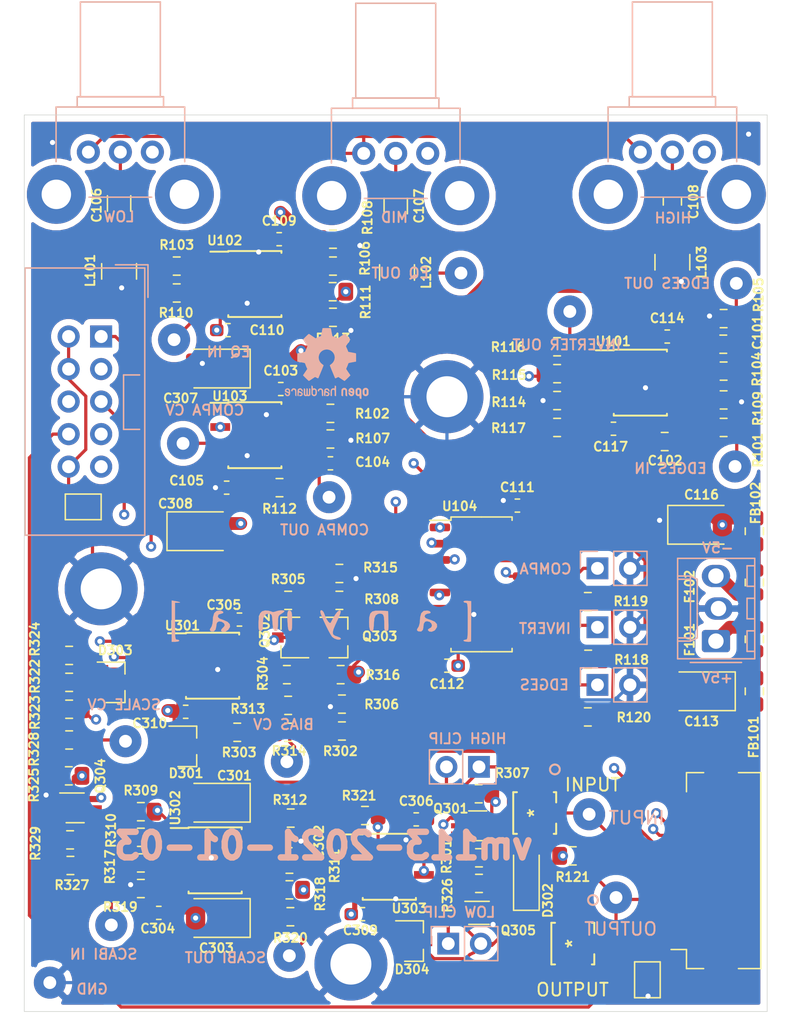
<source format=kicad_pcb>
(kicad_pcb (version 20171130) (host pcbnew "(5.1.5-0-10_14)")
  (layers (0 F.Cu signal) (1 In1.Cu signal) (2 In2.Cu signal) (31 B.Cu signal) (34 B.Paste user) (35 F.Paste user) (36 B.SilkS user) (37 F.SilkS user) (38 B.Mask user) (39 F.Mask user) (44 Edge.Cuts user))
  (net 0 "")
  (net 1 /edges_out)
  (net 2 "Net-(C101-Pad1)")
  (net 3 "Net-(C102-Pad2)")
  (net 4 GND)
  (net 5 +5V)
  (net 6 COMPA-OUT)
  (net 7 -5V)
  (net 8 "Net-(C106-Pad2)")
  (net 9 "Net-(C106-Pad1)")
  (net 10 "Net-(C107-Pad2)")
  (net 11 "Net-(C107-Pad1)")
  (net 12 "Net-(C108-Pad2)")
  (net 13 "Net-(C108-Pad1)")
  (net 14 "Net-(D301-Pad3)")
  (net 15 "Net-(D302-Pad2)")
  (net 16 "Net-(D303-Pad3)")
  (net 17 lo_clip_2)
  (net 18 "Net-(F101-Pad2)")
  (net 19 "Net-(F101-Pad1)")
  (net 20 "Net-(F102-Pad2)")
  (net 21 "Net-(F102-Pad1)")
  (net 22 "Net-(J101-Pad10)")
  (net 23 lo_clip_1)
  (net 24 hi_clip_2)
  (net 25 hi_clip_1)
  (net 26 /to-101)
  (net 27 dry~wet~)
  (net 28 /eq_in)
  (net 29 /eq_out)
  (net 30 /inverter_out)
  (net 31 scale_cv)
  (net 32 compa_cv)
  (net 33 edges_bypass)
  (net 34 compa_bypass)
  (net 35 inverter_bypass)
  (net 36 bias_cv)
  (net 37 /Scabi/Clip/scabi-out)
  (net 38 "Net-(Q301-Pad4)")
  (net 39 "Net-(Q302-PadB)")
  (net 40 "Net-(Q302-PadE)")
  (net 41 "Net-(Q302-PadC)")
  (net 42 "Net-(Q303-PadB)")
  (net 43 "Net-(Q303-PadE)")
  (net 44 "Net-(Q304-Pad2)")
  (net 45 "Net-(Q304-Pad4)")
  (net 46 "Net-(Q304-Pad6)")
  (net 47 "Net-(R103-Pad2)")
  (net 48 "Net-(R103-Pad1)")
  (net 49 "Net-(R104-Pad2)")
  (net 50 "Net-(R106-Pad2)")
  (net 51 "Net-(R110-Pad2)")
  (net 52 "Net-(R111-Pad2)")
  (net 53 "Net-(R112-Pad1)")
  (net 54 "Net-(R114-Pad2)")
  (net 55 /inverter_in)
  (net 56 "Net-(R115-Pad1)")
  (net 57 BIAS-IN)
  (net 58 "Net-(R303-Pad2)")
  (net 59 "Net-(R310-Pad2)")
  (net 60 "Net-(R311-Pad2)")
  (net 61 "Net-(R311-Pad1)")
  (net 62 "Net-(R317-Pad2)")
  (net 63 "Net-(R318-Pad1)")
  (net 64 "Net-(R321-Pad2)")
  (net 65 SCALE-IN)
  (net 66 "Net-(R323-Pad2)")
  (net 67 "Net-(U103-Pad5)")
  (net 68 /compa_in)
  (net 69 "Net-(J110-Pad10)")
  (net 70 /edges_in)
  (net 71 /Scabi/Clip/OUTPUT)
  (module synkie_footprints:TE_UMCC_2337019-1 (layer F.Cu) (at 73.8256 108.7 270)
    (fp_text reference J120 hide)
    (fp_text value UMCC hide)
    (fp_text user * (at 0 0 90) (layer F.SilkS))
    (pad 1 smd rect (at 0 -1.5744 270) (size 1 1.05) (layers F.Cu F.Paste F.Mask) (net 26 /to-101))
    (pad 2 smd rect (at -1.497501 -0.049399 270) (size 1.0414 2.2098) (layers F.Cu F.Paste F.Mask) (net 4 GND))
    (pad 3 smd rect (at 1.497501 -0.049399 270) (size 1.0414 2.2098) (layers F.Cu F.Paste F.Mask) (net 4 GND))
  )
  (module synkie_footprints:TE_UMCC_2337019-1 (layer F.Cu) (at 70.850601 98.502499 270)
    (fp_text reference J119 hide)
    (fp_text value UMCC hide)
    (fp_text user * (at 0 0 90) (layer F.SilkS))
    (pad 1 smd rect (at 0 -1.5744 270) (size 1 1.05) (layers F.Cu F.Paste F.Mask) (net 70 /edges_in))
    (pad 2 smd rect (at -1.497501 -0.049399 270) (size 1.0414 2.2098) (layers F.Cu F.Paste F.Mask))
    (pad 3 smd rect (at 1.497501 -0.049399 270) (size 1.0414 2.2098) (layers F.Cu F.Paste F.Mask))
  )
  (module synkie_footprints:R_0805_2012Metric_Pad1.15x1.40mm_HandSolder (layer F.Cu) (at 73.825 101.85 180)
    (fp_text reference R121 (at 0 -1.65) (layer F.SilkS) (effects (font (size 0.7 0.7))))
    (fp_text value 75)
    (pad 2 smd roundrect (at 1.025 0 180) (size 1.15 1.4) (layers F.Cu F.Paste F.Mask) (roundrect_rratio 0.217391) (net 71 /Scabi/Clip/OUTPUT))
    (pad 1 smd roundrect (at -1.025 0 180) (size 1.15 1.4) (layers F.Cu F.Paste F.Mask) (roundrect_rratio 0.217391) (net 26 /to-101))
  )
  (module synkie_footprints:IDC-Header_2x05_P2.54mm_Vertical (layer B.Cu) (at 37 61.3 180)
    (fp_text reference J110 hide)
    (fp_text value "FROM CTL")
    (pad 1 thru_hole rect (at 0 0 180) (size 1.7272 1.7272) (drill 1.016) (layers *.Cu *.Mask) (net 31 scale_cv))
    (pad 2 thru_hole oval (at 2.54 0 180) (size 1.7272 1.7272) (drill 1.016) (layers *.Cu *.Mask) (net 69 "Net-(J110-Pad10)"))
    (pad 3 thru_hole oval (at 0 -2.54 180) (size 1.7272 1.7272) (drill 1.016) (layers *.Cu *.Mask) (net 32 compa_cv))
    (pad 4 thru_hole oval (at 2.54 -2.54 180) (size 1.7272 1.7272) (drill 1.016) (layers *.Cu *.Mask) (net 69 "Net-(J110-Pad10)"))
    (pad 5 thru_hole oval (at 0 -5.08 180) (size 1.7272 1.7272) (drill 1.016) (layers *.Cu *.Mask) (net 33 edges_bypass))
    (pad 6 thru_hole oval (at 2.54 -5.08 180) (size 1.7272 1.7272) (drill 1.016) (layers *.Cu *.Mask) (net 34 compa_bypass))
    (pad 7 thru_hole oval (at 0 -7.62 180) (size 1.7272 1.7272) (drill 1.016) (layers *.Cu *.Mask) (net 35 inverter_bypass))
    (pad 8 thru_hole oval (at 2.54 -7.62 180) (size 1.7272 1.7272) (drill 1.016) (layers *.Cu *.Mask) (net 27 dry~wet~))
    (pad 9 thru_hole oval (at 0 -10.16 180) (size 1.7272 1.7272) (drill 1.016) (layers *.Cu *.Mask) (net 36 bias_cv))
    (pad 10 thru_hole oval (at 2.54 -10.16 180) (size 1.7272 1.7272) (drill 1.016) (layers *.Cu *.Mask) (net 69 "Net-(J110-Pad10)"))
  )
  (module Jumper:SolderJumper-2_P1.3mm_Open_TrianglePad1.0x1.5mm (layer F.Cu) (at 35.6 74.6 180)
    (fp_text reference JP102 hide)
    (fp_text value Jumper)
    (pad 1 smd custom (at -0.725 0 180) (size 0.3 0.3) (layers F.Cu F.Mask) (net 4 GND) (options (clearance outline) (anchor rect)) (primitives (gr_poly (pts (xy -0.5 -0.75) (xy 0.5 -0.75) (xy 1 0) (xy 0.5 0.75) (xy -0.5 0.75)) (width 0))))
    (pad 2 smd custom (at 0.725 0 180) (size 0.3 0.3) (layers F.Cu F.Mask) (net 69 "Net-(J110-Pad10)") (options (clearance outline) (anchor rect)) (primitives (gr_poly (pts (xy -0.65 -0.75) (xy 0.5 -0.75) (xy 0.5 0.75) (xy -0.65 0.75) (xy -0.15 0)) (width 0))))
  )
  (module Jumper:SolderJumper-2_P1.3mm_Open_TrianglePad1.0x1.5mm (layer F.Cu) (at 79.65 111.525 90)
    (fp_text reference JP101 hide)
    (fp_text value Jumper)
    (pad 1 smd custom (at -0.725 0 90) (size 0.3 0.3) (layers F.Cu F.Mask) (net 4 GND) (options (clearance outline) (anchor rect)) (primitives (gr_poly (pts (xy -0.5 -0.75) (xy 0.5 -0.75) (xy 1 0) (xy 0.5 0.75) (xy -0.5 0.75)) (width 0))))
    (pad 2 smd custom (at 0.725 0 90) (size 0.3 0.3) (layers F.Cu F.Mask) (net 22 "Net-(J101-Pad10)") (options (clearance outline) (anchor rect)) (primitives (gr_poly (pts (xy -0.65 -0.75) (xy 0.5 -0.75) (xy 0.5 0.75) (xy -0.65 0.75) (xy -0.15 0)) (width 0))))
  )
  (module synkie_footprints:R_0805_2012Metric_Pad1.15x1.40mm_HandSolder (layer F.Cu) (at 51.7 102.5)
    (fp_text reference R311 (at 3.53 0.13 90) (layer F.SilkS) (effects (font (size 0.7 0.7))))
    (fp_text value 1k)
    (pad 2 smd roundrect (at 1.025 0) (size 1.15 1.4) (layers F.Cu F.Paste F.Mask) (roundrect_rratio 0.217391) (net 60 "Net-(R311-Pad2)"))
    (pad 1 smd roundrect (at -1.025 0) (size 1.15 1.4) (layers F.Cu F.Paste F.Mask) (roundrect_rratio 0.217391) (net 61 "Net-(R311-Pad1)"))
  )
  (module synkie_footprints:Solderpad_1mm (layer F.Cu) (at 74.1 59.6)
    (fp_text reference J109 hide)
    (fp_text value INVERTER-DROP)
    (pad 1 thru_hole circle (at -0.508 -0.254) (size 2.5 2.5) (drill 1) (layers *.Cu *.Mask) (net 30 /inverter_out))
  )
  (module synkie_footprints:SOIC-8_3.9x4.9mm_P1.27mm (layer F.Cu) (at 59.5 102.7)
    (fp_text reference U303 (at 1.56 3.25) (layer F.SilkS) (effects (font (size 0.7 0.7))))
    (fp_text value LMH6643)
    (pad 8 smd rect (at 2.7 -1.905) (size 1.55 0.6) (layers F.Cu F.Paste F.Mask) (net 5 +5V))
    (pad 7 smd rect (at 2.7 -0.635) (size 1.55 0.6) (layers F.Cu F.Paste F.Mask) (net 71 /Scabi/Clip/OUTPUT))
    (pad 6 smd rect (at 2.7 0.635) (size 1.55 0.6) (layers F.Cu F.Paste F.Mask) (net 71 /Scabi/Clip/OUTPUT))
    (pad 5 smd rect (at 2.7 1.905) (size 1.55 0.6) (layers F.Cu F.Paste F.Mask) (net 38 "Net-(Q301-Pad4)"))
    (pad 4 smd rect (at -2.7 1.905) (size 1.55 0.6) (layers F.Cu F.Paste F.Mask) (net 7 -5V))
    (pad 3 smd rect (at -2.7 0.635) (size 1.55 0.6) (layers F.Cu F.Paste F.Mask) (net 37 /Scabi/Clip/scabi-out))
    (pad 2 smd rect (at -2.7 -0.635) (size 1.55 0.6) (layers F.Cu F.Paste F.Mask) (net 64 "Net-(R321-Pad2)"))
    (pad 1 smd rect (at -2.7 -1.905) (size 1.55 0.6) (layers F.Cu F.Paste F.Mask) (net 64 "Net-(R321-Pad2)"))
  )
  (module synkie_footprints:SOIC-8_3.9x4.9mm_P1.27mm (layer F.Cu) (at 45.9 102.2)
    (fp_text reference U302 (at -3.11 -4.1 90) (layer F.SilkS) (effects (font (size 0.7 0.7))))
    (fp_text value LT1228)
    (pad 8 smd rect (at 2.7 -1.905) (size 1.55 0.6) (layers F.Cu F.Paste F.Mask) (net 60 "Net-(R311-Pad2)"))
    (pad 7 smd rect (at 2.7 -0.635) (size 1.55 0.6) (layers F.Cu F.Paste F.Mask) (net 5 +5V))
    (pad 6 smd rect (at 2.7 0.635) (size 1.55 0.6) (layers F.Cu F.Paste F.Mask) (net 61 "Net-(R311-Pad1)"))
    (pad 5 smd rect (at 2.7 1.905) (size 1.55 0.6) (layers F.Cu F.Paste F.Mask) (net 63 "Net-(R318-Pad1)"))
    (pad 4 smd rect (at -2.7 1.905) (size 1.55 0.6) (layers F.Cu F.Paste F.Mask) (net 7 -5V))
    (pad 3 smd rect (at -2.7 0.635) (size 1.55 0.6) (layers F.Cu F.Paste F.Mask) (net 62 "Net-(R317-Pad2)"))
    (pad 2 smd rect (at -2.7 -0.635) (size 1.55 0.6) (layers F.Cu F.Paste F.Mask) (net 59 "Net-(R310-Pad2)"))
    (pad 1 smd rect (at -2.7 -1.905) (size 1.55 0.6) (layers F.Cu F.Paste F.Mask) (net 41 "Net-(Q302-PadC)"))
  )
  (module synkie_footprints:SOIC-8_3.9x4.9mm_P1.27mm (layer F.Cu) (at 45.7 87)
    (fp_text reference U301 (at -2.35 -3.125) (layer F.SilkS) (effects (font (size 0.7 0.7))))
    (fp_text value LMH6643)
    (pad 8 smd rect (at 2.7 -1.905) (size 1.55 0.6) (layers F.Cu F.Paste F.Mask) (net 5 +5V))
    (pad 7 smd rect (at 2.7 -0.635) (size 1.55 0.6) (layers F.Cu F.Paste F.Mask) (net 39 "Net-(Q302-PadB)"))
    (pad 6 smd rect (at 2.7 0.635) (size 1.55 0.6) (layers F.Cu F.Paste F.Mask) (net 58 "Net-(R303-Pad2)"))
    (pad 5 smd rect (at 2.7 1.905) (size 1.55 0.6) (layers F.Cu F.Paste F.Mask) (net 4 GND))
    (pad 4 smd rect (at -2.7 1.905) (size 1.55 0.6) (layers F.Cu F.Paste F.Mask) (net 7 -5V))
    (pad 3 smd rect (at -2.7 0.635) (size 1.55 0.6) (layers F.Cu F.Paste F.Mask) (net 4 GND))
    (pad 2 smd rect (at -2.7 -0.635) (size 1.55 0.6) (layers F.Cu F.Paste F.Mask) (net 66 "Net-(R323-Pad2)"))
    (pad 1 smd rect (at -2.7 -1.905) (size 1.55 0.6) (layers F.Cu F.Paste F.Mask) (net 44 "Net-(Q304-Pad2)"))
  )
  (module Symbol:OSHW-Logo2_7.3x6mm_SilkScreen (layer B.Cu) (at 54.61 63.4 180)
    (fp_text reference U202 hide)
    (fp_text value LOGO hide)
  )
  (module anyma_footprints:logo_anyma (layer B.Cu) (at 54.11 83.61 180)
    (fp_text reference U201 hide)
    (fp_text value LOGO hide)
  )
  (module Package_SO:SOP-16_4.55x10.3mm_P1.27mm (layer F.Cu) (at 66.7 80.65)
    (fp_text reference U104 (at -1.71 -6.1) (layer F.SilkS) (effects (font (size 0.7 0.7))))
    (fp_text value MAX4053)
    (pad 16 smd roundrect (at 3.25 -4.445) (size 1.6 0.6) (layers F.Cu F.Paste F.Mask) (net 5 +5V))
    (pad 15 smd roundrect (at 3.25 -3.175) (size 1.6 0.6) (layers F.Cu F.Paste F.Mask) (net 28 /eq_in))
    (pad 14 smd roundrect (at 3.25 -1.905) (size 1.6 0.6) (layers F.Cu F.Paste F.Mask) (net 55 /inverter_in))
    (pad 13 smd roundrect (at 3.25 -0.635) (size 1.6 0.6) (layers F.Cu F.Paste F.Mask) (net 6 COMPA-OUT))
    (pad 12 smd roundrect (at 3.25 0.635) (size 1.6 0.6) (layers F.Cu F.Paste F.Mask) (net 68 /compa_in))
    (pad 11 smd roundrect (at 3.25 1.905) (size 1.6 0.6) (layers F.Cu F.Paste F.Mask) (net 34 compa_bypass))
    (pad 10 smd roundrect (at 3.25 3.175) (size 1.6 0.6) (layers F.Cu F.Paste F.Mask) (net 35 inverter_bypass))
    (pad 9 smd roundrect (at 3.25 4.445) (size 1.6 0.6) (layers F.Cu F.Paste F.Mask) (net 33 edges_bypass))
    (pad 8 smd roundrect (at -3.25 4.445) (size 1.6 0.6) (layers F.Cu F.Paste F.Mask) (net 4 GND))
    (pad 7 smd roundrect (at -3.25 3.175) (size 1.6 0.6) (layers F.Cu F.Paste F.Mask) (net 7 -5V))
    (pad 6 smd roundrect (at -3.25 1.905) (size 1.6 0.6) (layers F.Cu F.Paste F.Mask) (net 4 GND))
    (pad 5 smd roundrect (at -3.25 0.635) (size 1.6 0.6) (layers F.Cu F.Paste F.Mask) (net 70 /edges_in))
    (pad 4 smd roundrect (at -3.25 -0.635) (size 1.6 0.6) (layers F.Cu F.Paste F.Mask) (net 68 /compa_in))
    (pad 3 smd roundrect (at -3.25 -1.905) (size 1.6 0.6) (layers F.Cu F.Paste F.Mask) (net 1 /edges_out))
    (pad 2 smd roundrect (at -3.25 -3.175) (size 1.6 0.6) (layers F.Cu F.Paste F.Mask) (net 55 /inverter_in))
    (pad 1 smd roundrect (at -3.25 -4.445) (size 1.6 0.6) (layers F.Cu F.Paste F.Mask) (net 30 /inverter_out))
  )
  (module synkie_footprints:SOIC-8_3.9x4.9mm_P1.27mm (layer F.Cu) (at 49 69)
    (fp_text reference U103 (at -1.95 -3.05) (layer F.SilkS) (effects (font (size 0.7 0.7))))
    (fp_text value LM311)
    (pad 8 smd rect (at 2.7 -1.905) (size 1.55 0.6) (layers F.Cu F.Paste F.Mask) (net 5 +5V))
    (pad 7 smd rect (at 2.7 -0.635) (size 1.55 0.6) (layers F.Cu F.Paste F.Mask) (net 6 COMPA-OUT))
    (pad 6 smd rect (at 2.7 0.635) (size 1.55 0.6) (layers F.Cu F.Paste F.Mask) (net 67 "Net-(U103-Pad5)"))
    (pad 5 smd rect (at 2.7 1.905) (size 1.55 0.6) (layers F.Cu F.Paste F.Mask) (net 67 "Net-(U103-Pad5)"))
    (pad 4 smd rect (at -2.7 1.905) (size 1.55 0.6) (layers F.Cu F.Paste F.Mask) (net 7 -5V))
    (pad 3 smd rect (at -2.7 0.635) (size 1.55 0.6) (layers F.Cu F.Paste F.Mask) (net 32 compa_cv))
    (pad 2 smd rect (at -2.7 -0.635) (size 1.55 0.6) (layers F.Cu F.Paste F.Mask) (net 68 /compa_in))
    (pad 1 smd rect (at -2.7 -1.905) (size 1.55 0.6) (layers F.Cu F.Paste F.Mask) (net 53 "Net-(R112-Pad1)"))
  )
  (module synkie_footprints:SOIC-8_3.9x4.9mm_P1.27mm (layer F.Cu) (at 49 57.2)
    (fp_text reference U102 (at -2.35 -3.4) (layer F.SilkS) (effects (font (size 0.7 0.7))))
    (fp_text value LMH6643)
    (pad 8 smd rect (at 2.7 -1.905) (size 1.55 0.6) (layers F.Cu F.Paste F.Mask) (net 5 +5V))
    (pad 7 smd rect (at 2.7 -0.635) (size 1.55 0.6) (layers F.Cu F.Paste F.Mask) (net 50 "Net-(R106-Pad2)"))
    (pad 6 smd rect (at 2.7 0.635) (size 1.55 0.6) (layers F.Cu F.Paste F.Mask) (net 52 "Net-(R111-Pad2)"))
    (pad 5 smd rect (at 2.7 1.905) (size 1.55 0.6) (layers F.Cu F.Paste F.Mask) (net 48 "Net-(R103-Pad1)"))
    (pad 4 smd rect (at -2.7 1.905) (size 1.55 0.6) (layers F.Cu F.Paste F.Mask) (net 7 -5V))
    (pad 3 smd rect (at -2.7 0.635) (size 1.55 0.6) (layers F.Cu F.Paste F.Mask) (net 28 /eq_in))
    (pad 2 smd rect (at -2.7 -0.635) (size 1.55 0.6) (layers F.Cu F.Paste F.Mask) (net 51 "Net-(R110-Pad2)"))
    (pad 1 smd rect (at -2.7 -1.905) (size 1.55 0.6) (layers F.Cu F.Paste F.Mask) (net 47 "Net-(R103-Pad2)"))
  )
  (module synkie_footprints:SOIC-8_3.9x4.9mm_P1.27mm (layer F.Cu) (at 79.1 64.9)
    (fp_text reference U101 (at -2.12 -3.23) (layer F.SilkS) (effects (font (size 0.7 0.7))))
    (fp_text value LMH6643)
    (pad 8 smd rect (at 2.7 -1.905) (size 1.55 0.6) (layers F.Cu F.Paste F.Mask) (net 5 +5V))
    (pad 7 smd rect (at 2.7 -0.635) (size 1.55 0.6) (layers F.Cu F.Paste F.Mask) (net 2 "Net-(C101-Pad1)"))
    (pad 6 smd rect (at 2.7 0.635) (size 1.55 0.6) (layers F.Cu F.Paste F.Mask) (net 49 "Net-(R104-Pad2)"))
    (pad 5 smd rect (at 2.7 1.905) (size 1.55 0.6) (layers F.Cu F.Paste F.Mask) (net 3 "Net-(C102-Pad2)"))
    (pad 4 smd rect (at -2.7 1.905) (size 1.55 0.6) (layers F.Cu F.Paste F.Mask) (net 7 -5V))
    (pad 3 smd rect (at -2.7 0.635) (size 1.55 0.6) (layers F.Cu F.Paste F.Mask) (net 54 "Net-(R114-Pad2)"))
    (pad 2 smd rect (at -2.7 -0.635) (size 1.55 0.6) (layers F.Cu F.Paste F.Mask) (net 56 "Net-(R115-Pad1)"))
    (pad 1 smd rect (at -2.7 -1.905) (size 1.55 0.6) (layers F.Cu F.Paste F.Mask) (net 30 /inverter_out))
  )
  (module synkie_footprints:Potentiometer_Alps_RK09K_Single_Horizontal (layer B.Cu) (at 79.1 46.9 90)
    (fp_text reference RV103 hide)
    (fp_text value HIGH)
    (pad "" thru_hole circle (at -3.3 -2.5 90) (size 4.6 4.6) (drill 2.3) (layers *.Cu *.Mask))
    (pad "" thru_hole circle (at -3.3 7.5 90) (size 4.6 4.6) (drill 2.3) (layers *.Cu *.Mask))
    (pad 1 thru_hole circle (at 0 0 90) (size 1.8 1.8) (drill 1) (layers *.Cu *.Mask) (net 48 "Net-(R103-Pad1)"))
    (pad 2 thru_hole circle (at 0 2.5 90) (size 1.8 1.8) (drill 1) (layers *.Cu *.Mask) (net 13 "Net-(C108-Pad1)"))
    (pad 3 thru_hole circle (at 0 5 90) (size 1.8 1.8) (drill 1) (layers *.Cu *.Mask) (net 52 "Net-(R111-Pad2)"))
  )
  (module synkie_footprints:Potentiometer_Alps_RK09K_Single_Horizontal (layer B.Cu) (at 57.5 47 90)
    (fp_text reference RV102 hide)
    (fp_text value MID)
    (pad "" thru_hole circle (at -3.3 -2.5 90) (size 4.6 4.6) (drill 2.3) (layers *.Cu *.Mask))
    (pad "" thru_hole circle (at -3.3 7.5 90) (size 4.6 4.6) (drill 2.3) (layers *.Cu *.Mask))
    (pad 1 thru_hole circle (at 0 0 90) (size 1.8 1.8) (drill 1) (layers *.Cu *.Mask) (net 48 "Net-(R103-Pad1)"))
    (pad 2 thru_hole circle (at 0 2.5 90) (size 1.8 1.8) (drill 1) (layers *.Cu *.Mask) (net 11 "Net-(C107-Pad1)"))
    (pad 3 thru_hole circle (at 0 5 90) (size 1.8 1.8) (drill 1) (layers *.Cu *.Mask) (net 52 "Net-(R111-Pad2)"))
  )
  (module synkie_footprints:Potentiometer_Alps_RK09K_Single_Horizontal (layer B.Cu) (at 36 46.9 90)
    (fp_text reference RV101 hide)
    (fp_text value LOW)
    (pad "" thru_hole circle (at -3.3 -2.5 90) (size 4.6 4.6) (drill 2.3) (layers *.Cu *.Mask))
    (pad "" thru_hole circle (at -3.3 7.5 90) (size 4.6 4.6) (drill 2.3) (layers *.Cu *.Mask))
    (pad 1 thru_hole circle (at 0 0 90) (size 1.8 1.8) (drill 1) (layers *.Cu *.Mask) (net 48 "Net-(R103-Pad1)"))
    (pad 2 thru_hole circle (at 0 2.5 90) (size 1.8 1.8) (drill 1) (layers *.Cu *.Mask) (net 9 "Net-(C106-Pad1)"))
    (pad 3 thru_hole circle (at 0 5 90) (size 1.8 1.8) (drill 1) (layers *.Cu *.Mask) (net 52 "Net-(R111-Pad2)"))
  )
  (module synkie_footprints:R_0805_2012Metric_Pad1.15x1.40mm_HandSolder (layer F.Cu) (at 34.575 100.6)
    (fp_text reference R329 (at -2.705 0.28 90) (layer F.SilkS) (effects (font (size 0.7 0.7))))
    (fp_text value 4k7)
    (pad 2 smd roundrect (at 1.025 0) (size 1.15 1.4) (layers F.Cu F.Paste F.Mask) (roundrect_rratio 0.217391) (net 45 "Net-(Q304-Pad4)"))
    (pad 1 smd roundrect (at -1.025 0) (size 1.15 1.4) (layers F.Cu F.Paste F.Mask) (roundrect_rratio 0.217391) (net 66 "Net-(R323-Pad2)"))
  )
  (module synkie_footprints:R_0805_2012Metric_Pad1.15x1.40mm_HandSolder (layer F.Cu) (at 34.5 92.8 180)
    (fp_text reference R328 (at 2.74 -0.72 90) (layer F.SilkS) (effects (font (size 0.7 0.7))))
    (fp_text value 100k)
    (pad 2 smd roundrect (at 1.025 0 180) (size 1.15 1.4) (layers F.Cu F.Paste F.Mask) (roundrect_rratio 0.217391) (net 66 "Net-(R323-Pad2)"))
    (pad 1 smd roundrect (at -1.025 0 180) (size 1.15 1.4) (layers F.Cu F.Paste F.Mask) (roundrect_rratio 0.217391) (net 31 scale_cv))
  )
  (module synkie_footprints:R_0805_2012Metric_Pad1.15x1.40mm_HandSolder (layer F.Cu) (at 34.6 102.6)
    (fp_text reference R327 (at 0.11 1.53) (layer F.SilkS) (effects (font (size 0.7 0.7))))
    (fp_text value 10k)
    (pad 2 smd roundrect (at 1.025 0) (size 1.15 1.4) (layers F.Cu F.Paste F.Mask) (roundrect_rratio 0.217391) (net 45 "Net-(Q304-Pad4)"))
    (pad 1 smd roundrect (at -1.025 0) (size 1.15 1.4) (layers F.Cu F.Paste F.Mask) (roundrect_rratio 0.217391) (net 5 +5V))
  )
  (module synkie_footprints:R_0805_2012Metric_Pad1.15x1.40mm_HandSolder (layer F.Cu) (at 66.5 104)
    (fp_text reference R326 (at -2.46 0.93 90) (layer F.SilkS) (effects (font (size 0.7 0.7))))
    (fp_text value 47k)
    (pad 2 smd roundrect (at 1.025 0) (size 1.15 1.4) (layers F.Cu F.Paste F.Mask) (roundrect_rratio 0.217391) (net 17 lo_clip_2))
    (pad 1 smd roundrect (at -1.025 0) (size 1.15 1.4) (layers F.Cu F.Paste F.Mask) (roundrect_rratio 0.217391) (net 5 +5V))
  )
  (module synkie_footprints:R_0805_2012Metric_Pad1.15x1.40mm_HandSolder (layer F.Cu) (at 34.475 95.6)
    (fp_text reference R325 (at -2.725 0.725 90) (layer F.SilkS) (effects (font (size 0.7 0.7))))
    (fp_text value 4k7)
    (pad 2 smd roundrect (at 1.025 0) (size 1.15 1.4) (layers F.Cu F.Paste F.Mask) (roundrect_rratio 0.217391) (net 44 "Net-(Q304-Pad2)"))
    (pad 1 smd roundrect (at -1.025 0) (size 1.15 1.4) (layers F.Cu F.Paste F.Mask) (roundrect_rratio 0.217391) (net 66 "Net-(R323-Pad2)"))
  )
  (module synkie_footprints:R_0805_2012Metric_Pad1.15x1.40mm_HandSolder (layer F.Cu) (at 34.5 86.2)
    (fp_text reference R324 (at -2.675 -1.275 90) (layer F.SilkS) (effects (font (size 0.7 0.7))))
    (fp_text value 10k)
    (pad 2 smd roundrect (at 1.025 0) (size 1.15 1.4) (layers F.Cu F.Paste F.Mask) (roundrect_rratio 0.217391) (net 65 SCALE-IN))
    (pad 1 smd roundrect (at -1.025 0) (size 1.15 1.4) (layers F.Cu F.Paste F.Mask) (roundrect_rratio 0.217391) (net 4 GND))
  )
  (module synkie_footprints:R_0805_2012Metric_Pad1.15x1.40mm_HandSolder (layer F.Cu) (at 34.5 90.4)
    (fp_text reference R323 (at -2.67 0.26 90) (layer F.SilkS) (effects (font (size 0.7 0.7))))
    (fp_text value 100k)
    (pad 2 smd roundrect (at 1.025 0) (size 1.15 1.4) (layers F.Cu F.Paste F.Mask) (roundrect_rratio 0.217391) (net 66 "Net-(R323-Pad2)"))
    (pad 1 smd roundrect (at -1.025 0) (size 1.15 1.4) (layers F.Cu F.Paste F.Mask) (roundrect_rratio 0.217391) (net 16 "Net-(D303-Pad3)"))
  )
  (module synkie_footprints:R_0805_2012Metric_Pad1.15x1.40mm_HandSolder (layer F.Cu) (at 34.5 88.3)
    (fp_text reference R322 (at -2.67 -0.47 90) (layer F.SilkS) (effects (font (size 0.7 0.7))))
    (fp_text value 75)
    (pad 2 smd roundrect (at 1.025 0) (size 1.15 1.4) (layers F.Cu F.Paste F.Mask) (roundrect_rratio 0.217391) (net 16 "Net-(D303-Pad3)"))
    (pad 1 smd roundrect (at -1.025 0) (size 1.15 1.4) (layers F.Cu F.Paste F.Mask) (roundrect_rratio 0.217391) (net 65 SCALE-IN))
  )
  (module synkie_footprints:R_0805_2012Metric_Pad1.15x1.40mm_HandSolder (layer F.Cu) (at 57.6 98.7 180)
    (fp_text reference R321 (at 0.46 1.55) (layer F.SilkS) (effects (font (size 0.7 0.7))))
    (fp_text value 300)
    (pad 2 smd roundrect (at 1.025 0 180) (size 1.15 1.4) (layers F.Cu F.Paste F.Mask) (roundrect_rratio 0.217391) (net 64 "Net-(R321-Pad2)"))
    (pad 1 smd roundrect (at -1.025 0 180) (size 1.15 1.4) (layers F.Cu F.Paste F.Mask) (roundrect_rratio 0.217391) (net 38 "Net-(Q301-Pad4)"))
  )
  (module synkie_footprints:R_0805_2012Metric_Pad1.15x1.40mm_HandSolder (layer F.Cu) (at 51.775 106.6 180)
    (fp_text reference R320 (at 0 -1.65) (layer F.SilkS) (effects (font (size 0.7 0.7))))
    (fp_text value 75)
    (pad 2 smd roundrect (at 1.025 0 180) (size 1.15 1.4) (layers F.Cu F.Paste F.Mask) (roundrect_rratio 0.217391) (net 61 "Net-(R311-Pad1)"))
    (pad 1 smd roundrect (at -1.025 0 180) (size 1.15 1.4) (layers F.Cu F.Paste F.Mask) (roundrect_rratio 0.217391) (net 37 /Scabi/Clip/scabi-out))
  )
  (module synkie_footprints:R_0805_2012Metric_Pad1.15x1.40mm_HandSolder (layer F.Cu) (at 40.1 104.4)
    (fp_text reference R319 (at -1.61 1.44) (layer F.SilkS) (effects (font (size 0.7 0.7))))
    (fp_text value 1k)
    (pad 2 smd roundrect (at 1.025 0) (size 1.15 1.4) (layers F.Cu F.Paste F.Mask) (roundrect_rratio 0.217391) (net 62 "Net-(R317-Pad2)"))
    (pad 1 smd roundrect (at -1.025 0) (size 1.15 1.4) (layers F.Cu F.Paste F.Mask) (roundrect_rratio 0.217391) (net 4 GND))
  )
  (module synkie_footprints:R_0805_2012Metric_Pad1.15x1.40mm_HandSolder (layer F.Cu) (at 51.7 104.5)
    (fp_text reference R318 (at 2.4 0.33 90) (layer F.SilkS) (effects (font (size 0.7 0.7))))
    (fp_text value 1k)
    (pad 2 smd roundrect (at 1.025 0) (size 1.15 1.4) (layers F.Cu F.Paste F.Mask) (roundrect_rratio 0.217391) (net 46 "Net-(Q304-Pad6)"))
    (pad 1 smd roundrect (at -1.025 0) (size 1.15 1.4) (layers F.Cu F.Paste F.Mask) (roundrect_rratio 0.217391) (net 63 "Net-(R318-Pad1)"))
  )
  (module synkie_footprints:R_0805_2012Metric_Pad1.15x1.40mm_HandSolder (layer F.Cu) (at 40.1 102.4)
    (fp_text reference R317 (at -2.41 0.31 90) (layer F.SilkS) (effects (font (size 0.7 0.7))))
    (fp_text value 10k)
    (pad 2 smd roundrect (at 1.025 0) (size 1.15 1.4) (layers F.Cu F.Paste F.Mask) (roundrect_rratio 0.217391) (net 62 "Net-(R317-Pad2)"))
    (pad 1 smd roundrect (at -1.025 0) (size 1.15 1.4) (layers F.Cu F.Paste F.Mask) (roundrect_rratio 0.217391) (net 29 /eq_out))
  )
  (module synkie_footprints:R_0805_2012Metric_Pad1.15x1.40mm_HandSolder (layer F.Cu) (at 55.7 87.7)
    (fp_text reference R316 (at 3.3 0.025) (layer F.SilkS) (effects (font (size 0.7 0.7))))
    (fp_text value 3k3)
    (pad 2 smd roundrect (at 1.025 0) (size 1.15 1.4) (layers F.Cu F.Paste F.Mask) (roundrect_rratio 0.217391) (net 7 -5V))
    (pad 1 smd roundrect (at -1.025 0) (size 1.15 1.4) (layers F.Cu F.Paste F.Mask) (roundrect_rratio 0.217391) (net 43 "Net-(Q303-PadE)"))
  )
  (module synkie_footprints:R_0805_2012Metric_Pad1.15x1.40mm_HandSolder (layer F.Cu) (at 55.6 81.9)
    (fp_text reference R315 (at 3.21 -2.56) (layer F.SilkS) (effects (font (size 0.7 0.7))))
    (fp_text value 10k)
    (pad 2 smd roundrect (at 1.025 0) (size 1.15 1.4) (layers F.Cu F.Paste F.Mask) (roundrect_rratio 0.217391) (net 7 -5V))
    (pad 1 smd roundrect (at -1.025 0) (size 1.15 1.4) (layers F.Cu F.Paste F.Mask) (roundrect_rratio 0.217391) (net 42 "Net-(Q303-PadB)"))
  )
  (module synkie_footprints:R_0805_2012Metric_Pad1.15x1.40mm_HandSolder (layer F.Cu) (at 51.6 92.2)
    (fp_text reference R314 (at 0.075 1.45) (layer F.SilkS) (effects (font (size 0.7 0.7))))
    (fp_text value 15k)
    (pad 2 smd roundrect (at 1.025 0) (size 1.15 1.4) (layers F.Cu F.Paste F.Mask) (roundrect_rratio 0.217391) (net 7 -5V))
    (pad 1 smd roundrect (at -1.025 0) (size 1.15 1.4) (layers F.Cu F.Paste F.Mask) (roundrect_rratio 0.217391) (net 58 "Net-(R303-Pad2)"))
  )
  (module synkie_footprints:R_0805_2012Metric_Pad1.15x1.40mm_HandSolder (layer F.Cu) (at 51.6 90.1 180)
    (fp_text reference R313 (at 3.15 -0.275) (layer F.SilkS) (effects (font (size 0.7 0.7))))
    (fp_text value 5.1k)
    (pad 2 smd roundrect (at 1.025 0 180) (size 1.15 1.4) (layers F.Cu F.Paste F.Mask) (roundrect_rratio 0.217391) (net 58 "Net-(R303-Pad2)"))
    (pad 1 smd roundrect (at -1.025 0 180) (size 1.15 1.4) (layers F.Cu F.Paste F.Mask) (roundrect_rratio 0.217391) (net 36 bias_cv))
  )
  (module synkie_footprints:R_0805_2012Metric_Pad1.15x1.40mm_HandSolder (layer F.Cu) (at 51.8 98.9 180)
    (fp_text reference R312 (at 0.06 1.42) (layer F.SilkS) (effects (font (size 0.7 0.7))))
    (fp_text value 100)
    (pad 2 smd roundrect (at 1.025 0 180) (size 1.15 1.4) (layers F.Cu F.Paste F.Mask) (roundrect_rratio 0.217391) (net 60 "Net-(R311-Pad2)"))
    (pad 1 smd roundrect (at -1.025 0 180) (size 1.15 1.4) (layers F.Cu F.Paste F.Mask) (roundrect_rratio 0.217391) (net 4 GND))
  )
  (module synkie_footprints:R_0805_2012Metric_Pad1.15x1.40mm_HandSolder (layer F.Cu) (at 40.1 100.4)
    (fp_text reference R310 (at -2.33 -0.53 90) (layer F.SilkS) (effects (font (size 0.7 0.7))))
    (fp_text value 560)
    (pad 2 smd roundrect (at 1.025 0) (size 1.15 1.4) (layers F.Cu F.Paste F.Mask) (roundrect_rratio 0.217391) (net 59 "Net-(R310-Pad2)"))
    (pad 1 smd roundrect (at -1.025 0) (size 1.15 1.4) (layers F.Cu F.Paste F.Mask) (roundrect_rratio 0.217391) (net 4 GND))
  )
  (module synkie_footprints:R_0805_2012Metric_Pad1.15x1.40mm_HandSolder (layer F.Cu) (at 40.1 98.4)
    (fp_text reference R309 (at 0 -1.65) (layer F.SilkS) (effects (font (size 0.7 0.7))))
    (fp_text value 300)
    (pad 2 smd roundrect (at 1.025 0) (size 1.15 1.4) (layers F.Cu F.Paste F.Mask) (roundrect_rratio 0.217391) (net 41 "Net-(Q302-PadC)"))
    (pad 1 smd roundrect (at -1.025 0) (size 1.15 1.4) (layers F.Cu F.Paste F.Mask) (roundrect_rratio 0.217391) (net 4 GND))
  )
  (module synkie_footprints:R_0805_2012Metric_Pad1.15x1.40mm_HandSolder (layer F.Cu) (at 55.6 79.8 180)
    (fp_text reference R308 (at -3.3 -2.01) (layer F.SilkS) (effects (font (size 0.7 0.7))))
    (fp_text value 10k)
    (pad 2 smd roundrect (at 1.025 0 180) (size 1.15 1.4) (layers F.Cu F.Paste F.Mask) (roundrect_rratio 0.217391) (net 42 "Net-(Q303-PadB)"))
    (pad 1 smd roundrect (at -1.025 0 180) (size 1.15 1.4) (layers F.Cu F.Paste F.Mask) (roundrect_rratio 0.217391) (net 4 GND))
  )
  (module synkie_footprints:R_0805_2012Metric_Pad1.15x1.40mm_HandSolder (layer F.Cu) (at 66.475 97)
    (fp_text reference R307 (at 2.615 -1.61) (layer F.SilkS) (effects (font (size 0.7 0.7))))
    (fp_text value 5k6)
    (pad 2 smd roundrect (at 1.025 0) (size 1.15 1.4) (layers F.Cu F.Paste F.Mask) (roundrect_rratio 0.217391) (net 7 -5V))
    (pad 1 smd roundrect (at -1.025 0) (size 1.15 1.4) (layers F.Cu F.Paste F.Mask) (roundrect_rratio 0.217391) (net 25 hi_clip_1))
  )
  (module synkie_footprints:R_0805_2012Metric_Pad1.15x1.40mm_HandSolder (layer F.Cu) (at 55.8 90)
    (fp_text reference R306 (at 3.1 0.025) (layer F.SilkS) (effects (font (size 0.7 0.7))))
    (fp_text value 10k)
    (pad 2 smd roundrect (at 1.025 0) (size 1.15 1.4) (layers F.Cu F.Paste F.Mask) (roundrect_rratio 0.217391) (net 57 BIAS-IN))
    (pad 1 smd roundrect (at -1.025 0) (size 1.15 1.4) (layers F.Cu F.Paste F.Mask) (roundrect_rratio 0.217391) (net 4 GND))
  )
  (module synkie_footprints:R_0805_2012Metric_Pad1.15x1.40mm_HandSolder (layer F.Cu) (at 51.6 81.9)
    (fp_text reference R305 (at 0 -1.65) (layer F.SilkS) (effects (font (size 0.7 0.7))))
    (fp_text value 3k3)
    (pad 2 smd roundrect (at 1.025 0) (size 1.15 1.4) (layers F.Cu F.Paste F.Mask) (roundrect_rratio 0.217391) (net 40 "Net-(Q302-PadE)"))
    (pad 1 smd roundrect (at -1.025 0) (size 1.15 1.4) (layers F.Cu F.Paste F.Mask) (roundrect_rratio 0.217391) (net 5 +5V))
  )
  (module synkie_footprints:R_0805_2012Metric_Pad1.15x1.40mm_HandSolder (layer F.Cu) (at 51.5 87.7)
    (fp_text reference R304 (at -1.875 -0.075 90) (layer F.SilkS) (effects (font (size 0.7 0.7))))
    (fp_text value 10k)
    (pad 2 smd roundrect (at 1.025 0) (size 1.15 1.4) (layers F.Cu F.Paste F.Mask) (roundrect_rratio 0.217391) (net 39 "Net-(Q302-PadB)"))
    (pad 1 smd roundrect (at -1.025 0) (size 1.15 1.4) (layers F.Cu F.Paste F.Mask) (roundrect_rratio 0.217391) (net 58 "Net-(R303-Pad2)"))
  )
  (module synkie_footprints:R_0805_2012Metric_Pad1.15x1.40mm_HandSolder (layer F.Cu) (at 47.625 92.2)
    (fp_text reference R303 (at 0.15 1.575) (layer F.SilkS) (effects (font (size 0.7 0.7))))
    (fp_text value 10k)
    (pad 2 smd roundrect (at 1.025 0) (size 1.15 1.4) (layers F.Cu F.Paste F.Mask) (roundrect_rratio 0.217391) (net 58 "Net-(R303-Pad2)"))
    (pad 1 smd roundrect (at -1.025 0) (size 1.15 1.4) (layers F.Cu F.Paste F.Mask) (roundrect_rratio 0.217391) (net 14 "Net-(D301-Pad3)"))
  )
  (module synkie_footprints:R_0805_2012Metric_Pad1.15x1.40mm_HandSolder (layer F.Cu) (at 55.8 92.1)
    (fp_text reference R302 (at -0.125 1.575) (layer F.SilkS) (effects (font (size 0.7 0.7))))
    (fp_text value 75)
    (pad 2 smd roundrect (at 1.025 0) (size 1.15 1.4) (layers F.Cu F.Paste F.Mask) (roundrect_rratio 0.217391) (net 14 "Net-(D301-Pad3)"))
    (pad 1 smd roundrect (at -1.025 0) (size 1.15 1.4) (layers F.Cu F.Paste F.Mask) (roundrect_rratio 0.217391) (net 57 BIAS-IN))
  )
  (module synkie_footprints:R_0805_2012Metric_Pad1.15x1.40mm_HandSolder (layer F.Cu) (at 66.5 102)
    (fp_text reference R301 (at -2.53 -0.1 90) (layer F.SilkS) (effects (font (size 0.7 0.7))))
    (fp_text value 120)
    (pad 2 smd roundrect (at 1.025 0) (size 1.15 1.4) (layers F.Cu F.Paste F.Mask) (roundrect_rratio 0.217391) (net 15 "Net-(D302-Pad2)"))
    (pad 1 smd roundrect (at -1.025 0) (size 1.15 1.4) (layers F.Cu F.Paste F.Mask) (roundrect_rratio 0.217391) (net 5 +5V))
  )
  (module synkie_footprints:R_0805_2012Metric_Pad1.15x1.40mm_HandSolder (layer F.Cu) (at 75 91 180)
    (fp_text reference R120 (at -3.6 -0.04) (layer F.SilkS) (effects (font (size 0.7 0.7))))
    (fp_text value 15k)
    (pad 2 smd roundrect (at 1.025 0 180) (size 1.15 1.4) (layers F.Cu F.Paste F.Mask) (roundrect_rratio 0.217391) (net 33 edges_bypass))
    (pad 1 smd roundrect (at -1.025 0 180) (size 1.15 1.4) (layers F.Cu F.Paste F.Mask) (roundrect_rratio 0.217391) (net 5 +5V))
  )
  (module synkie_footprints:R_0805_2012Metric_Pad1.15x1.40mm_HandSolder (layer F.Cu) (at 75 82 180)
    (fp_text reference R119 (at -3.36 0.03) (layer F.SilkS) (effects (font (size 0.7 0.7))))
    (fp_text value 15k)
    (pad 2 smd roundrect (at 1.025 0 180) (size 1.15 1.4) (layers F.Cu F.Paste F.Mask) (roundrect_rratio 0.217391) (net 34 compa_bypass))
    (pad 1 smd roundrect (at -1.025 0 180) (size 1.15 1.4) (layers F.Cu F.Paste F.Mask) (roundrect_rratio 0.217391) (net 5 +5V))
  )
  (module synkie_footprints:R_0805_2012Metric_Pad1.15x1.40mm_HandSolder (layer F.Cu) (at 75.025 86.5 180)
    (fp_text reference R118 (at -3.385 -0.04) (layer F.SilkS) (effects (font (size 0.7 0.7))))
    (fp_text value 15k)
    (pad 2 smd roundrect (at 1.025 0 180) (size 1.15 1.4) (layers F.Cu F.Paste F.Mask) (roundrect_rratio 0.217391) (net 35 inverter_bypass))
    (pad 1 smd roundrect (at -1.025 0 180) (size 1.15 1.4) (layers F.Cu F.Paste F.Mask) (roundrect_rratio 0.217391) (net 5 +5V))
  )
  (module synkie_footprints:R_0805_2012Metric_Pad1.15x1.40mm_HandSolder (layer F.Cu) (at 72.6 68.4)
    (fp_text reference R117 (at -3.8 0.05) (layer F.SilkS) (effects (font (size 0.7 0.7))))
    (fp_text value 16k)
    (pad 2 smd roundrect (at 1.025 0) (size 1.15 1.4) (layers F.Cu F.Paste F.Mask) (roundrect_rratio 0.217391) (net 7 -5V))
    (pad 1 smd roundrect (at -1.025 0) (size 1.15 1.4) (layers F.Cu F.Paste F.Mask) (roundrect_rratio 0.217391) (net 56 "Net-(R115-Pad1)"))
  )
  (module synkie_footprints:R_0805_2012Metric_Pad1.15x1.40mm_HandSolder (layer F.Cu) (at 72.6 62.1 180)
    (fp_text reference R116 (at 3.825 -0.025) (layer F.SilkS) (effects (font (size 0.7 0.7))))
    (fp_text value 2k2)
    (pad 2 smd roundrect (at 1.025 0 180) (size 1.15 1.4) (layers F.Cu F.Paste F.Mask) (roundrect_rratio 0.217391) (net 56 "Net-(R115-Pad1)"))
    (pad 1 smd roundrect (at -1.025 0 180) (size 1.15 1.4) (layers F.Cu F.Paste F.Mask) (roundrect_rratio 0.217391) (net 30 /inverter_out))
  )
  (module synkie_footprints:R_0805_2012Metric_Pad1.15x1.40mm_HandSolder (layer F.Cu) (at 72.6 64.2 180)
    (fp_text reference R115 (at 3.75 -0.1) (layer F.SilkS) (effects (font (size 0.7 0.7))))
    (fp_text value 2k2)
    (pad 2 smd roundrect (at 1.025 0 180) (size 1.15 1.4) (layers F.Cu F.Paste F.Mask) (roundrect_rratio 0.217391) (net 55 /inverter_in))
    (pad 1 smd roundrect (at -1.025 0 180) (size 1.15 1.4) (layers F.Cu F.Paste F.Mask) (roundrect_rratio 0.217391) (net 56 "Net-(R115-Pad1)"))
  )
  (module synkie_footprints:R_0805_2012Metric_Pad1.15x1.40mm_HandSolder (layer F.Cu) (at 72.6 66.3)
    (fp_text reference R114 (at -3.775 0.125) (layer F.SilkS) (effects (font (size 0.7 0.7))))
    (fp_text value 2k2)
    (pad 2 smd roundrect (at 1.025 0) (size 1.15 1.4) (layers F.Cu F.Paste F.Mask) (roundrect_rratio 0.217391) (net 54 "Net-(R114-Pad2)"))
    (pad 1 smd roundrect (at -1.025 0) (size 1.15 1.4) (layers F.Cu F.Paste F.Mask) (roundrect_rratio 0.217391) (net 4 GND))
  )
  (module synkie_footprints:R_0805_2012Metric_Pad1.15x1.40mm_HandSolder (layer F.Cu) (at 55.1 59.8 180)
    (fp_text reference R113 (at 0 -1.65) (layer F.SilkS) (effects (font (size 0.7 0.7))))
    (fp_text value 2k2)
    (pad 2 smd roundrect (at 1.025 0 180) (size 1.15 1.4) (layers F.Cu F.Paste F.Mask) (roundrect_rratio 0.217391) (net 52 "Net-(R111-Pad2)"))
    (pad 1 smd roundrect (at -1.025 0 180) (size 1.15 1.4) (layers F.Cu F.Paste F.Mask) (roundrect_rratio 0.217391) (net 4 GND))
  )
  (module synkie_footprints:R_0805_2012Metric_Pad1.15x1.40mm_HandSolder (layer F.Cu) (at 50.925 73.1 180)
    (fp_text reference R112 (at 0 -1.65) (layer F.SilkS) (effects (font (size 0.7 0.7))))
    (fp_text value 220)
    (pad 2 smd roundrect (at 1.025 0 180) (size 1.15 1.4) (layers F.Cu F.Paste F.Mask) (roundrect_rratio 0.217391) (net 7 -5V))
    (pad 1 smd roundrect (at -1.025 0 180) (size 1.15 1.4) (layers F.Cu F.Paste F.Mask) (roundrect_rratio 0.217391) (net 53 "Net-(R112-Pad1)"))
  )
  (module synkie_footprints:R_0805_2012Metric_Pad1.15x1.40mm_HandSolder (layer F.Cu) (at 55.075 57.8)
    (fp_text reference R111 (at 2.575 0.8 90) (layer F.SilkS) (effects (font (size 0.7 0.7))))
    (fp_text value 2k2)
    (pad 2 smd roundrect (at 1.025 0) (size 1.15 1.4) (layers F.Cu F.Paste F.Mask) (roundrect_rratio 0.217391) (net 52 "Net-(R111-Pad2)"))
    (pad 1 smd roundrect (at -1.025 0) (size 1.15 1.4) (layers F.Cu F.Paste F.Mask) (roundrect_rratio 0.217391) (net 50 "Net-(R106-Pad2)"))
  )
  (module synkie_footprints:R_0805_2012Metric_Pad1.15x1.40mm_HandSolder (layer F.Cu) (at 42.9 57.9)
    (fp_text reference R110 (at -0.05 1.55) (layer F.SilkS) (effects (font (size 0.7 0.7))))
    (fp_text value 75)
    (pad 2 smd roundrect (at 1.025 0) (size 1.15 1.4) (layers F.Cu F.Paste F.Mask) (roundrect_rratio 0.217391) (net 51 "Net-(R110-Pad2)"))
    (pad 1 smd roundrect (at -1.025 0) (size 1.15 1.4) (layers F.Cu F.Paste F.Mask) (roundrect_rratio 0.217391) (net 47 "Net-(R103-Pad2)"))
  )
  (module synkie_footprints:R_0805_2012Metric_Pad1.15x1.40mm_HandSolder (layer F.Cu) (at 85.6 66.25)
    (fp_text reference R109 (at 2.675 0.675 90) (layer F.SilkS) (effects (font (size 0.7 0.7))))
    (fp_text value 15k)
    (pad 2 smd roundrect (at 1.025 0) (size 1.15 1.4) (layers F.Cu F.Paste F.Mask) (roundrect_rratio 0.217391) (net 4 GND))
    (pad 1 smd roundrect (at -1.025 0) (size 1.15 1.4) (layers F.Cu F.Paste F.Mask) (roundrect_rratio 0.217391) (net 49 "Net-(R104-Pad2)"))
  )
  (module synkie_footprints:R_0805_2012Metric_Pad1.15x1.40mm_HandSolder (layer F.Cu) (at 55.1 53.7 180)
    (fp_text reference R108 (at -2.7 1.68 90) (layer F.SilkS) (effects (font (size 0.7 0.7))))
    (fp_text value 75)
    (pad 2 smd roundrect (at 1.025 0 180) (size 1.15 1.4) (layers F.Cu F.Paste F.Mask) (roundrect_rratio 0.217391) (net 29 /eq_out))
    (pad 1 smd roundrect (at -1.025 0 180) (size 1.15 1.4) (layers F.Cu F.Paste F.Mask) (roundrect_rratio 0.217391) (net 4 GND))
  )
  (module synkie_footprints:R_0805_2012Metric_Pad1.15x1.40mm_HandSolder (layer F.Cu) (at 54.9 69.3)
    (fp_text reference R107 (at 3.3 -0.05) (layer F.SilkS) (effects (font (size 0.7 0.7))))
    (fp_text value 75)
    (pad 2 smd roundrect (at 1.025 0) (size 1.15 1.4) (layers F.Cu F.Paste F.Mask) (roundrect_rratio 0.217391) (net 4 GND))
    (pad 1 smd roundrect (at -1.025 0) (size 1.15 1.4) (layers F.Cu F.Paste F.Mask) (roundrect_rratio 0.217391) (net 6 COMPA-OUT))
  )
  (module synkie_footprints:R_0805_2012Metric_Pad1.15x1.40mm_HandSolder (layer F.Cu) (at 55.1 55.8 180)
    (fp_text reference R106 (at -2.5 0.6 90) (layer F.SilkS) (effects (font (size 0.7 0.7))))
    (fp_text value 75)
    (pad 2 smd roundrect (at 1.025 0 180) (size 1.15 1.4) (layers F.Cu F.Paste F.Mask) (roundrect_rratio 0.217391) (net 50 "Net-(R106-Pad2)"))
    (pad 1 smd roundrect (at -1.025 0 180) (size 1.15 1.4) (layers F.Cu F.Paste F.Mask) (roundrect_rratio 0.217391) (net 29 /eq_out))
  )
  (module synkie_footprints:R_0805_2012Metric_Pad1.15x1.40mm_HandSolder (layer F.Cu) (at 85.6 59.9)
    (fp_text reference R105 (at 2.725 -1.85 90) (layer F.SilkS) (effects (font (size 0.7 0.7))))
    (fp_text value 100)
    (pad 2 smd roundrect (at 1.025 0) (size 1.15 1.4) (layers F.Cu F.Paste F.Mask) (roundrect_rratio 0.217391) (net 1 /edges_out))
    (pad 1 smd roundrect (at -1.025 0) (size 1.15 1.4) (layers F.Cu F.Paste F.Mask) (roundrect_rratio 0.217391) (net 4 GND))
  )
  (module synkie_footprints:R_0805_2012Metric_Pad1.15x1.40mm_HandSolder (layer F.Cu) (at 85.6 64)
    (fp_text reference R104 (at 2.625 -0.15 90) (layer F.SilkS) (effects (font (size 0.7 0.7))))
    (fp_text value 30k)
    (pad 2 smd roundrect (at 1.025 0) (size 1.15 1.4) (layers F.Cu F.Paste F.Mask) (roundrect_rratio 0.217391) (net 49 "Net-(R104-Pad2)"))
    (pad 1 smd roundrect (at -1.025 0) (size 1.15 1.4) (layers F.Cu F.Paste F.Mask) (roundrect_rratio 0.217391) (net 2 "Net-(C101-Pad1)"))
  )
  (module synkie_footprints:R_0805_2012Metric_Pad1.15x1.40mm_HandSolder (layer F.Cu) (at 42.9 55.8)
    (fp_text reference R103 (at 0 -1.65) (layer F.SilkS) (effects (font (size 0.7 0.7))))
    (fp_text value 2k2)
    (pad 2 smd roundrect (at 1.025 0) (size 1.15 1.4) (layers F.Cu F.Paste F.Mask) (roundrect_rratio 0.217391) (net 47 "Net-(R103-Pad2)"))
    (pad 1 smd roundrect (at -1.025 0) (size 1.15 1.4) (layers F.Cu F.Paste F.Mask) (roundrect_rratio 0.217391) (net 48 "Net-(R103-Pad1)"))
  )
  (module synkie_footprints:R_0805_2012Metric_Pad1.15x1.40mm_HandSolder (layer F.Cu) (at 54.9 67.3 180)
    (fp_text reference R102 (at -3.275 -0.025) (layer F.SilkS) (effects (font (size 0.7 0.7))))
    (fp_text value 300)
    (pad 2 smd roundrect (at 1.025 0 180) (size 1.15 1.4) (layers F.Cu F.Paste F.Mask) (roundrect_rratio 0.217391) (net 6 COMPA-OUT))
    (pad 1 smd roundrect (at -1.025 0 180) (size 1.15 1.4) (layers F.Cu F.Paste F.Mask) (roundrect_rratio 0.217391) (net 5 +5V))
  )
  (module synkie_footprints:R_0805_2012Metric_Pad1.15x1.40mm_HandSolder (layer F.Cu) (at 85.6 68.4)
    (fp_text reference R101 (at 2.675 1.775 90) (layer F.SilkS) (effects (font (size 0.7 0.7))))
    (fp_text value 1k)
    (pad 2 smd roundrect (at 1.025 0) (size 1.15 1.4) (layers F.Cu F.Paste F.Mask) (roundrect_rratio 0.217391) (net 70 /edges_in))
    (pad 1 smd roundrect (at -1.025 0) (size 1.15 1.4) (layers F.Cu F.Paste F.Mask) (roundrect_rratio 0.217391) (net 3 "Net-(C102-Pad2)"))
  )
  (module synkie_footprints:SOT-666 (layer F.Cu) (at 66.5 106.3)
    (fp_text reference Q305 (at 3.07 1.37) (layer F.SilkS) (effects (font (size 0.7 0.7))))
    (fp_text value PEMX1)
    (pad 6 smd rect (at 0.85 -0.5375) (size 1 0.375) (layers F.Cu F.Paste F.Mask) (net 5 +5V))
    (pad 4 smd rect (at 0.85 0.5375) (size 1 0.375) (layers F.Cu F.Paste F.Mask) (net 4 GND))
    (pad 2 smd rect (at -0.925 0) (size 1.1 0.3) (layers F.Cu F.Paste F.Mask) (net 23 lo_clip_1))
    (pad 5 smd rect (at 0.925 0) (size 1.1 0.3) (layers F.Cu F.Paste F.Mask) (net 17 lo_clip_2))
    (pad 3 smd rect (at -0.85 0.5375) (size 1 0.375) (layers F.Cu F.Paste F.Mask) (net 17 lo_clip_2))
    (pad 1 smd rect (at -0.85 -0.5375) (size 1 0.375) (layers F.Cu F.Paste F.Mask) (net 38 "Net-(Q301-Pad4)"))
  )
  (module synkie_footprints:SOT-363_SC-70-6_Handsoldering (layer F.Cu) (at 34.97 98.1)
    (fp_text reference Q304 (at 1.97 -2.49 90) (layer F.SilkS) (effects (font (size 0.7 0.7))))
    (fp_text value PMBT3906YS)
    (pad 1 smd rect (at -1.33 -0.65) (size 1.5 0.4) (layers F.Cu F.Paste F.Mask) (net 4 GND))
    (pad 2 smd rect (at -1.33 0) (size 1.5 0.4) (layers F.Cu F.Paste F.Mask) (net 44 "Net-(Q304-Pad2)"))
    (pad 3 smd rect (at -1.33 0.65) (size 1.5 0.4) (layers F.Cu F.Paste F.Mask) (net 4 GND))
    (pad 4 smd rect (at 1.33 0.65) (size 1.5 0.4) (layers F.Cu F.Paste F.Mask) (net 45 "Net-(Q304-Pad4)"))
    (pad 5 smd rect (at 1.33 0) (size 1.5 0.4) (layers F.Cu F.Paste F.Mask) (net 4 GND))
    (pad 6 smd rect (at 1.33 -0.65) (size 1.5 0.4) (layers F.Cu F.Paste F.Mask) (net 46 "Net-(Q304-Pad6)"))
  )
  (module synkie_footprints:SOT-23_BEC (layer F.Cu) (at 55.5 84.8)
    (fp_text reference Q303 (at 3.25 -0.09) (layer F.SilkS) (effects (font (size 0.7 0.7))))
    (fp_text value BC847)
    (pad B smd rect (at -1 -0.95) (size 0.9 0.8) (layers F.Cu F.Paste F.Mask) (net 42 "Net-(Q303-PadB)"))
    (pad E smd rect (at -1 0.95) (size 0.9 0.8) (layers F.Cu F.Paste F.Mask) (net 43 "Net-(Q303-PadE)"))
    (pad C smd rect (at 1 0) (size 0.9 0.8) (layers F.Cu F.Paste F.Mask) (net 41 "Net-(Q302-PadC)"))
  )
  (module synkie_footprints:SOT-23_BEC (layer F.Cu) (at 51.8 84.8 180)
    (fp_text reference Q302 (at 2.025 0.55 90) (layer F.SilkS) (effects (font (size 0.7 0.7))))
    (fp_text value PNP)
    (pad B smd rect (at -1 -0.95 180) (size 0.9 0.8) (layers F.Cu F.Paste F.Mask) (net 39 "Net-(Q302-PadB)"))
    (pad E smd rect (at -1 0.95 180) (size 0.9 0.8) (layers F.Cu F.Paste F.Mask) (net 40 "Net-(Q302-PadE)"))
    (pad C smd rect (at 1 0 180) (size 0.9 0.8) (layers F.Cu F.Paste F.Mask) (net 41 "Net-(Q302-PadC)"))
  )
  (module synkie_footprints:SOT-363_SC-70-6_Handsoldering (layer F.Cu) (at 66.4 99.5 180)
    (fp_text reference Q301 (at 2.1 1.34) (layer F.SilkS) (effects (font (size 0.7 0.7))))
    (fp_text value PMBT3906YS)
    (pad 1 smd rect (at -1.33 -0.65 180) (size 1.5 0.4) (layers F.Cu F.Paste F.Mask) (net 15 "Net-(D302-Pad2)"))
    (pad 2 smd rect (at -1.33 0 180) (size 1.5 0.4) (layers F.Cu F.Paste F.Mask) (net 25 hi_clip_1))
    (pad 3 smd rect (at -1.33 0.65 180) (size 1.5 0.4) (layers F.Cu F.Paste F.Mask) (net 7 -5V))
    (pad 4 smd rect (at 1.33 0.65 180) (size 1.5 0.4) (layers F.Cu F.Paste F.Mask) (net 38 "Net-(Q301-Pad4)"))
    (pad 5 smd rect (at 1.33 0 180) (size 1.5 0.4) (layers F.Cu F.Paste F.Mask) (net 24 hi_clip_2))
    (pad 6 smd rect (at 1.33 -0.65 180) (size 1.5 0.4) (layers F.Cu F.Paste F.Mask) (net 25 hi_clip_1))
  )
  (module Inductor_SMD:L_1210_3225Metric_Pad1.42x2.65mm_HandSolder (layer F.Cu) (at 81.6 55.5 270)
    (fp_text reference L103 (at 0 -2.28 90) (layer F.SilkS) (effects (font (size 0.7 0.7))))
    (fp_text value 1.19uH)
    (pad 2 smd roundrect (at 1.4875 0 270) (size 1.425 2.65) (layers F.Cu F.Paste F.Mask) (roundrect_rratio 0.175439) (net 4 GND))
    (pad 1 smd roundrect (at -1.4875 0 270) (size 1.425 2.65) (layers F.Cu F.Paste F.Mask) (roundrect_rratio 0.175439) (net 12 "Net-(C108-Pad2)"))
  )
  (module Inductor_SMD:L_1210_3225Metric_Pad1.42x2.65mm_HandSolder (layer F.Cu) (at 60.1 56.3 270)
    (fp_text reference L102 (at 0 -2.28 90) (layer F.SilkS) (effects (font (size 0.7 0.7))))
    (fp_text value 330uH)
    (pad 2 smd roundrect (at 1.4875 0 270) (size 1.425 2.65) (layers F.Cu F.Paste F.Mask) (roundrect_rratio 0.175439) (net 4 GND))
    (pad 1 smd roundrect (at -1.4875 0 270) (size 1.425 2.65) (layers F.Cu F.Paste F.Mask) (roundrect_rratio 0.175439) (net 10 "Net-(C107-Pad2)"))
  )
  (module Inductor_SMD:L_1210_3225Metric_Pad1.42x2.65mm_HandSolder (layer F.Cu) (at 38.4 56.2125 270)
    (fp_text reference L101 (at -0.0625 2.25 90) (layer F.SilkS) (effects (font (size 0.7 0.7))))
    (fp_text value 330u)
    (pad 2 smd roundrect (at 1.4875 0 270) (size 1.425 2.65) (layers F.Cu F.Paste F.Mask) (roundrect_rratio 0.175439) (net 4 GND))
    (pad 1 smd roundrect (at -1.4875 0 270) (size 1.425 2.65) (layers F.Cu F.Paste F.Mask) (roundrect_rratio 0.175439) (net 8 "Net-(C106-Pad2)"))
  )
  (module synkie_footprints:PinHeader_1x02_P2.54mm_Vertical (layer B.Cu) (at 64.1 108.7 270)
    (fp_text reference J304 hide)
    (fp_text value Conn_01x02)
    (pad 2 thru_hole oval (at 0 -2.54 270) (size 1.7 1.7) (drill 1) (layers *.Cu *.Mask) (net 17 lo_clip_2))
    (pad 1 thru_hole rect (at 0 0 270) (size 1.7 1.7) (drill 1) (layers *.Cu *.Mask) (net 23 lo_clip_1))
  )
  (module synkie_footprints:Solderpad_1mm (layer F.Cu) (at 38.3 107.5)
    (fp_text reference J303 hide)
    (fp_text value SCABI_IN)
    (pad 1 thru_hole circle (at -0.508 -0.254) (size 2.5 2.5) (drill 1) (layers *.Cu *.Mask) (net 29 /eq_out))
  )
  (module synkie_footprints:Solderpad_1mm (layer F.Cu) (at 52.2 109.9)
    (fp_text reference J302 hide)
    (fp_text value SCABI_OUT)
    (pad 1 thru_hole circle (at -0.508 -0.254) (size 2.5 2.5) (drill 1) (layers *.Cu *.Mask) (net 37 /Scabi/Clip/scabi-out))
  )
  (module synkie_footprints:PinHeader_1x02_P2.54mm_Vertical (layer B.Cu) (at 66.5 94.9 90)
    (fp_text reference J301 hide)
    (fp_text value Conn_01x02)
    (pad 2 thru_hole oval (at 0 -2.54 90) (size 1.7 1.7) (drill 1) (layers *.Cu *.Mask) (net 24 hi_clip_2))
    (pad 1 thru_hole rect (at 0 0 90) (size 1.7 1.7) (drill 1) (layers *.Cu *.Mask) (net 25 hi_clip_1))
  )
  (module synkie_footprints:Solderpad_1mm (layer F.Cu) (at 43.9 69.9)
    (fp_text reference J118 hide)
    (fp_text value TP)
    (pad 1 thru_hole circle (at -0.508 -0.254) (size 2.5 2.5) (drill 1) (layers *.Cu *.Mask) (net 32 compa_cv))
  )
  (module synkie_footprints:Solderpad_1mm (layer F.Cu) (at 52.008 94.754)
    (fp_text reference J117 hide)
    (fp_text value TP)
    (pad 1 thru_hole circle (at -0.508 -0.254) (size 2.5 2.5) (drill 1) (layers *.Cu *.Mask) (net 36 bias_cv))
  )
  (module synkie_footprints:Solderpad_1mm (layer F.Cu) (at 39.408 93.154)
    (fp_text reference J116 hide)
    (fp_text value TP)
    (pad 1 thru_hole circle (at -0.508 -0.254) (size 2.5 2.5) (drill 1) (layers *.Cu *.Mask) (net 31 scale_cv))
  )
  (module synkie_footprints:PinHeader_1x02_P2.54mm_Vertical (layer B.Cu) (at 75.75 88.5 270)
    (fp_text reference J115 hide)
    (fp_text value Jumper)
    (pad 2 thru_hole oval (at 0 -2.54 270) (size 1.7 1.7) (drill 1) (layers *.Cu *.Mask) (net 4 GND))
    (pad 1 thru_hole rect (at 0 0 270) (size 1.7 1.7) (drill 1) (layers *.Cu *.Mask) (net 33 edges_bypass))
  )
  (module synkie_footprints:PinHeader_1x02_P2.54mm_Vertical (layer B.Cu) (at 75.75 79.4 270)
    (fp_text reference J114 hide)
    (fp_text value Jumper)
    (pad 2 thru_hole oval (at 0 -2.54 270) (size 1.7 1.7) (drill 1) (layers *.Cu *.Mask) (net 4 GND))
    (pad 1 thru_hole rect (at 0 0 270) (size 1.7 1.7) (drill 1) (layers *.Cu *.Mask) (net 34 compa_bypass))
  )
  (module synkie_footprints:PinHeader_1x02_P2.54mm_Vertical (layer B.Cu) (at 75.75 84 270)
    (fp_text reference J113 hide)
    (fp_text value Jumper)
    (pad 2 thru_hole oval (at 0 -2.54 270) (size 1.7 1.7) (drill 1) (layers *.Cu *.Mask) (net 4 GND))
    (pad 1 thru_hole rect (at 0 0 270) (size 1.7 1.7) (drill 1) (layers *.Cu *.Mask) (net 35 inverter_bypass))
  )
  (module synkie_footprints:Solderpad_1mm (layer F.Cu) (at 33.5 112)
    (fp_text reference J112 hide)
    (fp_text value gnd)
    (pad 1 thru_hole circle (at -0.508 -0.254) (size 2.5 2.5) (drill 1) (layers *.Cu *.Mask) (net 4 GND))
  )
  (module synkie_footprints:Molex_KK-254_AE-6410-03A_1x03_P2.54mm_Vertical (layer B.Cu) (at 85 85.08 90)
    (fp_text reference J111 hide)
    (fp_text value Power)
    (pad 3 thru_hole oval (at 5.08 0 90) (size 1.74 2.2) (drill 1.2) (layers *.Cu *.Mask) (net 20 "Net-(F102-Pad2)"))
    (pad 2 thru_hole oval (at 2.54 0.2 90) (size 1.74 2.2) (drill 1.2) (layers *.Cu *.Mask) (net 4 GND))
    (pad 1 thru_hole roundrect (at 0 0 90) (size 1.74 2.2) (drill 1.2) (layers *.Cu *.Mask) (roundrect_rratio 0.143678) (net 18 "Net-(F101-Pad2)"))
  )
  (module synkie_footprints:Solderpad_1mm (layer F.Cu) (at 55.3 74.1)
    (fp_text reference J108 hide)
    (fp_text value COMPA-DROP)
    (pad 1 thru_hole circle (at -0.508 -0.254) (size 2.5 2.5) (drill 1) (layers *.Cu *.Mask) (net 6 COMPA-OUT))
  )
  (module synkie_footprints:Solderpad_1mm (layer F.Cu) (at 87.1 57.4)
    (fp_text reference J107 hide)
    (fp_text value EDGES_OUT)
    (pad 1 thru_hole circle (at -0.508 -0.254) (size 2.5 2.5) (drill 1) (layers *.Cu *.Mask) (net 1 /edges_out))
  )
  (module synkie_footprints:Solderpad_1mm (layer F.Cu) (at 65.6 56.6)
    (fp_text reference J106 hide)
    (fp_text value EQ_OUT)
    (pad 1 thru_hole circle (at -0.508 -0.254) (size 2.5 2.5) (drill 1) (layers *.Cu *.Mask) (net 29 /eq_out))
  )
  (module synkie_footprints:Solderpad_1mm (layer F.Cu) (at 43.2 61.8)
    (fp_text reference J105 hide)
    (fp_text value EQ_IN)
    (pad 1 thru_hole circle (at -0.508 -0.254) (size 2.5 2.5) (drill 1) (layers *.Cu *.Mask) (net 28 /eq_in))
  )
  (module synkie_footprints:Solderpad_1mm (layer F.Cu) (at 77.708 105.354)
    (fp_text reference J104 hide)
    (fp_text value OUTPUT)
    (pad 1 thru_hole circle (at -0.508 -0.254) (size 2.5 2.5) (drill 1) (layers *.Cu *.Mask) (net 26 /to-101))
  )
  (module synkie_footprints:Solderpad_1mm (layer F.Cu) (at 87 71.7)
    (fp_text reference J103 hide)
    (fp_text value EDGES_IN)
    (pad 1 thru_hole circle (at -0.508 -0.254) (size 2.5 2.5) (drill 1) (layers *.Cu *.Mask) (net 70 /edges_in))
  )
  (module synkie_footprints:Solderpad_1mm (layer F.Cu) (at 75.608 98.854)
    (fp_text reference J102 hide)
    (fp_text value INPUT)
    (pad 1 thru_hole circle (at -0.508 -0.254) (size 2.5 2.5) (drill 1) (layers *.Cu *.Mask) (net 70 /edges_in))
  )
  (module Connector_FFC-FPC:Hirose_FH12-24S-0.5SH_1x24-1MP_P0.50mm_Horizontal (layer F.Cu) (at 84 103 90)
    (fp_text reference J101 hide)
    (fp_text value "To 101")
    (pad 24 smd rect (at 5.75 -1.85 90) (size 0.3 1.3) (layers F.Cu F.Paste F.Mask) (net 22 "Net-(J101-Pad10)"))
    (pad 23 smd rect (at 5.25 -1.85 90) (size 0.3 1.3) (layers F.Cu F.Paste F.Mask))
    (pad 22 smd rect (at 4.75 -1.85 90) (size 0.3 1.3) (layers F.Cu F.Paste F.Mask) (net 22 "Net-(J101-Pad10)"))
    (pad 21 smd rect (at 4.25 -1.85 90) (size 0.3 1.3) (layers F.Cu F.Paste F.Mask) (net 22 "Net-(J101-Pad10)"))
    (pad 20 smd rect (at 3.75 -1.85 90) (size 0.3 1.3) (layers F.Cu F.Paste F.Mask) (net 23 lo_clip_1))
    (pad 19 smd rect (at 3.25 -1.85 90) (size 0.3 1.3) (layers F.Cu F.Paste F.Mask) (net 22 "Net-(J101-Pad10)"))
    (pad 18 smd rect (at 2.75 -1.85 90) (size 0.3 1.3) (layers F.Cu F.Paste F.Mask) (net 17 lo_clip_2))
    (pad 17 smd rect (at 2.25 -1.85 90) (size 0.3 1.3) (layers F.Cu F.Paste F.Mask) (net 22 "Net-(J101-Pad10)"))
    (pad 16 smd rect (at 1.75 -1.85 90) (size 0.3 1.3) (layers F.Cu F.Paste F.Mask) (net 22 "Net-(J101-Pad10)"))
    (pad 15 smd rect (at 1.25 -1.85 90) (size 0.3 1.3) (layers F.Cu F.Paste F.Mask) (net 24 hi_clip_2))
    (pad 14 smd rect (at 0.75 -1.85 90) (size 0.3 1.3) (layers F.Cu F.Paste F.Mask) (net 22 "Net-(J101-Pad10)"))
    (pad 13 smd rect (at 0.25 -1.85 90) (size 0.3 1.3) (layers F.Cu F.Paste F.Mask) (net 25 hi_clip_1))
    (pad 12 smd rect (at -0.25 -1.85 90) (size 0.3 1.3) (layers F.Cu F.Paste F.Mask) (net 22 "Net-(J101-Pad10)"))
    (pad 11 smd rect (at -0.75 -1.85 90) (size 0.3 1.3) (layers F.Cu F.Paste F.Mask) (net 70 /edges_in))
    (pad 10 smd rect (at -1.25 -1.85 90) (size 0.3 1.3) (layers F.Cu F.Paste F.Mask) (net 22 "Net-(J101-Pad10)"))
    (pad 9 smd rect (at -1.75 -1.85 90) (size 0.3 1.3) (layers F.Cu F.Paste F.Mask) (net 22 "Net-(J101-Pad10)"))
    (pad 8 smd rect (at -2.25 -1.85 90) (size 0.3 1.3) (layers F.Cu F.Paste F.Mask) (net 26 /to-101))
    (pad 7 smd rect (at -2.75 -1.85 90) (size 0.3 1.3) (layers F.Cu F.Paste F.Mask) (net 22 "Net-(J101-Pad10)"))
    (pad 6 smd rect (at -3.25 -1.85 90) (size 0.3 1.3) (layers F.Cu F.Paste F.Mask) (net 22 "Net-(J101-Pad10)"))
    (pad 5 smd rect (at -3.75 -1.85 90) (size 0.3 1.3) (layers F.Cu F.Paste F.Mask))
    (pad 4 smd rect (at -4.25 -1.85 90) (size 0.3 1.3) (layers F.Cu F.Paste F.Mask) (net 22 "Net-(J101-Pad10)"))
    (pad 3 smd rect (at -4.75 -1.85 90) (size 0.3 1.3) (layers F.Cu F.Paste F.Mask))
    (pad 2 smd rect (at -5.25 -1.85 90) (size 0.3 1.3) (layers F.Cu F.Paste F.Mask) (net 22 "Net-(J101-Pad10)"))
    (pad 1 smd rect (at -5.75 -1.85 90) (size 0.3 1.3) (layers F.Cu F.Paste F.Mask) (net 27 dry~wet~))
    (pad MP smd rect (at -7.65 1.4 90) (size 1.8 2.2) (layers F.Cu F.Paste F.Mask))
    (pad MP smd rect (at 7.65 1.4 90) (size 1.8 2.2) (layers F.Cu F.Paste F.Mask))
  )
  (module MountingHole:MountingHole_3.2mm_M3_ISO7380_Pad (layer F.Cu) (at 64 66)
    (fp_text reference H203 hide)
    (fp_text value MountingHole_Pad)
    (pad 1 thru_hole circle (at 0 0) (size 5.7 5.7) (drill 3.2) (layers *.Cu *.Mask) (net 4 GND))
  )
  (module MountingHole:MountingHole_3.2mm_M3_ISO7380_Pad (layer F.Cu) (at 37 81)
    (fp_text reference H202 hide)
    (fp_text value MountingHole_Pad)
    (pad 1 thru_hole circle (at 0 0) (size 5.7 5.7) (drill 3.2) (layers *.Cu *.Mask) (net 4 GND))
  )
  (module MountingHole:MountingHole_3.2mm_M3_ISO7380_Pad (layer F.Cu) (at 56.5 110.3)
    (fp_text reference H201 hide)
    (fp_text value MountingHole_Pad)
    (pad 1 thru_hole circle (at 0 0) (size 5.7 5.7) (drill 3.2) (layers *.Cu *.Mask) (net 4 GND))
  )
  (module synkie_footprints:L_0805_2012Metric_Pad1.15x1.40mm_HandSolder (layer F.Cu) (at 88 76.5 90)
    (fp_text reference FB102 (at 2.2 0.1 90) (layer F.SilkS) (effects (font (size 0.7 0.7))))
    (fp_text value 330u)
    (pad 1 smd roundrect (at -1.025 0 90) (size 1.15 1.4) (layers F.Cu F.Paste F.Mask) (roundrect_rratio 0.217391) (net 21 "Net-(F102-Pad1)"))
    (pad 2 smd roundrect (at 1.025 0 90) (size 1.15 1.4) (layers F.Cu F.Paste F.Mask) (roundrect_rratio 0.217391) (net 7 -5V))
  )
  (module synkie_footprints:L_0805_2012Metric_Pad1.15x1.40mm_HandSolder (layer F.Cu) (at 88 89 270)
    (fp_text reference FB101 (at 3.575 0.05 90) (layer F.SilkS) (effects (font (size 0.7 0.7))))
    (fp_text value 330u)
    (pad 1 smd roundrect (at -1.025 0 270) (size 1.15 1.4) (layers F.Cu F.Paste F.Mask) (roundrect_rratio 0.217391) (net 19 "Net-(F101-Pad1)"))
    (pad 2 smd roundrect (at 1.025 0 270) (size 1.15 1.4) (layers F.Cu F.Paste F.Mask) (roundrect_rratio 0.217391) (net 5 +5V))
  )
  (module Fuse:Fuse_0805_2012Metric (layer F.Cu) (at 88 80.5 270)
    (fp_text reference F102 (at 0.33 5.05 90) (layer F.SilkS) (effects (font (size 0.7 0.7))))
    (fp_text value Polyfuse)
    (pad 2 smd roundrect (at 0.9375 0 270) (size 0.975 1.4) (layers F.Cu F.Paste F.Mask) (net 20 "Net-(F102-Pad2)"))
    (pad 1 smd roundrect (at -0.9375 0 270) (size 0.975 1.4) (layers F.Cu F.Paste F.Mask) (net 21 "Net-(F102-Pad1)"))
  )
  (module Fuse:Fuse_0805_2012Metric (layer F.Cu) (at 88 84.9375 90)
    (fp_text reference F101 (at -0.0325 -5.05 90) (layer F.SilkS) (effects (font (size 0.7 0.7))))
    (fp_text value Polyfuse)
    (pad 2 smd roundrect (at 0.9375 0 90) (size 0.975 1.4) (layers F.Cu F.Paste F.Mask) (net 18 "Net-(F101-Pad2)"))
    (pad 1 smd roundrect (at -0.9375 0 90) (size 0.975 1.4) (layers F.Cu F.Paste F.Mask) (net 19 "Net-(F101-Pad1)"))
  )
  (module synkie_footprints:D_SOT-23_ANK (layer F.Cu) (at 61.4 108.5)
    (fp_text reference D304 (at -0.13 2.21) (layer F.SilkS) (effects (font (size 0.7 0.7))))
    (fp_text value BAT54)
    (pad 1 smd rect (at 1 0) (size 0.9 0.8) (layers F.Cu F.Paste F.Mask) (net 17 lo_clip_2))
    (pad "" smd rect (at -1 0.95) (size 0.9 0.8) (layers F.Cu F.Paste F.Mask))
    (pad 2 smd rect (at -1 -0.95) (size 0.9 0.8) (layers F.Cu F.Paste F.Mask) (net 4 GND))
  )
  (module synkie_footprints:SOT-23 (layer F.Cu) (at 38.1 88.3)
    (fp_text reference D303 (at 0 -2.5) (layer F.SilkS) (effects (font (size 0.7 0.7))))
    (fp_text value BAT54S)
    (pad 3 smd rect (at 1 0) (size 0.9 0.8) (layers F.Cu F.Paste F.Mask) (net 16 "Net-(D303-Pad3)"))
    (pad 2 smd rect (at -1 0.95) (size 0.9 0.8) (layers F.Cu F.Paste F.Mask) (net 5 +5V))
    (pad 1 smd rect (at -1 -0.95) (size 0.9 0.8) (layers F.Cu F.Paste F.Mask) (net 7 -5V))
  )
  (module Diode_SMD:D_MiniMELF (layer F.Cu) (at 70.2 103.55 90)
    (fp_text reference D302 (at -1.79 1.68 90) (layer F.SilkS) (effects (font (size 0.7 0.7))))
    (fp_text value D)
    (pad 2 smd rect (at 1.75 0 90) (size 1.3 1.7) (layers F.Cu F.Paste F.Mask) (net 15 "Net-(D302-Pad2)"))
    (pad 1 smd rect (at -1.75 0 90) (size 1.3 1.7) (layers F.Cu F.Paste F.Mask) (net 4 GND))
  )
  (module synkie_footprints:SOT-23 (layer F.Cu) (at 43.7 93.3)
    (fp_text reference D301 (at -0.07 2.1) (layer F.SilkS) (effects (font (size 0.7 0.7))))
    (fp_text value BAT54S)
    (pad 3 smd rect (at 1 0) (size 0.9 0.8) (layers F.Cu F.Paste F.Mask) (net 14 "Net-(D301-Pad3)"))
    (pad 2 smd rect (at -1 0.95) (size 0.9 0.8) (layers F.Cu F.Paste F.Mask) (net 5 +5V))
    (pad 1 smd rect (at -1 -0.95) (size 0.9 0.8) (layers F.Cu F.Paste F.Mask) (net 7 -5V))
  )
  (module synkie_footprints:C_0603_1608Metric_Pad1.05x0.95mm_HandSolder (layer F.Cu) (at 43.6 90.6 180)
    (fp_text reference C310 (at 2.8 -0.9) (layer F.SilkS) (effects (font (size 0.7 0.7))))
    (fp_text value 100n)
    (pad 2 smd roundrect (at 0.875 0 180) (size 1.05 0.95) (layers F.Cu F.Paste F.Mask) (net 7 -5V))
    (pad 1 smd roundrect (at -0.875 0 180) (size 1.05 0.95) (layers F.Cu F.Paste F.Mask) (net 4 GND))
  )
  (module synkie_footprints:C_0603_1608Metric_Pad1.05x0.95mm_HandSolder (layer F.Cu) (at 57.4 106.4)
    (fp_text reference C309 (at -0.16 1.26) (layer F.SilkS) (effects (font (size 0.7 0.7))))
    (fp_text value 100n)
    (pad 2 smd roundrect (at 0.875 0) (size 1.05 0.95) (layers F.Cu F.Paste F.Mask) (net 4 GND))
    (pad 1 smd roundrect (at -0.875 0) (size 1.05 0.95) (layers F.Cu F.Paste F.Mask) (net 7 -5V))
  )
  (module synkie_footprints:CP_EIA-3528-21_Kemet-B_Pad1.50x2.35mm_HandSolder (layer F.Cu) (at 44.775 76.5)
    (fp_text reference C308 (at -1.975 -2.15) (layer F.SilkS) (effects (font (size 0.7 0.7))))
    (fp_text value 10u)
    (pad 2 smd roundrect (at 1.625 0) (size 1.5 2.35) (layers F.Cu F.Paste F.Mask) (roundrect_rratio 0.166667) (net 7 -5V))
    (pad 1 smd roundrect (at -1.625 0) (size 1.5 2.35) (layers F.Cu F.Paste F.Mask) (roundrect_rratio 0.166667) (net 4 GND))
  )
  (module synkie_footprints:CP_EIA-3528-21_Kemet-B_Pad1.50x2.35mm_HandSolder (layer F.Cu) (at 46 63.8 180)
    (fp_text reference C307 (at 2.8 -2.325) (layer F.SilkS) (effects (font (size 0.7 0.7))))
    (fp_text value 10u)
    (pad 2 smd roundrect (at 1.625 0 180) (size 1.5 2.35) (layers F.Cu F.Paste F.Mask) (roundrect_rratio 0.166667) (net 4 GND))
    (pad 1 smd roundrect (at -1.625 0 180) (size 1.5 2.35) (layers F.Cu F.Paste F.Mask) (roundrect_rratio 0.166667) (net 5 +5V))
  )
  (module synkie_footprints:C_0603_1608Metric_Pad1.05x0.95mm_HandSolder (layer F.Cu) (at 61.6 99)
    (fp_text reference C306 (at 0 -1.43) (layer F.SilkS) (effects (font (size 0.7 0.7))))
    (fp_text value 100n)
    (pad 2 smd roundrect (at 0.875 0) (size 1.05 0.95) (layers F.Cu F.Paste F.Mask) (net 5 +5V))
    (pad 1 smd roundrect (at -0.875 0) (size 1.05 0.95) (layers F.Cu F.Paste F.Mask) (net 4 GND))
  )
  (module synkie_footprints:C_0603_1608Metric_Pad1.05x0.95mm_HandSolder (layer F.Cu) (at 47.8 83.4)
    (fp_text reference C305 (at -1.22 -1.14) (layer F.SilkS) (effects (font (size 0.7 0.7))))
    (fp_text value 100n)
    (pad 2 smd roundrect (at 0.875 0) (size 1.05 0.95) (layers F.Cu F.Paste F.Mask) (net 5 +5V))
    (pad 1 smd roundrect (at -0.875 0) (size 1.05 0.95) (layers F.Cu F.Paste F.Mask) (net 4 GND))
  )
  (module synkie_footprints:C_0603_1608Metric_Pad1.05x0.95mm_HandSolder (layer F.Cu) (at 41.5 106.3)
    (fp_text reference C304 (at -0.08 1.22) (layer F.SilkS) (effects (font (size 0.7 0.7))))
    (fp_text value 100n)
    (pad 2 smd roundrect (at 0.875 0) (size 1.05 0.95) (layers F.Cu F.Paste F.Mask) (net 7 -5V))
    (pad 1 smd roundrect (at -0.875 0) (size 1.05 0.95) (layers F.Cu F.Paste F.Mask) (net 4 GND))
  )
  (module synkie_footprints:CP_EIA-3528-21_Kemet-B_Pad1.50x2.35mm_HandSolder (layer F.Cu) (at 46 106.7 180)
    (fp_text reference C303 (at 0 -2.35) (layer F.SilkS) (effects (font (size 0.7 0.7))))
    (fp_text value 4u7)
    (pad 2 smd roundrect (at 1.625 0 180) (size 1.5 2.35) (layers F.Cu F.Paste F.Mask) (roundrect_rratio 0.166667) (net 7 -5V))
    (pad 1 smd roundrect (at -1.625 0 180) (size 1.5 2.35) (layers F.Cu F.Paste F.Mask) (roundrect_rratio 0.166667) (net 4 GND))
  )
  (module synkie_footprints:C_0603_1608Metric_Pad1.05x0.95mm_HandSolder (layer F.Cu) (at 51.725 100.7 180)
    (fp_text reference C302 (at -2.285 -0.08 90) (layer F.SilkS) (effects (font (size 0.7 0.7))))
    (fp_text value 100n)
    (pad 2 smd roundrect (at 0.875 0 180) (size 1.05 0.95) (layers F.Cu F.Paste F.Mask) (net 5 +5V))
    (pad 1 smd roundrect (at -0.875 0 180) (size 1.05 0.95) (layers F.Cu F.Paste F.Mask) (net 4 GND))
  )
  (module synkie_footprints:CP_EIA-3528-21_Kemet-B_Pad1.50x2.35mm_HandSolder (layer F.Cu) (at 46 97.7 180)
    (fp_text reference C301 (at -1.41 2.11) (layer F.SilkS) (effects (font (size 0.7 0.7))))
    (fp_text value 4u7)
    (pad 2 smd roundrect (at 1.625 0 180) (size 1.5 2.35) (layers F.Cu F.Paste F.Mask) (roundrect_rratio 0.166667) (net 4 GND))
    (pad 1 smd roundrect (at -1.625 0 180) (size 1.5 2.35) (layers F.Cu F.Paste F.Mask) (roundrect_rratio 0.166667) (net 5 +5V))
  )
  (module synkie_footprints:C_0603_1608Metric_Pad1.05x0.95mm_HandSolder (layer F.Cu) (at 77 68.5)
    (fp_text reference C117 (at -0.225 1.4) (layer F.SilkS) (effects (font (size 0.7 0.7))))
    (fp_text value 100n)
    (pad 2 smd roundrect (at 0.875 0) (size 1.05 0.95) (layers F.Cu F.Paste F.Mask) (net 4 GND))
    (pad 1 smd roundrect (at -0.875 0) (size 1.05 0.95) (layers F.Cu F.Paste F.Mask) (net 7 -5V))
  )
  (module synkie_footprints:CP_EIA-3528-21_Kemet-B_Pad1.50x2.35mm_HandSolder (layer F.Cu) (at 83.875 76)
    (fp_text reference C116 (at 0 -2.35) (layer F.SilkS) (effects (font (size 0.7 0.7))))
    (fp_text value 10u)
    (pad 2 smd roundrect (at 1.625 0) (size 1.5 2.35) (layers F.Cu F.Paste F.Mask) (roundrect_rratio 0.166667) (net 7 -5V))
    (pad 1 smd roundrect (at -1.625 0) (size 1.5 2.35) (layers F.Cu F.Paste F.Mask) (roundrect_rratio 0.166667) (net 4 GND))
  )
  (module synkie_footprints:C_0603_1608Metric_Pad1.05x0.95mm_HandSolder (layer F.Cu) (at 81.2 61.3)
    (fp_text reference C114 (at 0 -1.43) (layer F.SilkS) (effects (font (size 0.7 0.7))))
    (fp_text value 100n)
    (pad 2 smd roundrect (at 0.875 0) (size 1.05 0.95) (layers F.Cu F.Paste F.Mask) (net 5 +5V))
    (pad 1 smd roundrect (at -0.875 0) (size 1.05 0.95) (layers F.Cu F.Paste F.Mask) (net 4 GND))
  )
  (module synkie_footprints:CP_EIA-3528-21_Kemet-B_Pad1.50x2.35mm_HandSolder (layer F.Cu) (at 83.875 89 180)
    (fp_text reference C113 (at 0 -2.35) (layer F.SilkS) (effects (font (size 0.7 0.7))))
    (fp_text value 10u)
    (pad 2 smd roundrect (at 1.625 0 180) (size 1.5 2.35) (layers F.Cu F.Paste F.Mask) (roundrect_rratio 0.166667) (net 4 GND))
    (pad 1 smd roundrect (at -1.625 0 180) (size 1.5 2.35) (layers F.Cu F.Paste F.Mask) (roundrect_rratio 0.166667) (net 5 +5V))
  )
  (module synkie_footprints:C_0603_1608Metric_Pad1.05x0.95mm_HandSolder (layer F.Cu) (at 64 87 180)
    (fp_text reference C112 (at 0 -1.43) (layer F.SilkS) (effects (font (size 0.7 0.7))))
    (fp_text value 100n)
    (pad 2 smd roundrect (at 0.875 0 180) (size 1.05 0.95) (layers F.Cu F.Paste F.Mask) (net 4 GND))
    (pad 1 smd roundrect (at -0.875 0 180) (size 1.05 0.95) (layers F.Cu F.Paste F.Mask) (net 7 -5V))
  )
  (module synkie_footprints:C_0603_1608Metric_Pad1.05x0.95mm_HandSolder (layer F.Cu) (at 69.5 74.5)
    (fp_text reference C111 (at 0 -1.43) (layer F.SilkS) (effects (font (size 0.7 0.7))))
    (fp_text value 100n)
    (pad 2 smd roundrect (at 0.875 0) (size 1.05 0.95) (layers F.Cu F.Paste F.Mask) (net 5 +5V))
    (pad 1 smd roundrect (at -0.875 0) (size 1.05 0.95) (layers F.Cu F.Paste F.Mask) (net 4 GND))
  )
  (module synkie_footprints:C_0603_1608Metric_Pad1.05x0.95mm_HandSolder (layer F.Cu) (at 46.9 60.8)
    (fp_text reference C110 (at 3.05 0) (layer F.SilkS) (effects (font (size 0.7 0.7))))
    (fp_text value 100n)
    (pad 2 smd roundrect (at 0.875 0) (size 1.05 0.95) (layers F.Cu F.Paste F.Mask) (net 4 GND))
    (pad 1 smd roundrect (at -0.875 0) (size 1.05 0.95) (layers F.Cu F.Paste F.Mask) (net 7 -5V))
  )
  (module synkie_footprints:C_0603_1608Metric_Pad1.05x0.95mm_HandSolder (layer F.Cu) (at 50.9 53.7)
    (fp_text reference C109 (at 0 -1.43) (layer F.SilkS) (effects (font (size 0.7 0.7))))
    (fp_text value 100n)
    (pad 2 smd roundrect (at 0.875 0) (size 1.05 0.95) (layers F.Cu F.Paste F.Mask) (net 5 +5V))
    (pad 1 smd roundrect (at -0.875 0) (size 1.05 0.95) (layers F.Cu F.Paste F.Mask) (net 4 GND))
  )
  (module synkie_footprints:C_0805_2012Metric_Pad1.15x1.40mm_HandSolder (layer F.Cu) (at 81.6 50.775 270)
    (fp_text reference C108 (at 0 -1.65 90) (layer F.SilkS) (effects (font (size 0.7 0.7))))
    (fp_text value 210p)
    (pad 2 smd roundrect (at 1.025 0 270) (size 1.15 1.4) (layers F.Cu F.Paste F.Mask) (roundrect_rratio 0.217391) (net 12 "Net-(C108-Pad2)"))
    (pad 1 smd roundrect (at -1.025 0 270) (size 1.15 1.4) (layers F.Cu F.Paste F.Mask) (roundrect_rratio 0.217391) (net 13 "Net-(C108-Pad1)"))
  )
  (module synkie_footprints:C_1206_3216Metric_Pad1.42x1.75mm_HandSolder (layer F.Cu) (at 60 51.1125 270)
    (fp_text reference C107 (at 0 -1.82 90) (layer F.SilkS) (effects (font (size 0.7 0.7))))
    (fp_text value 300n)
    (pad 2 smd roundrect (at 1.4875 0 270) (size 1.425 1.75) (layers F.Cu F.Paste F.Mask) (roundrect_rratio 0.175439) (net 10 "Net-(C107-Pad2)"))
    (pad 1 smd roundrect (at -1.4875 0 270) (size 1.425 1.75) (layers F.Cu F.Paste F.Mask) (roundrect_rratio 0.175439) (net 11 "Net-(C107-Pad1)"))
  )
  (module synkie_footprints:C_1206_3216Metric_Pad1.42x1.75mm_HandSolder (layer F.Cu) (at 38.4 50.9125 270)
    (fp_text reference C106 (at 0.1375 1.75 90) (layer F.SilkS) (effects (font (size 0.7 0.7))))
    (fp_text value 2u)
    (pad 2 smd roundrect (at 1.4875 0 270) (size 1.425 1.75) (layers F.Cu F.Paste F.Mask) (roundrect_rratio 0.175439) (net 8 "Net-(C106-Pad2)"))
    (pad 1 smd roundrect (at -1.4875 0 270) (size 1.425 1.75) (layers F.Cu F.Paste F.Mask) (roundrect_rratio 0.175439) (net 9 "Net-(C106-Pad1)"))
  )
  (module synkie_footprints:C_0603_1608Metric_Pad1.05x0.95mm_HandSolder (layer F.Cu) (at 46.8 73.1 180)
    (fp_text reference C105 (at 3.125 0.55) (layer F.SilkS) (effects (font (size 0.7 0.7))))
    (fp_text value 100n)
    (pad 2 smd roundrect (at 0.875 0 180) (size 1.05 0.95) (layers F.Cu F.Paste F.Mask) (net 4 GND))
    (pad 1 smd roundrect (at -0.875 0 180) (size 1.05 0.95) (layers F.Cu F.Paste F.Mask) (net 7 -5V))
  )
  (module synkie_footprints:C_0603_1608Metric_Pad1.05x0.95mm_HandSolder (layer F.Cu) (at 54.9 71.2 180)
    (fp_text reference C104 (at -3.3 0.1) (layer F.SilkS) (effects (font (size 0.7 0.7))))
    (fp_text value 100p-470p?)
    (pad 2 smd roundrect (at 0.875 0 180) (size 1.05 0.95) (layers F.Cu F.Paste F.Mask) (net 6 COMPA-OUT))
    (pad 1 smd roundrect (at -0.875 0 180) (size 1.05 0.95) (layers F.Cu F.Paste F.Mask) (net 4 GND))
  )
  (module synkie_footprints:C_0603_1608Metric_Pad1.05x0.95mm_HandSolder (layer F.Cu) (at 51.025 65.4)
    (fp_text reference C103 (at 0 -1.43) (layer F.SilkS) (effects (font (size 0.7 0.7))))
    (fp_text value 100n)
    (pad 2 smd roundrect (at 0.875 0) (size 1.05 0.95) (layers F.Cu F.Paste F.Mask) (net 5 +5V))
    (pad 1 smd roundrect (at -0.875 0) (size 1.05 0.95) (layers F.Cu F.Paste F.Mask) (net 4 GND))
  )
  (module synkie_footprints:C_0805_2012Metric_Pad1.15x1.40mm_HandSolder (layer F.Cu) (at 81 69.5)
    (fp_text reference C102 (at 0.03 1.49) (layer F.SilkS) (effects (font (size 0.7 0.7))))
    (fp_text value 100p)
    (pad 2 smd roundrect (at 1.025 0) (size 1.15 1.4) (layers F.Cu F.Paste F.Mask) (roundrect_rratio 0.217391) (net 3 "Net-(C102-Pad2)"))
    (pad 1 smd roundrect (at -1.025 0) (size 1.15 1.4) (layers F.Cu F.Paste F.Mask) (roundrect_rratio 0.217391) (net 4 GND))
  )
  (module synkie_footprints:C_0805_2012Metric_Pad1.15x1.40mm_HandSolder (layer F.Cu) (at 85.575 61.9)
    (fp_text reference C101 (at 2.675 -0.925 90) (layer F.SilkS) (effects (font (size 0.7 0.7))))
    (fp_text value 1n)
    (pad 2 smd roundrect (at 1.025 0) (size 1.15 1.4) (layers F.Cu F.Paste F.Mask) (roundrect_rratio 0.217391) (net 1 /edges_out))
    (pad 1 smd roundrect (at -1.025 0) (size 1.15 1.4) (layers F.Cu F.Paste F.Mask) (roundrect_rratio 0.217391) (net 2 "Net-(C101-Pad1)"))
  )
  (gr_text vm113-2021-01-03 (at 54.36 101.07) (layer B.SilkS) (effects (font (size 2 2) (thickness 0.5)) (justify mirror)))
  (gr_text OUTPUT (at 73.8 112.3) (layer F.SilkS) (effects (font (size 1 1))))
  (gr_text INPUT (at 75.37 96.3) (layer F.SilkS) (effects (font (size 1 1))))
  (gr_text +5V (at 85.1 87.95) (layer B.SilkS) (effects (font (size 0.8 0.8)) (justify mirror)))
  (gr_text -5V (at 85.15 77.8) (layer B.SilkS) (effects (font (size 0.8 0.8)) (justify mirror)))
  (gr_text EDGES (at 71.6 88.5) (layer B.SilkS) (effects (font (size 0.8 0.8)) (justify mirror)))
  (gr_text INVERT (at 71.65 84.1) (layer B.SilkS) (effects (font (size 0.8 0.8)) (justify mirror)))
  (gr_text COMPA (at 71.7 79.45) (layer B.SilkS) (effects (font (size 0.8 0.8)) (justify mirror)))
  (gr_text OUTPUT (at 77.56 107.56) (layer B.SilkS) (effects (font (size 1 1)) (justify mirror)))
  (gr_text INPUT (at 78.82 98.88) (layer B.SilkS) (effects (font (size 1 1)) (justify mirror)))
  (gr_text GND (at 36.3 112.25) (layer B.SilkS) (effects (font (size 0.8 0.8)) (justify mirror)))
  (gr_text "LOW CLIP" (at 64.95 106.25) (layer B.SilkS) (effects (font (size 0.8 0.8)) (justify mirror)))
  (gr_text "HIGH CLIP" (at 65.6 92.7) (layer B.SilkS) (effects (font (size 0.8 0.8)) (justify mirror)))
  (gr_text "SCALE CV" (at 38.8 90.05) (layer B.SilkS) (effects (font (size 0.8 0.8)) (justify mirror)))
  (gr_text "BIAS CV" (at 51.24 91.59) (layer B.SilkS) (effects (font (size 0.8 0.8)) (justify mirror)))
  (gr_text "SCABI IN" (at 37.19 109.53) (layer B.SilkS) (effects (font (size 0.8 0.8)) (justify mirror)))
  (gr_text "SCABI OUT" (at 46.7 109.8) (layer B.SilkS) (effects (font (size 0.8 0.8)) (justify mirror)))
  (gr_text "COMPA CV" (at 45.1 67.05) (layer B.SilkS) (effects (font (size 0.8 0.8)) (justify mirror)))
  (gr_text "COMPA OUT" (at 54.45 76.4) (layer B.SilkS) (effects (font (size 0.8 0.8)) (justify mirror)))
  (gr_text "EDGES IN" (at 81.45 71.6) (layer B.SilkS) (effects (font (size 0.8 0.8)) (justify mirror)))
  (gr_text "EQ IN" (at 46.95 62.5) (layer B.SilkS) (effects (font (size 0.8 0.8)) (justify mirror)))
  (gr_text "EQ OUT" (at 60.35 56.35) (layer B.SilkS) (effects (font (size 0.8 0.8)) (justify mirror)))
  (gr_text "INVERTER OUT" (at 73.35 61.95) (layer B.SilkS) (effects (font (size 0.8 0.8)) (justify mirror)))
  (gr_text "EDGES OUT" (at 81.2 57.15) (layer B.SilkS) (effects (font (size 0.8 0.8)) (justify mirror)))
  (gr_text LOW (at 38.4 51.95) (layer B.SilkS) (effects (font (size 0.8 0.8)) (justify mirror)))
  (gr_text MID (at 59.9 52) (layer B.SilkS) (effects (font (size 0.8 0.8)) (justify mirror)))
  (gr_text HIGH (at 81.65 52.05) (layer B.SilkS) (effects (font (size 0.8 0.8)) (justify mirror)))
  (gr_line (start 31 114) (end 31 44) (layer Edge.Cuts) (width 0.05))
  (gr_line (start 89 114) (end 31 114) (layer Edge.Cuts) (width 0.05))
  (gr_line (start 89 44) (end 89 114) (layer Edge.Cuts) (width 0.05))
  (gr_line (start 31 44) (end 89 44) (layer Edge.Cuts) (width 0.05))
  (segment (start 86.6 59.925) (end 86.625 59.9) (width 0.25) (layer F.Cu) (net 1))
  (segment (start 86.6 61.9) (end 86.6 59.925) (width 0.25) (layer F.Cu) (net 1))
  (segment (start 86.592 59.867) (end 86.625 59.9) (width 0.25) (layer F.Cu) (net 1))
  (segment (start 86.592 57.146) (end 86.592 59.867) (width 0.25) (layer F.Cu) (net 1))
  (via (at 64.6 78.7) (size 0.8) (drill 0.4) (layers F.Cu B.Cu) (net 1))
  (segment (start 64.555 78.745) (end 64.6 78.7) (width 0.25) (layer F.Cu) (net 1))
  (segment (start 63.45 78.745) (end 64.555 78.745) (width 0.25) (layer F.Cu) (net 1))
  (segment (start 84.31 64.265) (end 84.575 64) (width 0.25) (layer F.Cu) (net 2))
  (segment (start 81.8 64.265) (end 84.31 64.265) (width 0.25) (layer F.Cu) (net 2))
  (segment (start 84.575 61.925) (end 84.55 61.9) (width 0.25) (layer F.Cu) (net 2))
  (segment (start 84.575 64) (end 84.575 61.925) (width 0.25) (layer F.Cu) (net 2))
  (segment (start 84 68.4) (end 84.575 68.4) (width 0.25) (layer F.Cu) (net 3))
  (segment (start 82.845 68.4) (end 84 68.4) (width 0.25) (layer F.Cu) (net 3))
  (segment (start 81.8 67.355) (end 82.845 68.4) (width 0.25) (layer F.Cu) (net 3))
  (segment (start 81.8 66.805) (end 81.8 67.355) (width 0.25) (layer F.Cu) (net 3))
  (segment (start 82.425 68.4) (end 82.845 68.4) (width 0.25) (layer F.Cu) (net 3))
  (segment (start 82.025 68.8) (end 82.425 68.4) (width 0.25) (layer F.Cu) (net 3))
  (segment (start 82.025 69.5) (end 82.025 68.8) (width 0.25) (layer F.Cu) (net 3))
  (segment (start 55.925 71.05) (end 55.775 71.2) (width 0.25) (layer F.Cu) (net 4))
  (segment (start 55.925 69.3) (end 55.925 71.05) (width 0.25) (layer F.Cu) (net 4))
  (segment (start 39.075 98.4) (end 39.075 100.4) (width 0.25) (layer F.Cu) (net 4))
  (segment (start 39.65 100.4) (end 39.075 100.4) (width 0.25) (layer F.Cu) (net 4))
  (segment (start 39.97501 100.72501) (end 39.65 100.4) (width 0.25) (layer F.Cu) (net 4))
  (segment (start 39.97501 104.07499) (end 39.97501 100.72501) (width 0.25) (layer F.Cu) (net 4))
  (segment (start 39.65 104.4) (end 39.97501 104.07499) (width 0.25) (layer F.Cu) (net 4))
  (segment (start 39.075 104.4) (end 39.65 104.4) (width 0.25) (layer F.Cu) (net 4))
  (segment (start 39.075 105.1) (end 39.075 104.4) (width 0.25) (layer F.Cu) (net 4))
  (segment (start 39.075 105.275) (end 39.075 105.1) (width 0.25) (layer F.Cu) (net 4))
  (segment (start 40.1 106.3) (end 39.075 105.275) (width 0.25) (layer F.Cu) (net 4))
  (segment (start 40.625 106.3) (end 40.1 106.3) (width 0.25) (layer F.Cu) (net 4))
  (segment (start 65.269002 58.5) (end 60.8125 58.5) (width 0.25) (layer F.Cu) (net 4))
  (segment (start 67.494002 56.275) (end 65.269002 58.5) (width 0.25) (layer F.Cu) (net 4))
  (segment (start 80.8875 56.275) (end 67.494002 56.275) (width 0.25) (layer F.Cu) (net 4))
  (segment (start 60.8125 58.5) (end 60.1 57.7875) (width 0.25) (layer F.Cu) (net 4))
  (segment (start 81.6 56.9875) (end 80.8875 56.275) (width 0.25) (layer F.Cu) (net 4))
  (via (at 49.3 54.7) (size 0.8) (drill 0.4) (layers F.Cu B.Cu) (net 4))
  (segment (start 50.025 53.975) (end 49.3 54.7) (width 0.25) (layer F.Cu) (net 4))
  (segment (start 50.025 53.7) (end 50.025 53.975) (width 0.25) (layer F.Cu) (net 4))
  (via (at 48.4 58.7) (size 0.8) (drill 0.4) (layers F.Cu B.Cu) (net 4))
  (segment (start 49.3 54.7) (end 48.4 55.6) (width 0.25) (layer B.Cu) (net 4))
  (segment (start 48.3 60.8) (end 47.775 60.8) (width 0.25) (layer F.Cu) (net 4))
  (segment (start 48.4 60.7) (end 48.3 60.8) (width 0.25) (layer F.Cu) (net 4))
  (segment (start 48.4 58.7) (end 48.4 60.7) (width 0.25) (layer F.Cu) (net 4))
  (via (at 44.9 63.4) (size 0.8) (drill 0.4) (layers F.Cu B.Cu) (net 4))
  (segment (start 44.5 63.8) (end 44.9 63.4) (width 0.25) (layer F.Cu) (net 4))
  (segment (start 44.375 63.8) (end 44.5 63.8) (width 0.25) (layer F.Cu) (net 4))
  (segment (start 44.9 63.4) (end 47.5 66) (width 0.25) (layer B.Cu) (net 4))
  (segment (start 57.4 66) (end 64 66) (width 0.25) (layer B.Cu) (net 4))
  (segment (start 48.4 57) (end 57.4 66) (width 0.25) (layer B.Cu) (net 4))
  (segment (start 48.4 55.6) (end 48.4 57) (width 0.25) (layer B.Cu) (net 4))
  (segment (start 48.4 57) (end 48.4 58.7) (width 0.25) (layer B.Cu) (net 4))
  (via (at 57.2 54.2) (size 0.8) (drill 0.4) (layers F.Cu B.Cu) (net 4))
  (segment (start 56.7 53.7) (end 57.2 54.2) (width 0.25) (layer F.Cu) (net 4))
  (segment (start 56.125 53.7) (end 56.7 53.7) (width 0.25) (layer F.Cu) (net 4))
  (segment (start 54.4 57) (end 48.4 57) (width 0.25) (layer B.Cu) (net 4))
  (segment (start 57.2 54.2) (end 54.4 57) (width 0.25) (layer B.Cu) (net 4))
  (via (at 38.6 57.5) (size 0.8) (drill 0.4) (layers F.Cu B.Cu) (net 4))
  (segment (start 38.4 57.7) (end 38.6 57.5) (width 0.25) (layer F.Cu) (net 4))
  (segment (start 39.1 57) (end 48.4 57) (width 0.25) (layer B.Cu) (net 4))
  (segment (start 38.6 57.5) (end 39.1 57) (width 0.25) (layer B.Cu) (net 4))
  (segment (start 60.1 62.1) (end 64 66) (width 0.25) (layer F.Cu) (net 4))
  (segment (start 60.1 57.7875) (end 60.1 62.1) (width 0.25) (layer F.Cu) (net 4))
  (via (at 82.3 57) (size 0.8) (drill 0.4) (layers F.Cu B.Cu) (net 4))
  (segment (start 82.2875 56.9875) (end 82.3 57) (width 0.25) (layer F.Cu) (net 4))
  (segment (start 81.6 56.9875) (end 82.2875 56.9875) (width 0.25) (layer F.Cu) (net 4))
  (segment (start 73 57) (end 64 66) (width 0.25) (layer B.Cu) (net 4))
  (segment (start 82.3 57) (end 73 57) (width 0.25) (layer B.Cu) (net 4))
  (segment (start 50.15 67.15) (end 49.9 67.4) (width 0.25) (layer F.Cu) (net 4))
  (via (at 49.9 67.4) (size 0.8) (drill 0.4) (layers F.Cu B.Cu) (net 4))
  (segment (start 50.15 65.4) (end 50.15 67.15) (width 0.25) (layer F.Cu) (net 4))
  (via (at 48.4 70.6) (size 0.8) (drill 0.4) (layers F.Cu B.Cu) (net 4))
  (segment (start 48.4 68.9) (end 48.4 70.6) (width 0.25) (layer B.Cu) (net 4))
  (segment (start 49.9 67.4) (end 48.4 68.9) (width 0.25) (layer B.Cu) (net 4))
  (via (at 45.925 73.1) (size 0.8) (drill 0.4) (layers F.Cu B.Cu) (net 4))
  (segment (start 48.4 70.625) (end 45.925 73.1) (width 0.25) (layer B.Cu) (net 4))
  (segment (start 48.4 68.9) (end 48.4 70.625) (width 0.25) (layer B.Cu) (net 4))
  (segment (start 45.925 73.725) (end 45.925 73.1) (width 0.25) (layer F.Cu) (net 4))
  (segment (start 43.15 76.5) (end 45.925 73.725) (width 0.25) (layer F.Cu) (net 4))
  (segment (start 64 70.030508) (end 64 66) (width 0.25) (layer B.Cu) (net 4))
  (segment (start 76.509492 82.54) (end 64 70.030508) (width 0.25) (layer B.Cu) (net 4))
  (segment (start 78.29 79.4) (end 78.29 88.5) (width 0.25) (layer B.Cu) (net 4))
  (via (at 66.1 83) (size 0.8) (drill 0.4) (layers F.Cu B.Cu) (net 4))
  (segment (start 65.655 82.555) (end 66.1 83) (width 0.25) (layer F.Cu) (net 4))
  (segment (start 63.45 82.555) (end 65.655 82.555) (width 0.25) (layer F.Cu) (net 4))
  (segment (start 62.65 82.555) (end 63.45 82.555) (width 0.25) (layer F.Cu) (net 4))
  (segment (start 62.65 85.095) (end 62.32499 84.76999) (width 0.25) (layer F.Cu) (net 4))
  (segment (start 62.32499 82.88001) (end 62.65 82.555) (width 0.25) (layer F.Cu) (net 4))
  (segment (start 62.32499 84.76999) (end 62.32499 82.88001) (width 0.25) (layer F.Cu) (net 4))
  (segment (start 63.45 85.095) (end 62.65 85.095) (width 0.25) (layer F.Cu) (net 4))
  (segment (start 63.45 86.675) (end 63.125 87) (width 0.25) (layer F.Cu) (net 4))
  (segment (start 63.45 85.095) (end 63.45 86.675) (width 0.25) (layer F.Cu) (net 4))
  (segment (start 78.099999 82.600001) (end 78.1 82.6) (width 0.25) (layer B.Cu) (net 4))
  (segment (start 78.1 82.6) (end 76.509492 82.54) (width 0.25) (layer B.Cu) (net 4))
  (segment (start 85.2 82.54) (end 78.1 82.6) (width 0.25) (layer B.Cu) (net 4))
  (segment (start 45 90.6) (end 44.475 90.6) (width 0.25) (layer F.Cu) (net 4))
  (segment (start 46.925 88.675) (end 45 90.6) (width 0.25) (layer F.Cu) (net 4))
  (segment (start 46.925 83.4) (end 46.925 88.675) (width 0.25) (layer F.Cu) (net 4))
  (segment (start 44.025 87.635) (end 43 87.635) (width 0.25) (layer F.Cu) (net 4))
  (segment (start 47.375 88.905) (end 46.105 87.635) (width 0.25) (layer F.Cu) (net 4))
  (segment (start 48.4 88.905) (end 47.375 88.905) (width 0.25) (layer F.Cu) (net 4))
  (via (at 46.1 87.3) (size 0.8) (drill 0.4) (layers F.Cu B.Cu) (net 4))
  (segment (start 45.935 87.465) (end 46.1 87.3) (width 0.25) (layer F.Cu) (net 4))
  (segment (start 45.935 87.635) (end 45.935 87.465) (width 0.25) (layer F.Cu) (net 4))
  (segment (start 46.105 87.635) (end 45.935 87.635) (width 0.25) (layer F.Cu) (net 4))
  (segment (start 45.935 87.635) (end 44.025 87.635) (width 0.25) (layer F.Cu) (net 4))
  (segment (start 77.114999 89.675001) (end 77.440001 89.349999) (width 0.25) (layer B.Cu) (net 4))
  (segment (start 56.995999 89.675001) (end 77.114999 89.675001) (width 0.25) (layer B.Cu) (net 4))
  (segment (start 46.1 87.3) (end 54.620998 87.3) (width 0.25) (layer B.Cu) (net 4))
  (segment (start 54.775 90.075) (end 54.9 90.2) (width 0.25) (layer F.Cu) (net 4))
  (via (at 54.9 90.2) (size 0.8) (drill 0.4) (layers F.Cu B.Cu) (net 4))
  (segment (start 54.775 90) (end 54.775 90.075) (width 0.25) (layer F.Cu) (net 4))
  (segment (start 55.794814 88.739501) (end 56.060499 88.739501) (width 0.25) (layer B.Cu) (net 4))
  (segment (start 54.9 90.2) (end 54.9 89.634315) (width 0.25) (layer B.Cu) (net 4))
  (segment (start 54.9 89.634315) (end 55.794814 88.739501) (width 0.25) (layer B.Cu) (net 4))
  (segment (start 56.060499 88.739501) (end 56.995999 89.675001) (width 0.25) (layer B.Cu) (net 4))
  (segment (start 54.620998 87.3) (end 56.060499 88.739501) (width 0.25) (layer B.Cu) (net 4))
  (segment (start 33.475 84.525) (end 37 81) (width 0.25) (layer F.Cu) (net 4))
  (segment (start 33.475 86.2) (end 33.475 84.525) (width 0.25) (layer F.Cu) (net 4))
  (segment (start 43.3 87.3) (end 46.1 87.3) (width 0.25) (layer B.Cu) (net 4))
  (segment (start 37 81) (end 43.3 87.3) (width 0.25) (layer B.Cu) (net 4))
  (segment (start 46.875 105.95) (end 47.625 106.7) (width 0.25) (layer F.Cu) (net 4))
  (segment (start 45.125 104.2) (end 46.875 105.95) (width 0.25) (layer F.Cu) (net 4))
  (segment (start 44.375 97.7) (end 45.125 98.45) (width 0.25) (layer F.Cu) (net 4))
  (via (at 45.6 102) (size 0.8) (drill 0.4) (layers F.Cu B.Cu) (net 4))
  (segment (start 45.575 102.025) (end 45.6 102) (width 0.25) (layer F.Cu) (net 4))
  (segment (start 45.125 102.025) (end 45.575 102.025) (width 0.25) (layer F.Cu) (net 4))
  (segment (start 45.125 98.45) (end 45.125 102.025) (width 0.25) (layer F.Cu) (net 4))
  (segment (start 45.125 102.025) (end 45.125 104.2) (width 0.25) (layer F.Cu) (net 4))
  (segment (start 77.440001 89.349999) (end 78.29 88.5) (width 0.25) (layer B.Cu) (net 4))
  (via (at 39.3 104.1) (size 0.8) (drill 0.4) (layers F.Cu B.Cu) (net 4))
  (segment (start 39.075 104.325) (end 39.3 104.1) (width 0.25) (layer F.Cu) (net 4))
  (segment (start 39.075 104.4) (end 39.075 104.325) (width 0.25) (layer F.Cu) (net 4))
  (segment (start 41.4 102) (end 45.6 102) (width 0.25) (layer B.Cu) (net 4))
  (segment (start 39.3 104.1) (end 41.4 102) (width 0.25) (layer B.Cu) (net 4))
  (segment (start 35.854 111.746) (end 45.6 102) (width 0.25) (layer B.Cu) (net 4))
  (segment (start 32.992 111.746) (end 35.854 111.746) (width 0.25) (layer B.Cu) (net 4))
  (via (at 56.9 80.2) (size 0.8) (drill 0.4) (layers F.Cu B.Cu) (net 4))
  (segment (start 56.625 79.925) (end 56.9 80.2) (width 0.25) (layer F.Cu) (net 4))
  (segment (start 56.625 79.8) (end 56.625 79.925) (width 0.25) (layer F.Cu) (net 4))
  (segment (start 49.8 87.3) (end 46.1 87.3) (width 0.25) (layer B.Cu) (net 4))
  (segment (start 56.9 80.2) (end 49.8 87.3) (width 0.25) (layer B.Cu) (net 4))
  (via (at 32.7 97.1) (size 0.8) (drill 0.4) (layers F.Cu B.Cu) (net 4))
  (segment (start 37.6 102) (end 45.6 102) (width 0.25) (layer B.Cu) (net 4))
  (segment (start 32.7 97.1) (end 37.6 102) (width 0.25) (layer B.Cu) (net 4))
  (segment (start 59.9 106.4) (end 60.4 106.9) (width 0.25) (layer F.Cu) (net 4))
  (segment (start 60.4 106.9) (end 60.4 107.55) (width 0.25) (layer F.Cu) (net 4))
  (segment (start 58.275 106.4) (end 59.9 106.4) (width 0.25) (layer F.Cu) (net 4))
  (via (at 60 105.2) (size 0.8) (drill 0.4) (layers F.Cu B.Cu) (net 4))
  (segment (start 58.8 106.4) (end 60 105.2) (width 0.25) (layer F.Cu) (net 4))
  (segment (start 58.275 106.4) (end 58.8 106.4) (width 0.25) (layer F.Cu) (net 4))
  (via (at 60.8 100.6) (size 0.8) (drill 0.4) (layers F.Cu B.Cu) (net 4))
  (segment (start 60 105.2) (end 60.8 104.4) (width 0.25) (layer B.Cu) (net 4))
  (segment (start 60.8 99.075) (end 60.725 99) (width 0.25) (layer F.Cu) (net 4))
  (segment (start 60.8 100.6) (end 60.8 99.075) (width 0.25) (layer F.Cu) (net 4))
  (via (at 52.6 100.7) (size 0.8) (drill 0.4) (layers F.Cu B.Cu) (net 4))
  (segment (start 60.8 102.6) (end 54.5 102.6) (width 0.25) (layer B.Cu) (net 4))
  (segment (start 60.8 104.4) (end 60.8 102.6) (width 0.25) (layer B.Cu) (net 4))
  (segment (start 54.5 102.6) (end 52.6 100.7) (width 0.25) (layer B.Cu) (net 4))
  (segment (start 52.825 100.475) (end 52.6 100.7) (width 0.25) (layer F.Cu) (net 4))
  (segment (start 52.825 98.9) (end 52.825 100.475) (width 0.25) (layer F.Cu) (net 4))
  (segment (start 70.2 107.7) (end 73 110.5) (width 0.25) (layer F.Cu) (net 4))
  (segment (start 70.2 105.3) (end 70.2 107.7) (width 0.25) (layer F.Cu) (net 4))
  (segment (start 64.8 102.3) (end 73 110.5) (width 0.25) (layer B.Cu) (net 4))
  (segment (start 60.8 102.6) (end 60.8 102.3) (width 0.25) (layer B.Cu) (net 4))
  (segment (start 60.8 102.3) (end 64.8 102.3) (width 0.25) (layer B.Cu) (net 4))
  (segment (start 60.8 102.3) (end 60.8 100.6) (width 0.25) (layer B.Cu) (net 4))
  (via (at 67.6 107.2) (size 0.8) (drill 0.4) (layers F.Cu B.Cu) (net 4))
  (segment (start 67.35 106.95) (end 67.6 107.2) (width 0.25) (layer F.Cu) (net 4))
  (segment (start 67.35 106.8375) (end 67.35 106.95) (width 0.25) (layer F.Cu) (net 4))
  (segment (start 70.9 110.5) (end 73 110.5) (width 0.25) (layer B.Cu) (net 4))
  (segment (start 67.6 107.2) (end 70.9 110.5) (width 0.25) (layer B.Cu) (net 4))
  (segment (start 36.325 80.325) (end 37 81) (width 0.25) (layer F.Cu) (net 4))
  (segment (start 36.325 74.6) (end 36.325 80.325) (width 0.25) (layer F.Cu) (net 4))
  (segment (start 80.325 66.575) (end 78.4 68.5) (width 0.25) (layer F.Cu) (net 4))
  (segment (start 78.4 68.5) (end 77.875 68.5) (width 0.25) (layer F.Cu) (net 4))
  (segment (start 79.4 69.5) (end 78.4 68.5) (width 0.25) (layer F.Cu) (net 4))
  (segment (start 79.975 69.5) (end 79.4 69.5) (width 0.25) (layer F.Cu) (net 4))
  (segment (start 79.525 65.325) (end 79.5 65.3) (width 0.25) (layer F.Cu) (net 4))
  (segment (start 80.325 65.325) (end 79.525 65.325) (width 0.25) (layer F.Cu) (net 4))
  (segment (start 80.325 61.3) (end 80.325 65.325) (width 0.25) (layer F.Cu) (net 4))
  (via (at 79.5 65.3) (size 0.8) (drill 0.4) (layers F.Cu B.Cu) (net 4))
  (segment (start 80.325 65.325) (end 80.325 66.575) (width 0.25) (layer F.Cu) (net 4))
  (segment (start 79.5 78.19) (end 78.29 79.4) (width 0.25) (layer B.Cu) (net 4))
  (segment (start 79.5 65.3) (end 79.5 78.19) (width 0.25) (layer B.Cu) (net 4))
  (via (at 71.5 66.3) (size 0.8) (drill 0.4) (layers F.Cu B.Cu) (net 4))
  (segment (start 71.575 66.3) (end 71.5 66.3) (width 0.25) (layer F.Cu) (net 4))
  (segment (start 78.5 66.3) (end 79.5 65.3) (width 0.25) (layer B.Cu) (net 4))
  (segment (start 71.5 66.3) (end 78.5 66.3) (width 0.25) (layer B.Cu) (net 4))
  (via (at 87 66.4) (size 0.8) (drill 0.4) (layers F.Cu B.Cu) (net 4))
  (segment (start 86.85 66.25) (end 87 66.4) (width 0.25) (layer F.Cu) (net 4))
  (segment (start 86.625 66.25) (end 86.85 66.25) (width 0.25) (layer F.Cu) (net 4))
  (segment (start 85.9 65.3) (end 79.5 65.3) (width 0.25) (layer B.Cu) (net 4))
  (segment (start 87 66.4) (end 85.9 65.3) (width 0.25) (layer B.Cu) (net 4))
  (via (at 84.5 59.7) (size 0.8) (drill 0.4) (layers F.Cu B.Cu) (net 4))
  (segment (start 84.575 59.775) (end 84.5 59.7) (width 0.25) (layer F.Cu) (net 4))
  (segment (start 84.575 59.9) (end 84.575 59.775) (width 0.25) (layer F.Cu) (net 4))
  (segment (start 79.5 64.7) (end 79.5 65.3) (width 0.25) (layer B.Cu) (net 4))
  (segment (start 84.5 59.7) (end 79.5 64.7) (width 0.25) (layer B.Cu) (net 4))
  (segment (start 65.655 82.555) (end 66.1 82.11) (width 0.25) (layer F.Cu) (net 4))
  (segment (start 64.79 102) (end 77.440001 89.349999) (width 0.25) (layer B.Cu) (net 4))
  (segment (start 45.6 102) (end 64.79 102) (width 0.25) (layer B.Cu) (net 4))
  (segment (start 68.625 74.325) (end 68.4 74.1) (width 0.25) (layer F.Cu) (net 4))
  (via (at 68.4 74.1) (size 0.8) (drill 0.4) (layers F.Cu B.Cu) (net 4))
  (segment (start 68.625 74.5) (end 68.625 74.325) (width 0.25) (layer F.Cu) (net 4))
  (segment (start 68.4 74.1) (end 66.1 76.4) (width 0.25) (layer B.Cu) (net 4))
  (segment (start 66.1 76.4) (end 66.1 83) (width 0.25) (layer B.Cu) (net 4))
  (via (at 56.5 69.4) (size 0.8) (drill 0.4) (layers F.Cu B.Cu) (net 4))
  (segment (start 56.4 69.3) (end 56.5 69.4) (width 0.25) (layer F.Cu) (net 4))
  (segment (start 55.925 69.3) (end 56.4 69.3) (width 0.25) (layer F.Cu) (net 4))
  (segment (start 51.9 69.4) (end 49.9 67.4) (width 0.25) (layer B.Cu) (net 4))
  (segment (start 56.5 69.4) (end 51.9 69.4) (width 0.25) (layer B.Cu) (net 4))
  (segment (start 49.9 66) (end 49.9 67.4) (width 0.25) (layer B.Cu) (net 4))
  (segment (start 47.5 66) (end 49.9 66) (width 0.25) (layer B.Cu) (net 4))
  (segment (start 49.9 66) (end 64 66) (width 0.25) (layer B.Cu) (net 4))
  (via (at 79.7 112.8) (size 0.8) (drill 0.4) (layers F.Cu B.Cu) (net 4))
  (segment (start 79.65 112.75) (end 79.7 112.8) (width 0.25) (layer F.Cu) (net 4))
  (segment (start 79.65 112.25) (end 79.65 112.75) (width 0.25) (layer F.Cu) (net 4))
  (segment (start 76.4 112.8) (end 73.3 109.7) (width 0.25) (layer B.Cu) (net 4))
  (segment (start 79.7 112.8) (end 76.4 112.8) (width 0.25) (layer B.Cu) (net 4))
  (via (at 80.6 75.65) (size 0.8) (drill 0.4) (layers F.Cu B.Cu) (net 4))
  (segment (start 80.95 76) (end 80.6 75.65) (width 0.25) (layer F.Cu) (net 4))
  (segment (start 82.25 76) (end 80.95 76) (width 0.25) (layer F.Cu) (net 4))
  (segment (start 78.29 77.96) (end 78.29 79.4) (width 0.25) (layer B.Cu) (net 4))
  (segment (start 80.6 75.65) (end 78.29 77.96) (width 0.25) (layer B.Cu) (net 4))
  (segment (start 81.75 88.5) (end 82.25 89) (width 0.25) (layer F.Cu) (net 4))
  (segment (start 78.29 88.5) (end 81.75 88.5) (width 0.25) (layer F.Cu) (net 4))
  (segment (start 47.155 88.905) (end 46.925 88.675) (width 0.25) (layer F.Cu) (net 4))
  (segment (start 47.375 88.905) (end 47.155 88.905) (width 0.25) (layer F.Cu) (net 4))
  (segment (start 64.8 102.01) (end 64.79 102) (width 0.25) (layer B.Cu) (net 4))
  (segment (start 64.8 102.3) (end 64.8 102.01) (width 0.25) (layer B.Cu) (net 4))
  (segment (start 35.5 98.1) (end 35.9 98.1) (width 0.25) (layer F.Cu) (net 4))
  (segment (start 34.899989 98.700011) (end 35.5 98.1) (width 0.25) (layer F.Cu) (net 4))
  (segment (start 32.350011 98.700011) (end 34.899989 98.700011) (width 0.25) (layer F.Cu) (net 4))
  (segment (start 32.350011 97.449989) (end 32.350011 98.700011) (width 0.25) (layer F.Cu) (net 4))
  (segment (start 32.7 97.1) (end 32.350011 97.449989) (width 0.25) (layer F.Cu) (net 4))
  (segment (start 33.05 97.45) (end 32.7 97.1) (width 0.25) (layer F.Cu) (net 4))
  (segment (start 33.64 97.45) (end 33.05 97.45) (width 0.25) (layer F.Cu) (net 4))
  (segment (start 79.75 82.54) (end 78.29 84) (width 0.25) (layer B.Cu) (net 4))
  (segment (start 85.2 82.54) (end 79.75 82.54) (width 0.25) (layer B.Cu) (net 4))
  (segment (start 66.1 83) (end 66.6 82.5) (width 0.25) (layer B.Cu) (net 4))
  (segment (start 66.8 82.5) (end 78.099999 82.600001) (width 0.25) (layer B.Cu) (net 4))
  (segment (start 66.6 82.5) (end 66.8 82.5) (width 0.25) (layer B.Cu) (net 4))
  (segment (start 66.499999 82.600001) (end 66.8 82.5) (width 0.25) (layer B.Cu) (net 4))
  (segment (start 66.1 83.565685) (end 66.1 83) (width 0.25) (layer F.Cu) (net 4))
  (segment (start 66.1 88.1) (end 66.1 83.565685) (width 0.25) (layer F.Cu) (net 4))
  (segment (start 63.75 88.1) (end 66.1 88.1) (width 0.25) (layer F.Cu) (net 4))
  (segment (start 63.125 87.475) (end 63.75 88.1) (width 0.25) (layer F.Cu) (net 4))
  (segment (start 63.125 87) (end 63.125 87.475) (width 0.25) (layer F.Cu) (net 4))
  (segment (start 48.4 57) (end 52.22501 60.82501) (width 0.25) (layer B.Cu) (net 4))
  (via (at 56.5 60.82501) (size 0.8) (drill 0.4) (layers F.Cu B.Cu) (net 4))
  (segment (start 52.22501 60.82501) (end 55.934315 60.82501) (width 0.25) (layer B.Cu) (net 4))
  (segment (start 56.125 60.5) (end 56.45001 60.82501) (width 0.25) (layer F.Cu) (net 4))
  (segment (start 56.125 59.8) (end 56.125 60.5) (width 0.25) (layer F.Cu) (net 4))
  (segment (start 56.45001 60.82501) (end 56.5 60.82501) (width 0.25) (layer F.Cu) (net 4))
  (segment (start 55.934315 60.82501) (end 56.5 60.82501) (width 0.25) (layer B.Cu) (net 4))
  (via (at 87.55 45.5) (size 0.8) (drill 0.4) (layers F.Cu B.Cu) (net 4))
  (via (at 33.2 46.15) (size 0.8) (drill 0.4) (layers F.Cu B.Cu) (net 4))
  (segment (start 73.874999 107.874999) (end 73.874999 107.202499) (width 0.25) (layer F.Cu) (net 4))
  (segment (start 73.874999 110.197501) (end 73.874999 107.874999) (width 0.25) (layer F.Cu) (net 4))
  (segment (start 70.2 106.2) (end 70.2 105.3) (width 0.25) (layer F.Cu) (net 4))
  (segment (start 71.202499 107.202499) (end 70.2 106.2) (width 0.25) (layer F.Cu) (net 4))
  (segment (start 73.874999 107.202499) (end 71.202499 107.202499) (width 0.25) (layer F.Cu) (net 4))
  (segment (start 81.8 61.575) (end 82.075 61.3) (width 0.25) (layer F.Cu) (net 5))
  (segment (start 81.8 62.995) (end 81.8 61.575) (width 0.25) (layer F.Cu) (net 5))
  (segment (start 51.7 65.6) (end 51.9 65.4) (width 0.25) (layer F.Cu) (net 5))
  (segment (start 51.7 67.095) (end 51.7 65.6) (width 0.25) (layer F.Cu) (net 5))
  (segment (start 52.425 65.4) (end 51.9 65.4) (width 0.25) (layer F.Cu) (net 5))
  (segment (start 54.725 65.4) (end 52.425 65.4) (width 0.25) (layer F.Cu) (net 5))
  (segment (start 55.925 66.6) (end 54.725 65.4) (width 0.25) (layer F.Cu) (net 5))
  (segment (start 55.925 67.3) (end 55.925 66.6) (width 0.25) (layer F.Cu) (net 5))
  (segment (start 51.775 55.22) (end 51.7 55.295) (width 0.25) (layer F.Cu) (net 5))
  (segment (start 51.775 53.7) (end 51.775 55.22) (width 0.25) (layer F.Cu) (net 5))
  (segment (start 49.985 101.565) (end 50.85 100.7) (width 0.25) (layer F.Cu) (net 5))
  (segment (start 48.6 101.565) (end 49.985 101.565) (width 0.25) (layer F.Cu) (net 5))
  (segment (start 46.875 98.45) (end 47.625 97.7) (width 0.25) (layer F.Cu) (net 5))
  (segment (start 46.875 100.865) (end 46.875 98.45) (width 0.25) (layer F.Cu) (net 5))
  (segment (start 47.575 101.565) (end 46.875 100.865) (width 0.25) (layer F.Cu) (net 5))
  (segment (start 48.6 101.565) (end 47.575 101.565) (width 0.25) (layer F.Cu) (net 5))
  (segment (start 50 81.9) (end 50.575 81.9) (width 0.25) (layer F.Cu) (net 5))
  (segment (start 48.4 83.5) (end 50 81.9) (width 0.25) (layer F.Cu) (net 5))
  (segment (start 48.4 85.095) (end 48.4 83.5) (width 0.25) (layer F.Cu) (net 5))
  (segment (start 63.225 100.795) (end 62.2 100.795) (width 0.25) (layer F.Cu) (net 5))
  (segment (start 64.9 102) (end 63.695 100.795) (width 0.25) (layer F.Cu) (net 5))
  (segment (start 63.695 100.795) (end 63.225 100.795) (width 0.25) (layer F.Cu) (net 5))
  (segment (start 65.475 102) (end 64.9 102) (width 0.25) (layer F.Cu) (net 5))
  (segment (start 65.475 104.2) (end 65.475 104) (width 0.25) (layer F.Cu) (net 5))
  (segment (start 67.0375 105.7625) (end 65.475 104.2) (width 0.25) (layer F.Cu) (net 5))
  (segment (start 67.35 105.7625) (end 67.0375 105.7625) (width 0.25) (layer F.Cu) (net 5))
  (segment (start 62.475 100.52) (end 62.2 100.795) (width 0.25) (layer F.Cu) (net 5))
  (segment (start 62.475 99) (end 62.475 100.52) (width 0.25) (layer F.Cu) (net 5))
  (segment (start 86.525 90.025) (end 85.5 89) (width 1) (layer F.Cu) (net 5))
  (segment (start 88 90.025) (end 86.525 90.025) (width 1) (layer F.Cu) (net 5))
  (segment (start 76.6 91) (end 76.025 91) (width 0.25) (layer F.Cu) (net 5))
  (segment (start 76.925001 90.674999) (end 76.6 91) (width 0.25) (layer F.Cu) (net 5))
  (segment (start 76.6 82) (end 76.925001 82.325001) (width 0.25) (layer F.Cu) (net 5))
  (segment (start 76.025 82) (end 76.6 82) (width 0.25) (layer F.Cu) (net 5))
  (segment (start 76.625 86.5) (end 77 86.5) (width 0.25) (layer F.Cu) (net 5))
  (segment (start 76.05 86.5) (end 76.625 86.5) (width 0.25) (layer F.Cu) (net 5))
  (segment (start 77 86.5) (end 76.925001 90.674999) (width 0.25) (layer F.Cu) (net 5))
  (segment (start 76.925001 82.325001) (end 77 86.5) (width 0.25) (layer F.Cu) (net 5))
  (segment (start 83 86.5) (end 85.5 89) (width 0.25) (layer F.Cu) (net 5))
  (segment (start 77 86.5) (end 83 86.5) (width 0.25) (layer F.Cu) (net 5))
  (segment (start 70.375 75.78) (end 69.95 76.205) (width 0.25) (layer F.Cu) (net 5))
  (segment (start 70.375 74.5) (end 70.375 75.78) (width 0.25) (layer F.Cu) (net 5))
  (segment (start 51.9 63.1) (end 51.9 65.4) (width 1) (layer F.Cu) (net 5))
  (segment (start 55.245998 62.5) (end 52.5 62.5) (width 1) (layer F.Cu) (net 5))
  (segment (start 63.745998 71) (end 55.245998 62.5) (width 1) (layer F.Cu) (net 5))
  (segment (start 85.5 89) (end 85.01852 89) (width 1) (layer F.Cu) (net 5))
  (segment (start 79.840001 78.655999) (end 72.184002 71) (width 1) (layer F.Cu) (net 5))
  (segment (start 79.840001 83.821481) (end 79.840001 78.655999) (width 1) (layer F.Cu) (net 5))
  (segment (start 85.01852 89) (end 79.840001 83.821481) (width 1) (layer F.Cu) (net 5))
  (segment (start 72.184002 71) (end 68.5 71) (width 1) (layer F.Cu) (net 5))
  (segment (start 68.5 71) (end 63.745998 71) (width 1) (layer F.Cu) (net 5))
  (segment (start 84.75 89.75) (end 84.75 91.15) (width 1) (layer F.Cu) (net 5))
  (segment (start 85.5 89) (end 84.75 89.75) (width 1) (layer F.Cu) (net 5))
  (segment (start 54.31674 96.95) (end 48.375 96.95) (width 1) (layer F.Cu) (net 5))
  (segment (start 48.375 96.95) (end 47.625 97.7) (width 1) (layer F.Cu) (net 5))
  (segment (start 57.916741 93.349999) (end 54.31674 96.95) (width 1) (layer F.Cu) (net 5))
  (segment (start 84.75 91.15) (end 82.550001 93.349999) (width 1) (layer F.Cu) (net 5))
  (segment (start 59.450001 93.349999) (end 57.916741 93.349999) (width 1) (layer F.Cu) (net 5))
  (segment (start 62.475 99) (end 62.475 98.525) (width 1) (layer F.Cu) (net 5))
  (segment (start 62.475 98.525) (end 61.9 97.95) (width 1) (layer F.Cu) (net 5))
  (segment (start 61.9 93.3) (end 59.450001 93.349999) (width 1) (layer F.Cu) (net 5))
  (segment (start 61.9 97.95) (end 61.9 93.3) (width 1) (layer F.Cu) (net 5))
  (segment (start 82.550001 93.349999) (end 61.9 93.3) (width 1) (layer F.Cu) (net 5))
  (via (at 51 51.6) (size 0.8) (drill 0.4) (layers F.Cu B.Cu) (net 5))
  (segment (start 51.775 52.375) (end 51 51.6) (width 1) (layer F.Cu) (net 5))
  (segment (start 51.775 53.7) (end 51.775 52.375) (width 1) (layer F.Cu) (net 5))
  (via (at 52.6 62.4) (size 0.8) (drill 0.4) (layers F.Cu B.Cu) (net 5))
  (segment (start 52.6 62.4) (end 51.9 63.1) (width 1) (layer F.Cu) (net 5))
  (segment (start 52.5 62.5) (end 52.6 62.4) (width 1) (layer F.Cu) (net 5))
  (segment (start 82.075 60.825) (end 82.075 61.3) (width 1) (layer F.Cu) (net 5))
  (segment (start 78.645999 57.395999) (end 82.075 60.825) (width 1) (layer F.Cu) (net 5))
  (segment (start 68.5 59) (end 70.104001 57.395999) (width 1) (layer F.Cu) (net 5))
  (segment (start 70.104001 57.395999) (end 78.645999 57.395999) (width 1) (layer F.Cu) (net 5))
  (segment (start 68.5 71) (end 68.5 59) (width 1) (layer F.Cu) (net 5))
  (segment (start 51.2 63.8) (end 52.6 62.4) (width 1) (layer F.Cu) (net 5))
  (segment (start 47.625 63.8) (end 51.2 63.8) (width 1) (layer F.Cu) (net 5))
  (segment (start 44.175 94.25) (end 47.625 97.7) (width 0.4) (layer F.Cu) (net 5))
  (segment (start 42.7 94.25) (end 44.175 94.25) (width 0.4) (layer F.Cu) (net 5))
  (segment (start 41.85 94.25) (end 42.7 94.25) (width 0.4) (layer F.Cu) (net 5))
  (segment (start 38.09999 101.819266) (end 38.09999 96.582534) (width 0.4) (layer F.Cu) (net 5))
  (segment (start 36.219246 103.70001) (end 38.09999 101.819266) (width 0.4) (layer F.Cu) (net 5))
  (segment (start 33.97501 103.70001) (end 36.219246 103.70001) (width 0.4) (layer F.Cu) (net 5))
  (segment (start 40.432524 94.25) (end 41.85 94.25) (width 0.4) (layer F.Cu) (net 5))
  (segment (start 38.09999 96.582534) (end 40.432524 94.25) (width 0.4) (layer F.Cu) (net 5))
  (segment (start 33.575 103.3) (end 33.97501 103.70001) (width 0.4) (layer F.Cu) (net 5))
  (segment (start 33.575 102.6) (end 33.575 103.3) (width 0.4) (layer F.Cu) (net 5))
  (segment (start 65.475 102) (end 65.475 104) (width 1) (layer F.Cu) (net 5))
  (segment (start 50.575 81.2) (end 50.575 81.9) (width 1) (layer F.Cu) (net 5))
  (segment (start 53.37501 78.39999) (end 50.575 81.2) (width 1) (layer F.Cu) (net 5))
  (segment (start 58.04999 78.39999) (end 53.37501 78.39999) (width 1) (layer F.Cu) (net 5))
  (segment (start 59.450001 79.800001) (end 58.04999 78.39999) (width 1) (layer F.Cu) (net 5))
  (segment (start 59.450001 93.349999) (end 59.450001 79.800001) (width 1) (layer F.Cu) (net 5))
  (segment (start 72.942001 71.757999) (end 72.184002 71) (width 1) (layer F.Cu) (net 5))
  (segment (start 70.375 74.325) (end 72.942001 71.757999) (width 1) (layer F.Cu) (net 5))
  (segment (start 70.375 74.5) (end 70.375 74.325) (width 1) (layer F.Cu) (net 5))
  (segment (start 41.849999 94.25) (end 42.7 94.25) (width 0.4) (layer F.Cu) (net 5))
  (segment (start 41.849999 92.899999) (end 41.849999 94.25) (width 0.4) (layer F.Cu) (net 5))
  (segment (start 37.1 90.05) (end 37.7 90.65) (width 0.4) (layer F.Cu) (net 5))
  (segment (start 39.6 90.65) (end 41.849999 92.899999) (width 0.4) (layer F.Cu) (net 5))
  (segment (start 37.7 90.65) (end 39.6 90.65) (width 0.4) (layer F.Cu) (net 5))
  (segment (start 37.1 89.25) (end 37.1 90.05) (width 0.4) (layer F.Cu) (net 5))
  (segment (start 53.875 68) (end 53.875 67.3) (width 0.25) (layer F.Cu) (net 6))
  (segment (start 53.51 68.365) (end 53.875 68) (width 0.25) (layer F.Cu) (net 6))
  (segment (start 51.7 68.365) (end 53.51 68.365) (width 0.25) (layer F.Cu) (net 6))
  (segment (start 54.025 69.45) (end 53.875 69.3) (width 0.25) (layer F.Cu) (net 6))
  (segment (start 54.025 71.2) (end 54.025 69.45) (width 0.25) (layer F.Cu) (net 6))
  (segment (start 53.64 68.365) (end 53.51 68.365) (width 0.25) (layer F.Cu) (net 6))
  (segment (start 53.875 68.6) (end 53.64 68.365) (width 0.25) (layer F.Cu) (net 6))
  (segment (start 53.875 69.3) (end 53.875 68.6) (width 0.25) (layer F.Cu) (net 6))
  (segment (start 54.025 73.079) (end 54.792 73.846) (width 0.25) (layer F.Cu) (net 6))
  (segment (start 54.025 71.2) (end 54.025 73.079) (width 0.25) (layer F.Cu) (net 6))
  (via (at 68.6 79.7) (size 0.8) (drill 0.4) (layers F.Cu B.Cu) (net 6))
  (segment (start 68.915 80.015) (end 68.6 79.7) (width 0.25) (layer F.Cu) (net 6))
  (segment (start 69.95 80.015) (end 68.915 80.015) (width 0.25) (layer F.Cu) (net 6))
  (segment (start 76.025 68.4) (end 76.125 68.5) (width 0.25) (layer F.Cu) (net 7))
  (segment (start 73.625 68.4) (end 76.025 68.4) (width 0.25) (layer F.Cu) (net 7))
  (segment (start 76.125 67.08) (end 76.4 66.805) (width 0.25) (layer F.Cu) (net 7))
  (segment (start 76.125 68.5) (end 76.125 67.08) (width 0.25) (layer F.Cu) (net 7))
  (segment (start 49.9 73.1) (end 47.675 73.1) (width 0.25) (layer F.Cu) (net 7))
  (segment (start 47.675 71.255) (end 47.325 70.905) (width 0.25) (layer F.Cu) (net 7))
  (segment (start 47.325 70.905) (end 46.3 70.905) (width 0.25) (layer F.Cu) (net 7))
  (segment (start 47.675 73.1) (end 47.675 71.255) (width 0.25) (layer F.Cu) (net 7))
  (segment (start 46.3 60.525) (end 46.025 60.8) (width 0.25) (layer F.Cu) (net 7))
  (segment (start 46.3 59.105) (end 46.3 60.525) (width 0.25) (layer F.Cu) (net 7))
  (segment (start 43.975 106.3) (end 44.375 106.7) (width 0.25) (layer F.Cu) (net 7))
  (segment (start 42.375 106.3) (end 43.975 106.3) (width 0.25) (layer F.Cu) (net 7))
  (segment (start 43.2 106) (end 42.9 106.3) (width 0.25) (layer F.Cu) (net 7))
  (segment (start 42.9 106.3) (end 42.375 106.3) (width 0.25) (layer F.Cu) (net 7))
  (segment (start 43.2 104.105) (end 43.2 106) (width 0.25) (layer F.Cu) (net 7))
  (segment (start 43 90.325) (end 42.725 90.6) (width 0.25) (layer F.Cu) (net 7))
  (segment (start 43 88.905) (end 43 90.325) (width 0.25) (layer F.Cu) (net 7))
  (segment (start 67.5 98.62) (end 67.73 98.85) (width 0.25) (layer F.Cu) (net 7))
  (segment (start 67.5 97) (end 67.5 98.62) (width 0.25) (layer F.Cu) (net 7))
  (segment (start 42.7 90.625) (end 42.725 90.6) (width 0.25) (layer F.Cu) (net 7))
  (segment (start 42.7 92.35) (end 42.7 90.625) (width 0.25) (layer F.Cu) (net 7))
  (segment (start 64.875 84.45) (end 64.875 86.525) (width 0.25) (layer F.Cu) (net 7))
  (segment (start 64.875 86.525) (end 64.875 87) (width 0.25) (layer F.Cu) (net 7))
  (segment (start 64.25 83.825) (end 64.875 84.45) (width 0.25) (layer F.Cu) (net 7))
  (segment (start 63.45 83.825) (end 64.25 83.825) (width 0.25) (layer F.Cu) (net 7))
  (segment (start 56.725 87) (end 56.725 87.7) (width 0.25) (layer F.Cu) (net 7))
  (segment (start 57.275001 86.449999) (end 56.725 87) (width 0.25) (layer F.Cu) (net 7))
  (segment (start 57.275001 81.975001) (end 57.275001 86.449999) (width 0.25) (layer F.Cu) (net 7))
  (segment (start 57.2 81.9) (end 57.275001 81.975001) (width 0.25) (layer F.Cu) (net 7))
  (segment (start 56.625 81.9) (end 57.2 81.9) (width 0.25) (layer F.Cu) (net 7))
  (segment (start 56.725 88.4) (end 56.725 87.7) (width 0.25) (layer F.Cu) (net 7))
  (segment (start 56.15001 88.97499) (end 56.725 88.4) (width 0.25) (layer F.Cu) (net 7))
  (segment (start 54.21182 88.97499) (end 56.15001 88.97499) (width 0.25) (layer F.Cu) (net 7))
  (segment (start 53.87499 89.31182) (end 54.21182 88.97499) (width 0.25) (layer F.Cu) (net 7))
  (segment (start 53.87499 91.52501) (end 53.87499 89.31182) (width 0.25) (layer F.Cu) (net 7))
  (segment (start 53.2 92.2) (end 53.87499 91.52501) (width 0.25) (layer F.Cu) (net 7))
  (segment (start 52.625 92.2) (end 53.2 92.2) (width 0.25) (layer F.Cu) (net 7))
  (segment (start 86.025 75.475) (end 85.5 76) (width 1) (layer F.Cu) (net 7))
  (segment (start 88 75.475) (end 86.025 75.475) (width 1) (layer F.Cu) (net 7))
  (segment (start 76.125 68.975) (end 76.125 68.5) (width 1) (layer F.Cu) (net 7))
  (segment (start 81.27499 74.12499) (end 76.125 68.975) (width 1) (layer F.Cu) (net 7))
  (segment (start 83.62499 74.12499) (end 81.27499 74.12499) (width 1) (layer F.Cu) (net 7))
  (segment (start 85.5 76) (end 83.62499 74.12499) (width 1) (layer F.Cu) (net 7))
  (via (at 85.5 76) (size 0.8) (drill 0.4) (layers F.Cu B.Cu) (net 7))
  (via (at 47.9 75.9) (size 0.8) (drill 0.4) (layers F.Cu B.Cu) (net 7))
  (segment (start 47 75.9) (end 46.4 76.5) (width 1) (layer F.Cu) (net 7))
  (segment (start 47.9 75.9) (end 47 75.9) (width 1) (layer F.Cu) (net 7))
  (via (at 46.025 60.8) (size 0.8) (drill 0.4) (layers F.Cu B.Cu) (net 7))
  (via (at 64.875 87) (size 0.8) (drill 0.4) (layers F.Cu B.Cu) (net 7))
  (via (at 44.375 106.7) (size 0.8) (drill 0.4) (layers F.Cu B.Cu) (net 7))
  (via (at 42.2 90.5) (size 0.8) (drill 0.4) (layers F.Cu B.Cu) (net 7))
  (segment (start 42.625 90.5) (end 42.725 90.6) (width 1) (layer F.Cu) (net 7))
  (segment (start 42.2 90.5) (end 42.625 90.5) (width 1) (layer F.Cu) (net 7))
  (via (at 56.525 106.4) (size 0.8) (drill 0.4) (layers F.Cu B.Cu) (net 7))
  (segment (start 41.825 88.905) (end 43 88.905) (width 0.4) (layer F.Cu) (net 7))
  (segment (start 40.27 87.35) (end 41.825 88.905) (width 0.4) (layer F.Cu) (net 7))
  (segment (start 37.1 87.35) (end 40.27 87.35) (width 0.4) (layer F.Cu) (net 7))
  (segment (start 46.4 74.375) (end 47.675 73.1) (width 0.4) (layer F.Cu) (net 7))
  (segment (start 46.4 76.5) (end 46.4 74.375) (width 0.4) (layer F.Cu) (net 7))
  (segment (start 56.8 106.125) (end 56.525 106.4) (width 0.4) (layer F.Cu) (net 7))
  (segment (start 56.8 104.605) (end 56.8 106.125) (width 0.4) (layer F.Cu) (net 7))
  (via (at 67.8 97.62501) (size 0.8) (drill 0.4) (layers F.Cu B.Cu) (net 7))
  (segment (start 67.8 97.059325) (end 67.8 97.62501) (width 0.4) (layer F.Cu) (net 7))
  (segment (start 67.5 97) (end 67.740675 97) (width 0.4) (layer F.Cu) (net 7))
  (segment (start 67.740675 97) (end 67.8 97.059325) (width 0.4) (layer F.Cu) (net 7))
  (via (at 57.1 87.5) (size 0.8) (drill 0.4) (layers F.Cu B.Cu) (net 7))
  (segment (start 56.9 87.7) (end 57.1 87.5) (width 1) (layer F.Cu) (net 7))
  (segment (start 56.725 87.7) (end 56.9 87.7) (width 1) (layer F.Cu) (net 7))
  (segment (start 38.4 52.4) (end 38.4 54.725) (width 0.25) (layer F.Cu) (net 8))
  (segment (start 38.5 49.325) (end 38.4 49.425) (width 0.25) (layer F.Cu) (net 9))
  (segment (start 38.5 46.9) (end 38.5 49.325) (width 0.25) (layer F.Cu) (net 9))
  (segment (start 60 54.7125) (end 60.1 54.8125) (width 0.25) (layer F.Cu) (net 10))
  (segment (start 60 52.6) (end 60 54.7125) (width 0.25) (layer F.Cu) (net 10))
  (segment (start 60 47) (end 60 49.625) (width 0.25) (layer F.Cu) (net 11))
  (segment (start 81.6 51.8) (end 81.6 54.0125) (width 0.25) (layer F.Cu) (net 12))
  (segment (start 81.6 46.9) (end 81.6 49.75) (width 0.25) (layer F.Cu) (net 13))
  (segment (start 46.2 93.3) (end 46.6 92.9) (width 0.25) (layer F.Cu) (net 14))
  (segment (start 44.7 93.3) (end 46.2 93.3) (width 0.25) (layer F.Cu) (net 14))
  (segment (start 46.6 92.2) (end 46.6 92.9) (width 0.25) (layer F.Cu) (net 14))
  (segment (start 54 96.1) (end 56.825 93.275) (width 0.25) (layer F.Cu) (net 14))
  (segment (start 49.8 96.1) (end 54 96.1) (width 0.25) (layer F.Cu) (net 14))
  (segment (start 56.825 93.275) (end 56.825 92.1) (width 0.25) (layer F.Cu) (net 14))
  (segment (start 46.6 92.9) (end 49.8 96.1) (width 0.25) (layer F.Cu) (net 14))
  (segment (start 67.73 101.795) (end 67.525 102) (width 0.25) (layer F.Cu) (net 15))
  (segment (start 67.73 100.15) (end 67.73 101.795) (width 0.25) (layer F.Cu) (net 15))
  (segment (start 70 102) (end 70.2 101.8) (width 0.25) (layer F.Cu) (net 15))
  (segment (start 67.525 102) (end 70 102) (width 0.25) (layer F.Cu) (net 15))
  (segment (start 35.525 88.35) (end 33.475 90.4) (width 0.25) (layer F.Cu) (net 16))
  (segment (start 35.525 88.3) (end 35.525 88.35) (width 0.25) (layer F.Cu) (net 16))
  (segment (start 37.585002 88.3) (end 39.1 88.3) (width 0.25) (layer F.Cu) (net 16))
  (segment (start 35.525 88.3) (end 37.585002 88.3) (width 0.25) (layer F.Cu) (net 16))
  (segment (start 66.4 106.8375) (end 65.65 106.8375) (width 0.25) (layer F.Cu) (net 17))
  (segment (start 66.450001 106.787499) (end 66.4 106.8375) (width 0.25) (layer F.Cu) (net 17))
  (segment (start 66.450001 106.464997) (end 66.450001 106.787499) (width 0.25) (layer F.Cu) (net 17))
  (segment (start 66.614998 106.3) (end 66.450001 106.464997) (width 0.25) (layer F.Cu) (net 17))
  (segment (start 67.425 106.3) (end 66.614998 106.3) (width 0.25) (layer F.Cu) (net 17))
  (segment (start 67.5 108.84) (end 67.64 108.7) (width 0.25) (layer F.Cu) (net 17))
  (segment (start 68.489999 107.850001) (end 67.64 108.7) (width 0.25) (layer F.Cu) (net 17))
  (segment (start 68.489999 104.389999) (end 68.489999 107.850001) (width 0.25) (layer F.Cu) (net 17))
  (segment (start 68.1 104) (end 68.489999 104.389999) (width 0.25) (layer F.Cu) (net 17))
  (segment (start 67.525 104) (end 68.1 104) (width 0.25) (layer F.Cu) (net 17))
  (segment (start 65.464999 109.875001) (end 65.790001 109.549999) (width 0.25) (layer F.Cu) (net 17))
  (segment (start 62.989999 109.875001) (end 65.464999 109.875001) (width 0.25) (layer F.Cu) (net 17))
  (segment (start 62.4 109.285002) (end 62.989999 109.875001) (width 0.25) (layer F.Cu) (net 17))
  (segment (start 62.4 108.5) (end 62.4 109.285002) (width 0.25) (layer F.Cu) (net 17))
  (segment (start 66.64 108.86) (end 66.1 109.4) (width 0.25) (layer F.Cu) (net 17))
  (segment (start 66.64 108.7) (end 66.64 108.86) (width 0.25) (layer F.Cu) (net 17))
  (segment (start 65.790001 109.549999) (end 66.1 109.4) (width 0.25) (layer F.Cu) (net 17))
  (segment (start 66.64 108.7) (end 67.64 108.7) (width 0.25) (layer F.Cu) (net 17))
  (segment (start 65.65 107.71) (end 66.64 108.7) (width 0.25) (layer F.Cu) (net 17))
  (segment (start 65.65 106.8375) (end 65.65 107.71) (width 0.25) (layer F.Cu) (net 17))
  (via (at 80.1 99.75) (size 0.8) (drill 0.4) (layers F.Cu B.Cu) (net 17))
  (segment (start 82.15 100.25) (end 80.6 100.25) (width 0.25) (layer F.Cu) (net 17))
  (segment (start 80.6 100.25) (end 80.1 99.75) (width 0.25) (layer F.Cu) (net 17))
  (segment (start 86.08 84) (end 88 84) (width 1) (layer F.Cu) (net 18))
  (segment (start 85 85.08) (end 86.08 84) (width 1) (layer F.Cu) (net 18))
  (segment (start 88 85.875) (end 88 87.975) (width 1) (layer F.Cu) (net 19))
  (segment (start 87.3 81.4375) (end 88 81.4375) (width 1) (layer F.Cu) (net 20))
  (segment (start 86.6675 81.4375) (end 87.3 81.4375) (width 1) (layer F.Cu) (net 20))
  (segment (start 85.23 80) (end 86.6675 81.4375) (width 1) (layer F.Cu) (net 20))
  (segment (start 85 80) (end 85.23 80) (width 1) (layer F.Cu) (net 20))
  (segment (start 88 79.5625) (end 88 77.525) (width 1) (layer F.Cu) (net 21))
  (segment (start 83.95 97.25) (end 84.3 97.6) (width 0.25) (layer F.Cu) (net 22))
  (segment (start 82.15 97.25) (end 83.95 97.25) (width 0.25) (layer F.Cu) (net 22))
  (segment (start 79.65 110.8) (end 82.2 110.8) (width 0.25) (layer F.Cu) (net 22))
  (segment (start 84.3 108.7) (end 84.3 107.6) (width 0.25) (layer F.Cu) (net 22))
  (segment (start 82.2 110.8) (end 84.3 108.7) (width 0.25) (layer F.Cu) (net 22))
  (segment (start 84.25 108.25) (end 82.15 108.25) (width 0.25) (layer F.Cu) (net 22))
  (segment (start 84.3 108.2) (end 84.25 108.25) (width 0.25) (layer F.Cu) (net 22))
  (segment (start 84.3 107.6) (end 84.3 108.2) (width 0.25) (layer F.Cu) (net 22))
  (segment (start 84.25 107.25) (end 82.15 107.25) (width 0.25) (layer F.Cu) (net 22))
  (segment (start 84.3 107.2) (end 84.25 107.25) (width 0.25) (layer F.Cu) (net 22))
  (segment (start 84.3 107.2) (end 84.3 107.6) (width 0.25) (layer F.Cu) (net 22))
  (segment (start 84.25 106.25) (end 82.15 106.25) (width 0.25) (layer F.Cu) (net 22))
  (segment (start 84.3 106.3) (end 84.25 106.25) (width 0.25) (layer F.Cu) (net 22))
  (segment (start 84.3 106.3) (end 84.3 107.2) (width 0.25) (layer F.Cu) (net 22))
  (segment (start 84.05 105.75) (end 82.55 105.75) (width 0.25) (layer F.Cu) (net 22))
  (segment (start 84.3 106) (end 84.05 105.75) (width 0.25) (layer F.Cu) (net 22))
  (segment (start 84.3 106) (end 84.3 106.3) (width 0.25) (layer F.Cu) (net 22))
  (segment (start 82.55 105.75) (end 82.15 105.75) (width 0.25) (layer F.Cu) (net 22))
  (segment (start 84.3 104.8) (end 84.25 104.75) (width 0.25) (layer F.Cu) (net 22))
  (segment (start 84.25 104.75) (end 82.15 104.75) (width 0.25) (layer F.Cu) (net 22))
  (segment (start 84.3 104.8) (end 84.3 106) (width 0.25) (layer F.Cu) (net 22))
  (segment (start 84.25 104.25) (end 82.15 104.25) (width 0.25) (layer F.Cu) (net 22))
  (segment (start 84.3 104.3) (end 84.25 104.25) (width 0.25) (layer F.Cu) (net 22))
  (segment (start 84.3 104.3) (end 84.3 104.8) (width 0.25) (layer F.Cu) (net 22))
  (segment (start 84.25 103.25) (end 82.15 103.25) (width 0.25) (layer F.Cu) (net 22))
  (segment (start 84.3 103.3) (end 84.25 103.25) (width 0.25) (layer F.Cu) (net 22))
  (segment (start 84.3 103.3) (end 84.3 104.3) (width 0.25) (layer F.Cu) (net 22))
  (segment (start 82.65 102.25) (end 82.625001 102.274999) (width 0.25) (layer F.Cu) (net 22))
  (segment (start 84.25 102.25) (end 82.65 102.25) (width 0.25) (layer F.Cu) (net 22))
  (segment (start 84.3 102.3) (end 84.25 102.25) (width 0.25) (layer F.Cu) (net 22))
  (segment (start 84.3 102.3) (end 84.3 103.3) (width 0.25) (layer F.Cu) (net 22))
  (segment (start 82.174999 102.274999) (end 82.15 102.25) (width 0.25) (layer F.Cu) (net 22))
  (segment (start 82.625001 102.274999) (end 82.174999 102.274999) (width 0.25) (layer F.Cu) (net 22))
  (segment (start 84.3 101.5) (end 84.05 101.25) (width 0.25) (layer F.Cu) (net 22))
  (segment (start 84.05 101.25) (end 82.15 101.25) (width 0.25) (layer F.Cu) (net 22))
  (segment (start 84.3 101.5) (end 84.3 102.3) (width 0.25) (layer F.Cu) (net 22))
  (segment (start 84.25 100.75) (end 82.15 100.75) (width 0.25) (layer F.Cu) (net 22))
  (segment (start 84.3 100.7) (end 84.25 100.75) (width 0.25) (layer F.Cu) (net 22))
  (segment (start 84.3 100.7) (end 84.3 101.5) (width 0.25) (layer F.Cu) (net 22))
  (segment (start 84.25 99.75) (end 82.15 99.75) (width 0.25) (layer F.Cu) (net 22))
  (segment (start 84.3 99.7) (end 84.25 99.75) (width 0.25) (layer F.Cu) (net 22))
  (segment (start 84.3 99.7) (end 84.3 100.7) (width 0.25) (layer F.Cu) (net 22))
  (segment (start 84.3 98.7) (end 84.25 98.75) (width 0.25) (layer F.Cu) (net 22))
  (segment (start 84.25 98.75) (end 82.15 98.75) (width 0.25) (layer F.Cu) (net 22))
  (segment (start 84.3 98.7) (end 84.3 99.7) (width 0.25) (layer F.Cu) (net 22))
  (segment (start 84.25 98.25) (end 82.15 98.25) (width 0.25) (layer F.Cu) (net 22))
  (segment (start 84.3 98.3) (end 84.25 98.25) (width 0.25) (layer F.Cu) (net 22))
  (segment (start 84.3 97.6) (end 84.3 98.3) (width 0.25) (layer F.Cu) (net 22))
  (segment (start 84.3 98.3) (end 84.3 98.7) (width 0.25) (layer F.Cu) (net 22))
  (segment (start 64.1 107.114998) (end 64.1 107.5) (width 0.25) (layer F.Cu) (net 23))
  (segment (start 64.1 107.5) (end 64.1 108.7) (width 0.25) (layer F.Cu) (net 23))
  (segment (start 64.914998 106.3) (end 64.1 107.114998) (width 0.25) (layer F.Cu) (net 23))
  (segment (start 65.575 106.3) (end 64.914998 106.3) (width 0.25) (layer F.Cu) (net 23))
  (segment (start 82.15 99.25) (end 81.075549 99.25) (width 0.25) (layer F.Cu) (net 23))
  (via (at 80.344667 98.519118) (size 0.8) (drill 0.4) (layers F.Cu B.Cu) (net 23))
  (segment (start 81.075549 99.25) (end 80.344667 98.519118) (width 0.25) (layer F.Cu) (net 23))
  (segment (start 64.88682 98.02501) (end 64.110001 97.248191) (width 0.25) (layer F.Cu) (net 24))
  (segment (start 66.01318 98.02501) (end 64.88682 98.02501) (width 0.25) (layer F.Cu) (net 24))
  (segment (start 66.35001 98.36184) (end 66.01318 98.02501) (width 0.25) (layer F.Cu) (net 24))
  (segment (start 66.35001 99.104992) (end 66.35001 98.36184) (width 0.25) (layer F.Cu) (net 24))
  (segment (start 65.955002 99.5) (end 66.35001 99.104992) (width 0.25) (layer F.Cu) (net 24))
  (segment (start 65.07 99.5) (end 65.955002 99.5) (width 0.25) (layer F.Cu) (net 24))
  (segment (start 63.96 97.06) (end 64.1 97.2) (width 0.25) (layer F.Cu) (net 24))
  (segment (start 63.96 94.9) (end 63.96 97.06) (width 0.25) (layer F.Cu) (net 24))
  (segment (start 64.110001 97.248191) (end 64.1 97.2) (width 0.25) (layer F.Cu) (net 24))
  (via (at 77.05 95) (size 0.8) (drill 0.4) (layers F.Cu B.Cu) (net 24))
  (segment (start 77.75 98.473004) (end 77.75 95.7) (width 0.25) (layer F.Cu) (net 24))
  (segment (start 81.026996 101.75) (end 77.75 98.473004) (width 0.25) (layer F.Cu) (net 24))
  (segment (start 82.15 101.75) (end 81.026996 101.75) (width 0.25) (layer F.Cu) (net 24))
  (segment (start 77.75 95.7) (end 77.449999 95.399999) (width 0.25) (layer F.Cu) (net 24))
  (segment (start 77.449999 95.399999) (end 77.05 95) (width 0.25) (layer F.Cu) (net 24))
  (segment (start 65.955002 100.15) (end 65.07 100.15) (width 0.25) (layer F.Cu) (net 25))
  (segment (start 66.605002 99.5) (end 65.955002 100.15) (width 0.25) (layer F.Cu) (net 25))
  (segment (start 67.73 99.5) (end 66.605002 99.5) (width 0.25) (layer F.Cu) (net 25))
  (segment (start 66.85 94.9) (end 67.5 94.9) (width 0.25) (layer F.Cu) (net 25))
  (segment (start 65.45 96.3) (end 66.85 94.9) (width 0.25) (layer F.Cu) (net 25))
  (segment (start 65.45 97) (end 65.45 96.3) (width 0.25) (layer F.Cu) (net 25))
  (segment (start 68.6 94.9) (end 67.5 94.9) (width 0.25) (layer F.Cu) (net 25))
  (segment (start 68.805001 95.105001) (end 68.6 94.9) (width 0.25) (layer F.Cu) (net 25))
  (segment (start 68.805001 99.424999) (end 68.805001 95.105001) (width 0.25) (layer F.Cu) (net 25))
  (segment (start 68.73 99.5) (end 68.805001 99.424999) (width 0.25) (layer F.Cu) (net 25))
  (segment (start 67.73 99.5) (end 68.73 99.5) (width 0.25) (layer F.Cu) (net 25))
  (segment (start 67.6 94.9) (end 66.5 94.9) (width 0.25) (layer F.Cu) (net 25))
  (segment (start 77.274999 98.774999) (end 77.274999 97.197997) (width 0.25) (layer F.Cu) (net 25))
  (segment (start 74.977002 94.9) (end 67.6 94.9) (width 0.25) (layer F.Cu) (net 25))
  (segment (start 82.15 102.75) (end 81.25 102.75) (width 0.25) (layer F.Cu) (net 25))
  (segment (start 77.274999 97.197997) (end 74.977002 94.9) (width 0.25) (layer F.Cu) (net 25))
  (segment (start 81.25 102.75) (end 77.274999 98.774999) (width 0.25) (layer F.Cu) (net 25))
  (segment (start 74.85 102.75) (end 77.2 105.1) (width 0.25) (layer F.Cu) (net 26))
  (segment (start 74.85 101.85) (end 74.85 102.75) (width 0.25) (layer F.Cu) (net 26))
  (segment (start 77.35 105.25) (end 77.2 105.1) (width 0.25) (layer F.Cu) (net 26))
  (segment (start 82.15 105.25) (end 77.35 105.25) (width 0.25) (layer F.Cu) (net 26))
  (segment (start 77.2 105.1) (end 77.2 107.6) (width 0.25) (layer F.Cu) (net 26))
  (segment (start 77.2 107.6) (end 76.5 108.3) (width 0.25) (layer F.Cu) (net 26))
  (segment (start 76.175 108.7) (end 75.4 108.7) (width 0.25) (layer F.Cu) (net 26))
  (segment (start 76.5 108.375) (end 76.175 108.7) (width 0.25) (layer F.Cu) (net 26))
  (segment (start 76.5 108.3) (end 76.5 108.375) (width 0.25) (layer F.Cu) (net 26))
  (segment (start 77.470182 111.270182) (end 77.3 111.440364) (width 0.25) (layer F.Cu) (net 27))
  (segment (start 79.95 108.75) (end 77.470182 111.229818) (width 0.25) (layer F.Cu) (net 27))
  (segment (start 77.470182 111.229818) (end 77.470182 111.270182) (width 0.25) (layer F.Cu) (net 27))
  (segment (start 82.15 108.75) (end 79.95 108.75) (width 0.25) (layer F.Cu) (net 27))
  (segment (start 77.429818 111.270182) (end 77.470182 111.270182) (width 0.25) (layer F.Cu) (net 27))
  (segment (start 75.05001 113.64999) (end 77.429818 111.270182) (width 0.25) (layer F.Cu) (net 27))
  (segment (start 33.238686 68.92) (end 31.4 70.758686) (width 0.25) (layer F.Cu) (net 27))
  (segment (start 31.4 70.758686) (end 31.4 106.5) (width 0.25) (layer F.Cu) (net 27))
  (segment (start 38.54999 113.64999) (end 75.05001 113.64999) (width 0.25) (layer F.Cu) (net 27))
  (segment (start 31.4 106.5) (end 38.54999 113.64999) (width 0.25) (layer F.Cu) (net 27))
  (segment (start 34.46 68.92) (end 33.238686 68.92) (width 0.25) (layer F.Cu) (net 27))
  (segment (start 43.941999 60.296001) (end 42.692 61.546) (width 0.25) (layer F.Cu) (net 28))
  (segment (start 43.941999 59.718001) (end 43.941999 60.296001) (width 0.25) (layer F.Cu) (net 28))
  (segment (start 45.825 57.835) (end 43.941999 59.718001) (width 0.25) (layer F.Cu) (net 28))
  (segment (start 46.3 57.835) (end 45.825 57.835) (width 0.25) (layer F.Cu) (net 28))
  (via (at 61.4 71.2) (size 0.8) (drill 0.4) (layers F.Cu B.Cu) (net 28))
  (segment (start 67.675 77.475) (end 61.4 71.2) (width 0.25) (layer F.Cu) (net 28))
  (segment (start 69.95 77.475) (end 67.675 77.475) (width 0.25) (layer F.Cu) (net 28))
  (segment (start 56.125 55.75) (end 54.075 53.7) (width 0.25) (layer F.Cu) (net 29))
  (segment (start 56.125 55.8) (end 56.125 55.75) (width 0.25) (layer F.Cu) (net 29))
  (segment (start 57.246 56.346) (end 63.324234 56.346) (width 0.25) (layer F.Cu) (net 29))
  (segment (start 63.324234 56.346) (end 65.092 56.346) (width 0.25) (layer F.Cu) (net 29))
  (segment (start 56.7 55.8) (end 57.246 56.346) (width 0.25) (layer F.Cu) (net 29))
  (segment (start 56.125 55.8) (end 56.7 55.8) (width 0.25) (layer F.Cu) (net 29))
  (segment (start 37.792 105.478234) (end 37.792 107.246) (width 0.25) (layer F.Cu) (net 29))
  (segment (start 38.5 102.4) (end 37.792 103.108) (width 0.25) (layer F.Cu) (net 29))
  (segment (start 37.792 103.108) (end 37.792 105.478234) (width 0.25) (layer F.Cu) (net 29))
  (segment (start 39.075 102.4) (end 38.5 102.4) (width 0.25) (layer F.Cu) (net 29))
  (segment (start 73.82 62.995) (end 73.625 62.8) (width 0.25) (layer F.Cu) (net 30))
  (segment (start 73.625 62.8) (end 73.625 62.1) (width 0.25) (layer F.Cu) (net 30))
  (segment (start 76.4 62.995) (end 73.82 62.995) (width 0.25) (layer F.Cu) (net 30))
  (segment (start 73.592 62.067) (end 73.625 62.1) (width 0.25) (layer F.Cu) (net 30))
  (segment (start 73.592 59.346) (end 73.592 62.067) (width 0.25) (layer F.Cu) (net 30))
  (via (at 63.45 76.205) (size 0.8) (drill 0.4) (layers F.Cu B.Cu) (net 30))
  (segment (start 38.8 92.8) (end 38.9 92.9) (width 0.25) (layer F.Cu) (net 31))
  (segment (start 35.525 92.8) (end 38.8 92.8) (width 0.25) (layer F.Cu) (net 31))
  (via (at 40.9 77.7) (size 0.8) (drill 0.4) (layers F.Cu B.Cu) (net 31))
  (segment (start 38.1136 61.3) (end 37 61.3) (width 0.25) (layer F.Cu) (net 31))
  (segment (start 40.9 64.0864) (end 38.1136 61.3) (width 0.25) (layer F.Cu) (net 31))
  (segment (start 40.9 77.7) (end 40.9 64.0864) (width 0.25) (layer F.Cu) (net 31))
  (segment (start 43.403 69.635) (end 43.392 69.646) (width 0.25) (layer F.Cu) (net 32))
  (segment (start 46.3 69.635) (end 43.403 69.635) (width 0.25) (layer F.Cu) (net 32))
  (via (at 38.8 75.2) (size 0.8) (drill 0.4) (layers F.Cu B.Cu) (net 33))
  (segment (start 38.8 68.18) (end 38.8 75.2) (width 0.25) (layer F.Cu) (net 33))
  (segment (start 37 66.38) (end 38.8 68.18) (width 0.25) (layer F.Cu) (net 33))
  (segment (start 74.05 88.5) (end 75.75 88.5) (width 0.25) (layer F.Cu) (net 33))
  (segment (start 73.975 88.575) (end 74.05 88.5) (width 0.25) (layer F.Cu) (net 33))
  (segment (start 73.975 91) (end 73.975 88.575) (width 0.25) (layer F.Cu) (net 33))
  (segment (start 73.95 90.975) (end 73.975 91) (width 0.25) (layer F.Cu) (net 33))
  (segment (start 73.95 88.55) (end 73.95 90.975) (width 0.25) (layer F.Cu) (net 33))
  (segment (start 70.495 85.095) (end 73.95 88.55) (width 0.25) (layer F.Cu) (net 33))
  (segment (start 69.95 85.095) (end 70.495 85.095) (width 0.25) (layer F.Cu) (net 33))
  (segment (start 73.42 82.555) (end 73.975 82) (width 0.25) (layer F.Cu) (net 34))
  (segment (start 69.95 82.555) (end 73.42 82.555) (width 0.25) (layer F.Cu) (net 34))
  (segment (start 73.975 80.075) (end 74.65 79.4) (width 0.25) (layer F.Cu) (net 34))
  (segment (start 74.65 79.4) (end 75.75 79.4) (width 0.25) (layer F.Cu) (net 34))
  (segment (start 73.975 82) (end 73.975 80.075) (width 0.25) (layer F.Cu) (net 34))
  (segment (start 74 83.825) (end 74 86.5) (width 0.25) (layer F.Cu) (net 35))
  (segment (start 69.95 83.825) (end 74 83.825) (width 0.25) (layer F.Cu) (net 35))
  (segment (start 75.6 83.85) (end 75.75 84) (width 0.25) (layer F.Cu) (net 35))
  (segment (start 74 83.85) (end 75.6 83.85) (width 0.25) (layer F.Cu) (net 35))
  (segment (start 74 86.5) (end 74 83.85) (width 0.25) (layer F.Cu) (net 35))
  (segment (start 51.72499 90.42501) (end 52.05 90.1) (width 0.25) (layer F.Cu) (net 36))
  (segment (start 51.72499 92.957224) (end 51.72499 90.42501) (width 0.25) (layer F.Cu) (net 36))
  (segment (start 52.05 90.1) (end 52.625 90.1) (width 0.25) (layer F.Cu) (net 36))
  (segment (start 52.1 93.332234) (end 51.72499 92.957224) (width 0.25) (layer F.Cu) (net 36))
  (segment (start 52.1 95.1) (end 52.1 93.332234) (width 0.25) (layer F.Cu) (net 36))
  (segment (start 52.8 108.538) (end 51.692 109.646) (width 0.25) (layer F.Cu) (net 37))
  (segment (start 52.8 106.6) (end 52.8 108.538) (width 0.25) (layer F.Cu) (net 37))
  (segment (start 56.015 103.335) (end 56.8 103.335) (width 0.25) (layer F.Cu) (net 37))
  (segment (start 52.8 106.55) (end 56.015 103.335) (width 0.25) (layer F.Cu) (net 37))
  (segment (start 52.8 106.6) (end 52.8 106.55) (width 0.25) (layer F.Cu) (net 37))
  (segment (start 58.625 102.055) (end 61.175 104.605) (width 0.25) (layer F.Cu) (net 38))
  (segment (start 61.175 104.605) (end 62.2 104.605) (width 0.25) (layer F.Cu) (net 38))
  (segment (start 58.625 98.7) (end 58.625 102.055) (width 0.25) (layer F.Cu) (net 38))
  (segment (start 64.9 105.7625) (end 65.65 105.7625) (width 0.25) (layer F.Cu) (net 38))
  (segment (start 62.8075 105.7625) (end 64.9 105.7625) (width 0.25) (layer F.Cu) (net 38))
  (segment (start 62.2 105.155) (end 62.8075 105.7625) (width 0.25) (layer F.Cu) (net 38))
  (segment (start 62.2 104.605) (end 62.2 105.155) (width 0.25) (layer F.Cu) (net 38))
  (via (at 63.719998 99.4) (size 0.8) (drill 0.4) (layers F.Cu B.Cu) (net 38))
  (segment (start 64.269998 98.85) (end 63.719998 99.4) (width 0.25) (layer F.Cu) (net 38))
  (segment (start 65.07 98.85) (end 64.269998 98.85) (width 0.25) (layer F.Cu) (net 38))
  (via (at 58.6 99.6) (size 0.8) (drill 0.4) (layers F.Cu B.Cu) (net 38))
  (segment (start 58.6 98.725) (end 58.625 98.7) (width 0.25) (layer F.Cu) (net 38))
  (segment (start 58.6 99.6) (end 58.6 98.725) (width 0.25) (layer F.Cu) (net 38))
  (segment (start 52.525 87) (end 52.525 87.7) (width 0.25) (layer F.Cu) (net 39))
  (segment (start 48.4 86.365) (end 51.89 86.365) (width 0.25) (layer F.Cu) (net 39))
  (segment (start 52.1 85.75) (end 51.9625 85.8875) (width 0.25) (layer F.Cu) (net 39))
  (segment (start 51.9625 85.8875) (end 51.9625 86.4375) (width 0.25) (layer F.Cu) (net 39))
  (segment (start 52.8 85.75) (end 52.1 85.75) (width 0.25) (layer F.Cu) (net 39))
  (segment (start 51.9625 86.4375) (end 52.525 87) (width 0.25) (layer F.Cu) (net 39))
  (segment (start 51.89 86.365) (end 51.9625 86.4375) (width 0.25) (layer F.Cu) (net 39))
  (segment (start 52.8 82.075) (end 52.625 81.9) (width 0.25) (layer F.Cu) (net 40))
  (segment (start 52.8 83.85) (end 52.8 82.075) (width 0.25) (layer F.Cu) (net 40))
  (segment (start 56.5 84.8) (end 50.8 84.8) (width 0.25) (layer F.Cu) (net 41))
  (segment (start 50.7 84.8) (end 50.5 85) (width 0.25) (layer F.Cu) (net 41))
  (via (at 50.5 85) (size 0.8) (drill 0.4) (layers F.Cu B.Cu) (net 41))
  (segment (start 50.8 84.8) (end 50.7 84.8) (width 0.25) (layer F.Cu) (net 41))
  (via (at 41.4 98.3) (size 0.8) (drill 0.4) (layers F.Cu B.Cu) (net 41))
  (segment (start 43.2 100.1) (end 43.2 100.295) (width 0.25) (layer F.Cu) (net 41))
  (segment (start 41.4 98.3) (end 43.2 100.1) (width 0.25) (layer F.Cu) (net 41))
  (segment (start 54.5 79.875) (end 54.575 79.8) (width 0.25) (layer F.Cu) (net 42))
  (segment (start 54.5 83.85) (end 54.5 79.875) (width 0.25) (layer F.Cu) (net 42))
  (segment (start 54.5 87.525) (end 54.675 87.7) (width 0.25) (layer F.Cu) (net 43))
  (segment (start 54.5 85.75) (end 54.5 87.525) (width 0.25) (layer F.Cu) (net 43))
  (via (at 36.9 85.1) (size 0.8) (drill 0.4) (layers F.Cu B.Cu) (net 44))
  (segment (start 36.905 85.095) (end 36.9 85.1) (width 0.25) (layer F.Cu) (net 44))
  (segment (start 43 85.095) (end 36.905 85.095) (width 0.25) (layer F.Cu) (net 44))
  (via (at 35.5 95.6) (size 0.8) (drill 0.4) (layers F.Cu B.Cu) (net 44))
  (segment (start 34.824999 95.700001) (end 34.925 95.6) (width 0.25) (layer F.Cu) (net 44))
  (segment (start 34.824999 97.775001) (end 34.824999 95.700001) (width 0.25) (layer F.Cu) (net 44))
  (segment (start 34.925 95.6) (end 35.5 95.6) (width 0.25) (layer F.Cu) (net 44))
  (segment (start 34.5 98.1) (end 34.824999 97.775001) (width 0.25) (layer F.Cu) (net 44))
  (segment (start 33.24 98.1) (end 34.5 98.1) (width 0.25) (layer F.Cu) (net 44))
  (segment (start 35.9 102.325) (end 35.625 102.6) (width 0.25) (layer F.Cu) (net 45))
  (segment (start 35.625 100.625) (end 35.6 100.6) (width 0.25) (layer F.Cu) (net 45))
  (segment (start 35.625 102.6) (end 35.625 100.625) (width 0.25) (layer F.Cu) (net 45))
  (segment (start 35.9 100.3) (end 35.6 100.6) (width 0.25) (layer F.Cu) (net 45))
  (segment (start 35.9 98.75) (end 35.9 100.3) (width 0.25) (layer F.Cu) (net 45))
  (via (at 52.8 104.5) (size 0.8) (drill 0.4) (layers F.Cu B.Cu) (net 46))
  (segment (start 52.725 104.5) (end 52.8 104.5) (width 0.25) (layer F.Cu) (net 46))
  (via (at 37 97.3) (size 0.8) (drill 0.4) (layers F.Cu B.Cu) (net 46))
  (segment (start 36.05 97.3) (end 35.9 97.45) (width 0.25) (layer F.Cu) (net 46))
  (segment (start 37 97.3) (end 36.05 97.3) (width 0.25) (layer F.Cu) (net 46))
  (segment (start 41.875 57.85) (end 43.925 55.8) (width 0.25) (layer F.Cu) (net 47))
  (segment (start 41.875 57.9) (end 41.875 57.85) (width 0.25) (layer F.Cu) (net 47))
  (segment (start 43.925 55.8) (end 44.8 55.8) (width 0.25) (layer F.Cu) (net 47))
  (segment (start 45.275 55.295) (end 46.3 55.295) (width 0.25) (layer F.Cu) (net 47))
  (segment (start 44.8 55.77) (end 45.275 55.295) (width 0.25) (layer F.Cu) (net 47))
  (segment (start 44.8 55.8) (end 44.8 55.77) (width 0.25) (layer F.Cu) (net 47))
  (segment (start 41.875 55.8) (end 41.875 55.1) (width 0.25) (layer F.Cu) (net 48))
  (segment (start 42.575 54.4) (end 47.065002 54.4) (width 0.25) (layer F.Cu) (net 48))
  (segment (start 41.875 55.1) (end 42.575 54.4) (width 0.25) (layer F.Cu) (net 48))
  (segment (start 78.200001 46.000001) (end 79.1 46.9) (width 0.25) (layer F.Cu) (net 48))
  (segment (start 77.874999 45.674999) (end 78.200001 46.000001) (width 0.25) (layer F.Cu) (net 48))
  (segment (start 36 46.9) (end 37.225001 45.674999) (width 0.25) (layer F.Cu) (net 48))
  (segment (start 57.447791 45.674999) (end 57.5 45.727208) (width 0.25) (layer F.Cu) (net 48))
  (segment (start 57.5 45.727208) (end 57.5 47) (width 0.25) (layer F.Cu) (net 48))
  (segment (start 57.425001 45.674999) (end 57.447791 45.674999) (width 0.25) (layer F.Cu) (net 48))
  (segment (start 37.225001 45.674999) (end 57.425001 45.674999) (width 0.25) (layer F.Cu) (net 48))
  (segment (start 57.425001 45.674999) (end 77.874999 45.674999) (width 0.25) (layer F.Cu) (net 48))
  (segment (start 57.5 47) (end 50.9 47) (width 0.25) (layer F.Cu) (net 48))
  (segment (start 47.065002 50.834998) (end 47.065002 54.4) (width 0.25) (layer F.Cu) (net 48))
  (segment (start 50.9 47) (end 47.065002 50.834998) (width 0.25) (layer F.Cu) (net 48))
  (segment (start 50.675 59.105) (end 51.7 59.105) (width 0.25) (layer F.Cu) (net 48))
  (segment (start 50.05 58.48) (end 50.675 59.105) (width 0.25) (layer F.Cu) (net 48))
  (segment (start 50.05 57.384998) (end 50.05 58.48) (width 0.25) (layer F.Cu) (net 48))
  (segment (start 47.065002 54.4) (end 50.05 57.384998) (width 0.25) (layer F.Cu) (net 48))
  (segment (start 84.575 65.55) (end 84.575 66.25) (width 0.25) (layer F.Cu) (net 49))
  (segment (start 84.56 65.535) (end 84.575 65.55) (width 0.25) (layer F.Cu) (net 49))
  (segment (start 81.8 65.535) (end 84.56 65.535) (width 0.25) (layer F.Cu) (net 49))
  (segment (start 84.575 66.05) (end 86.625 64) (width 0.25) (layer F.Cu) (net 49))
  (segment (start 84.575 66.25) (end 84.575 66.05) (width 0.25) (layer F.Cu) (net 49))
  (segment (start 54.05 57.1) (end 54.05 57.8) (width 0.25) (layer F.Cu) (net 50))
  (segment (start 53.515 56.565) (end 54.05 57.1) (width 0.25) (layer F.Cu) (net 50))
  (segment (start 51.7 56.565) (end 53.515 56.565) (width 0.25) (layer F.Cu) (net 50))
  (segment (start 54.075 56.5) (end 54.075 55.8) (width 0.25) (layer F.Cu) (net 50))
  (segment (start 54.01 56.565) (end 54.075 56.5) (width 0.25) (layer F.Cu) (net 50))
  (segment (start 53.515 56.565) (end 54.01 56.565) (width 0.25) (layer F.Cu) (net 50))
  (segment (start 45.835 56.565) (end 46.3 56.565) (width 0.25) (layer F.Cu) (net 51))
  (segment (start 44.5 57.9) (end 45.835 56.565) (width 0.25) (layer F.Cu) (net 51))
  (segment (start 43.925 57.9) (end 44.5 57.9) (width 0.25) (layer F.Cu) (net 51))
  (segment (start 54.075 59.735) (end 54.075 59.8) (width 0.25) (layer F.Cu) (net 52))
  (segment (start 52.175 57.835) (end 54.075 59.735) (width 0.25) (layer F.Cu) (net 52))
  (segment (start 51.7 57.835) (end 52.175 57.835) (width 0.25) (layer F.Cu) (net 52))
  (segment (start 54.1 59.8) (end 56.1 57.8) (width 0.25) (layer F.Cu) (net 52))
  (segment (start 54.075 59.8) (end 54.1 59.8) (width 0.25) (layer F.Cu) (net 52))
  (via (at 56.1 57.8) (size 0.8) (drill 0.4) (layers F.Cu B.Cu) (net 52))
  (segment (start 49 70.15) (end 51.95 73.1) (width 0.25) (layer F.Cu) (net 53))
  (segment (start 47.325 67.095) (end 49 68.77) (width 0.25) (layer F.Cu) (net 53))
  (segment (start 49 68.77) (end 49 70.15) (width 0.25) (layer F.Cu) (net 53))
  (segment (start 46.3 67.095) (end 47.325 67.095) (width 0.25) (layer F.Cu) (net 53))
  (segment (start 73.625 65.6) (end 73.625 66.3) (width 0.25) (layer F.Cu) (net 54))
  (segment (start 73.69 65.535) (end 73.625 65.6) (width 0.25) (layer F.Cu) (net 54))
  (segment (start 76.4 65.535) (end 73.69 65.535) (width 0.25) (layer F.Cu) (net 54))
  (via (at 62.8 77.4) (size 0.8) (drill 0.4) (layers F.Cu B.Cu) (net 55))
  (segment (start 62.875 77.475) (end 62.8 77.4) (width 0.25) (layer F.Cu) (net 55))
  (segment (start 63.45 77.475) (end 62.875 77.475) (width 0.25) (layer F.Cu) (net 55))
  (via (at 70.4 64.4) (size 0.8) (drill 0.4) (layers F.Cu B.Cu) (net 55))
  (segment (start 71.375 64.4) (end 71.575 64.2) (width 0.25) (layer F.Cu) (net 55))
  (segment (start 70.4 64.4) (end 71.375 64.4) (width 0.25) (layer F.Cu) (net 55))
  (segment (start 65.675 77.475) (end 63.45 77.475) (width 0.25) (layer F.Cu) (net 55))
  (segment (start 67 78.8) (end 65.675 77.475) (width 0.25) (layer F.Cu) (net 55))
  (segment (start 69.895 78.8) (end 67 78.8) (width 0.25) (layer F.Cu) (net 55))
  (segment (start 69.95 78.745) (end 69.895 78.8) (width 0.25) (layer F.Cu) (net 55))
  (segment (start 73.69 64.265) (end 73.625 64.2) (width 0.25) (layer F.Cu) (net 56))
  (segment (start 76.4 64.265) (end 73.69 64.265) (width 0.25) (layer F.Cu) (net 56))
  (segment (start 72.47501 68.07499) (end 72.15 68.4) (width 0.25) (layer F.Cu) (net 56))
  (segment (start 72.47501 64.77499) (end 72.47501 68.07499) (width 0.25) (layer F.Cu) (net 56))
  (segment (start 73.05 64.2) (end 72.47501 64.77499) (width 0.25) (layer F.Cu) (net 56))
  (segment (start 72.15 68.4) (end 71.575 68.4) (width 0.25) (layer F.Cu) (net 56))
  (segment (start 73.625 64.2) (end 73.05 64.2) (width 0.25) (layer F.Cu) (net 56))
  (segment (start 72.47501 62.42501) (end 72.47501 64.77499) (width 0.25) (layer F.Cu) (net 56))
  (segment (start 72.15 62.1) (end 72.47501 62.42501) (width 0.25) (layer F.Cu) (net 56))
  (segment (start 71.575 62.1) (end 72.15 62.1) (width 0.25) (layer F.Cu) (net 56))
  (segment (start 56.825 90.05) (end 54.775 92.1) (width 0.25) (layer F.Cu) (net 57))
  (segment (start 56.825 90) (end 56.825 90.05) (width 0.25) (layer F.Cu) (net 57))
  (segment (start 50.41 87.635) (end 50.475 87.7) (width 0.25) (layer F.Cu) (net 58))
  (segment (start 48.4 87.635) (end 50.41 87.635) (width 0.25) (layer F.Cu) (net 58))
  (segment (start 50.475 92.1) (end 50.575 92.2) (width 0.25) (layer F.Cu) (net 58))
  (segment (start 50.475 87.7) (end 50.475 92.1) (width 0.25) (layer F.Cu) (net 58))
  (segment (start 48.65 92.2) (end 50.575 92.2) (width 0.25) (layer F.Cu) (net 58))
  (segment (start 41.125 100.515) (end 41.125 100.4) (width 0.25) (layer F.Cu) (net 59))
  (segment (start 42.175 101.565) (end 41.125 100.515) (width 0.25) (layer F.Cu) (net 59))
  (segment (start 43.2 101.565) (end 42.175 101.565) (width 0.25) (layer F.Cu) (net 59))
  (segment (start 50.2 98.9) (end 50.775 98.9) (width 0.25) (layer F.Cu) (net 60))
  (segment (start 49.445 98.9) (end 50.2 98.9) (width 0.25) (layer F.Cu) (net 60))
  (segment (start 48.6 99.745) (end 49.445 98.9) (width 0.25) (layer F.Cu) (net 60))
  (segment (start 48.6 100.295) (end 48.6 99.745) (width 0.25) (layer F.Cu) (net 60))
  (segment (start 50.775 98.2) (end 50.775 98.9) (width 0.25) (layer F.Cu) (net 60))
  (segment (start 51.10001 97.87499) (end 50.775 98.2) (width 0.25) (layer F.Cu) (net 60))
  (segment (start 53.38818 97.87499) (end 51.10001 97.87499) (width 0.25) (layer F.Cu) (net 60))
  (segment (start 53.72501 98.21182) (end 53.38818 97.87499) (width 0.25) (layer F.Cu) (net 60))
  (segment (start 53.72501 102.07499) (end 53.72501 98.21182) (width 0.25) (layer F.Cu) (net 60))
  (segment (start 53.3 102.5) (end 53.72501 102.07499) (width 0.25) (layer F.Cu) (net 60))
  (segment (start 52.725 102.5) (end 53.3 102.5) (width 0.25) (layer F.Cu) (net 60))
  (segment (start 50.34 102.835) (end 50.675 102.5) (width 0.25) (layer F.Cu) (net 61))
  (segment (start 48.6 102.835) (end 50.34 102.835) (width 0.25) (layer F.Cu) (net 61))
  (segment (start 51.325 106.6) (end 50.75 106.6) (width 0.25) (layer F.Cu) (net 61))
  (segment (start 51.57501 106.34999) (end 51.325 106.6) (width 0.25) (layer F.Cu) (net 61))
  (segment (start 51.57501 102.82501) (end 51.57501 106.34999) (width 0.25) (layer F.Cu) (net 61))
  (segment (start 51.25 102.5) (end 51.57501 102.82501) (width 0.25) (layer F.Cu) (net 61))
  (segment (start 50.675 102.5) (end 51.25 102.5) (width 0.25) (layer F.Cu) (net 61))
  (segment (start 41.56 102.835) (end 41.125 102.4) (width 0.25) (layer F.Cu) (net 62))
  (segment (start 43.2 102.835) (end 41.56 102.835) (width 0.25) (layer F.Cu) (net 62))
  (segment (start 41.125 102.4) (end 41.125 104.4) (width 0.25) (layer F.Cu) (net 62))
  (segment (start 50.28 104.105) (end 50.675 104.5) (width 0.25) (layer F.Cu) (net 63))
  (segment (start 48.6 104.105) (end 50.28 104.105) (width 0.25) (layer F.Cu) (net 63))
  (segment (start 56.8 102.065) (end 56.8 100.795) (width 0.25) (layer F.Cu) (net 64))
  (segment (start 56.8 98.925) (end 56.575 98.7) (width 0.25) (layer F.Cu) (net 64))
  (segment (start 56.8 100.795) (end 56.8 98.925) (width 0.25) (layer F.Cu) (net 64))
  (segment (start 35.525 86.25) (end 33.475 88.3) (width 0.25) (layer F.Cu) (net 65))
  (segment (start 33.45 94.9) (end 33.45 95.6) (width 0.25) (layer F.Cu) (net 66))
  (segment (start 35.175 90.4) (end 35.525 90.4) (width 0.25) (layer F.Cu) (net 66))
  (segment (start 33.475 92.1) (end 35.175 90.4) (width 0.25) (layer F.Cu) (net 66))
  (segment (start 33.475 92.8) (end 33.475 92.1) (width 0.25) (layer F.Cu) (net 66))
  (segment (start 33.475 94.675) (end 33.475 92.8) (width 0.25) (layer F.Cu) (net 66))
  (segment (start 33.575 94.775) (end 33.475 94.675) (width 0.25) (layer F.Cu) (net 66))
  (segment (start 33.77501 94.57499) (end 33.575 94.775) (width 0.25) (layer F.Cu) (net 66))
  (segment (start 33.575 94.775) (end 33.45 94.9) (width 0.25) (layer F.Cu) (net 66))
  (via (at 38 86.3) (size 0.8) (drill 0.4) (layers F.Cu B.Cu) (net 66))
  (segment (start 38.065 86.365) (end 38 86.3) (width 0.25) (layer F.Cu) (net 66))
  (segment (start 43 86.365) (end 38.065 86.365) (width 0.25) (layer F.Cu) (net 66))
  (via (at 36.6 91.2) (size 0.8) (drill 0.4) (layers F.Cu B.Cu) (net 66))
  (segment (start 36.325 91.2) (end 35.525 90.4) (width 0.25) (layer F.Cu) (net 66))
  (segment (start 36.6 91.2) (end 36.325 91.2) (width 0.25) (layer F.Cu) (net 66))
  (segment (start 32.975 100.6) (end 31.9 99.525) (width 0.25) (layer F.Cu) (net 66))
  (segment (start 32.875 95.6) (end 33.45 95.6) (width 0.25) (layer F.Cu) (net 66))
  (segment (start 33.55 100.6) (end 32.975 100.6) (width 0.25) (layer F.Cu) (net 66))
  (segment (start 31.9 96.575) (end 32.875 95.6) (width 0.25) (layer F.Cu) (net 66))
  (segment (start 31.9 99.525) (end 31.9 96.575) (width 0.25) (layer F.Cu) (net 66))
  (segment (start 51.7 69.635) (end 51.7 70.905) (width 0.25) (layer F.Cu) (net 67))
  (via (at 60 74.2) (size 0.8) (drill 0.4) (layers F.Cu B.Cu) (net 68))
  (via (at 46.3 68.365) (size 0.8) (drill 0.4) (layers F.Cu B.Cu) (net 68))
  (segment (start 60 77.05) (end 60 74.2) (width 0.25) (layer F.Cu) (net 68))
  (segment (start 62.965 80.015) (end 60 77.05) (width 0.25) (layer F.Cu) (net 68))
  (segment (start 63.45 80.015) (end 62.965 80.015) (width 0.25) (layer F.Cu) (net 68))
  (segment (start 67.435 81.585) (end 65.865 80.015) (width 0.25) (layer F.Cu) (net 68))
  (segment (start 65.865 80.015) (end 63.45 80.015) (width 0.25) (layer F.Cu) (net 68))
  (segment (start 69.65 81.585) (end 67.435 81.585) (width 0.25) (layer F.Cu) (net 68))
  (segment (start 69.95 81.285) (end 69.65 81.585) (width 0.25) (layer F.Cu) (net 68))
  (segment (start 34.46 74.185) (end 34.875 74.6) (width 0.25) (layer F.Cu) (net 69))
  (segment (start 34.46 71.46) (end 34.46 74.185) (width 0.25) (layer F.Cu) (net 69))
  (segment (start 34.46 61.3) (end 34.46 63.84) (width 0.25) (layer F.Cu) (net 69))
  (segment (start 35.323599 70.596401) (end 34.46 71.46) (width 0.25) (layer F.Cu) (net 69))
  (segment (start 35.8 70.12) (end 35.323599 70.596401) (width 0.25) (layer F.Cu) (net 69))
  (segment (start 35.8 65.96087) (end 35.8 70.12) (width 0.25) (layer F.Cu) (net 69))
  (segment (start 34.46 64.62087) (end 35.8 65.96087) (width 0.25) (layer F.Cu) (net 69))
  (segment (start 34.46 63.84) (end 34.46 64.62087) (width 0.25) (layer F.Cu) (net 69))
  (segment (start 86.625 71.313) (end 86.492 71.446) (width 0.25) (layer F.Cu) (net 70))
  (segment (start 86.625 68.4) (end 86.625 71.313) (width 0.25) (layer F.Cu) (net 70))
  (via (at 63.4 81.499998) (size 0.8) (drill 0.4) (layers F.Cu B.Cu) (net 70))
  (segment (start 76.992 100.492) (end 75.1 98.6) (width 0.25) (layer F.Cu) (net 70))
  (segment (start 80.25 103.75) (end 76.992 100.492) (width 0.25) (layer F.Cu) (net 70))
  (segment (start 82.15 103.75) (end 80.25 103.75) (width 0.25) (layer F.Cu) (net 70))
  (segment (start 75.002499 98.502499) (end 75.1 98.6) (width 0.25) (layer F.Cu) (net 70))
  (segment (start 72.425001 98.502499) (end 75.002499 98.502499) (width 0.25) (layer F.Cu) (net 70))
  (via (at 73.05 101.85) (size 0.8) (drill 0.4) (layers F.Cu B.Cu) (net 71))
  (segment (start 72.8 101.85) (end 73.05 101.85) (width 0.25) (layer F.Cu) (net 71))
  (via (at 62.2 103.025) (size 0.8) (drill 0.4) (layers F.Cu B.Cu) (net 71))
  (segment (start 62.2 102.065) (end 62.2 103.025) (width 0.25) (layer F.Cu) (net 71))
  (zone (net 4) (net_name GND) (layer F.Cu) (connect_pads (clearance 0.508)) (min_thickness 0.254) (fill yes (arc_segments 32) (thermal_gap 0.508) (thermal_bridge_width 0.508))
    (polygon (pts (xy 89 114) (xy 31 114) (xy 31 44) (xy 89 44)))
  )
  (zone (net 4) (net_name GND) (layer B.Cu) (connect_pads (clearance 0.508)) (min_thickness 0.254) (fill yes (arc_segments 32) (thermal_gap 0.508) (thermal_bridge_width 0.508))
    (polygon (pts (xy 89 115) (xy 31 115) (xy 31 43) (xy 89 43)))
  )
)
</source>
